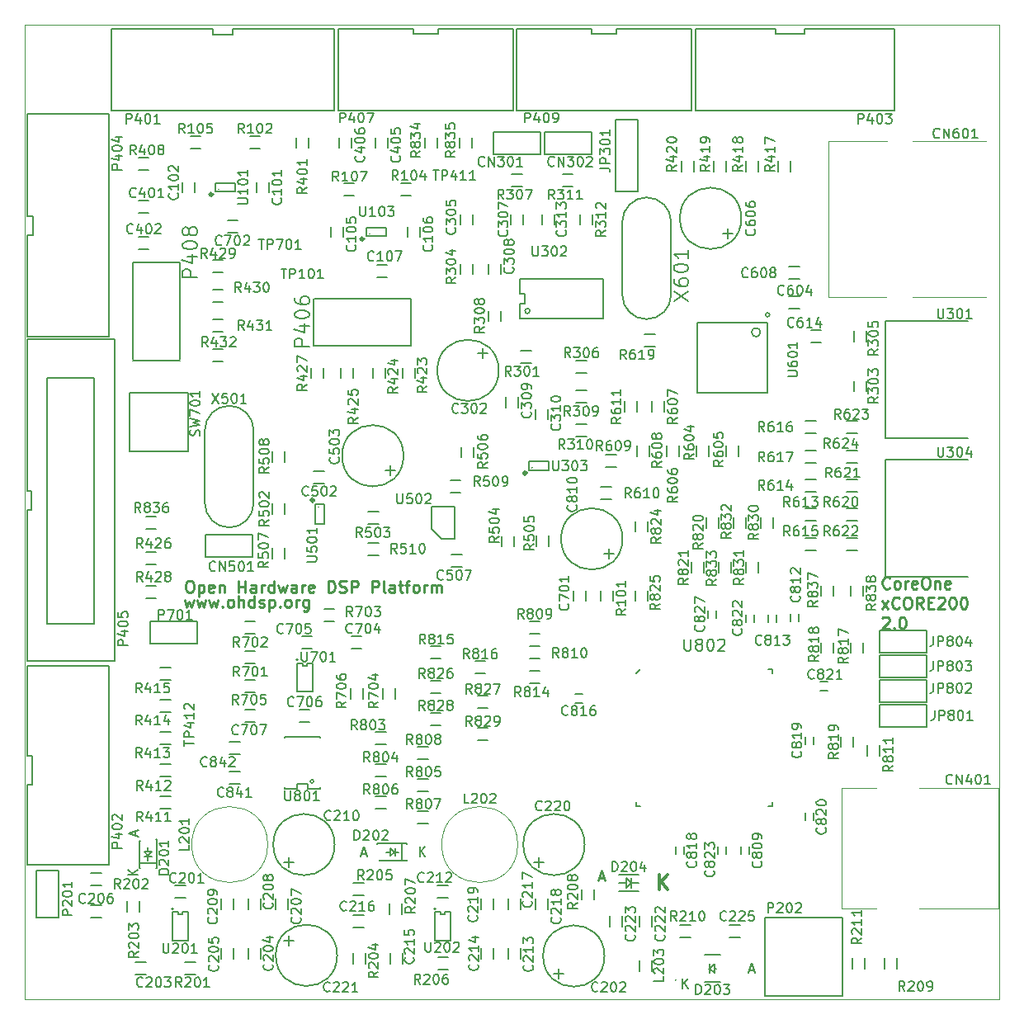
<source format=gto>
G04 #@! TF.GenerationSoftware,KiCad,Pcbnew,(5.1.0)-1*
G04 #@! TF.CreationDate,2019-04-02T23:05:32+01:00*
G04 #@! TF.ProjectId,CoreOne-xCORE200-2.0,436f7265-4f6e-4652-9d78-434f52453230,2.0*
G04 #@! TF.SameCoordinates,PX660b0c0PY81b3200*
G04 #@! TF.FileFunction,Legend,Top*
G04 #@! TF.FilePolarity,Positive*
%FSLAX46Y46*%
G04 Gerber Fmt 4.6, Leading zero omitted, Abs format (unit mm)*
G04 Created by KiCad (PCBNEW (5.1.0)-1) date 2019-04-02 23:05:32*
%MOMM*%
%LPD*%
G04 APERTURE LIST*
%ADD10C,0.250000*%
%ADD11C,0.200000*%
%ADD12C,0.300000*%
%ADD13C,0.100000*%
%ADD14C,0.150000*%
G04 APERTURE END LIST*
D10*
X16394000Y41007143D02*
X16622571Y40207143D01*
X16851142Y40778572D01*
X17079714Y40207143D01*
X17308285Y41007143D01*
X17651142Y41007143D02*
X17879714Y40207143D01*
X18108285Y40778572D01*
X18336857Y40207143D01*
X18565428Y41007143D01*
X18908285Y41007143D02*
X19136857Y40207143D01*
X19365428Y40778572D01*
X19594000Y40207143D01*
X19822571Y41007143D01*
X20279714Y40321429D02*
X20336857Y40264286D01*
X20279714Y40207143D01*
X20222571Y40264286D01*
X20279714Y40321429D01*
X20279714Y40207143D01*
X21022571Y40207143D02*
X20908285Y40264286D01*
X20851142Y40321429D01*
X20794000Y40435715D01*
X20794000Y40778572D01*
X20851142Y40892858D01*
X20908285Y40950000D01*
X21022571Y41007143D01*
X21194000Y41007143D01*
X21308285Y40950000D01*
X21365428Y40892858D01*
X21422571Y40778572D01*
X21422571Y40435715D01*
X21365428Y40321429D01*
X21308285Y40264286D01*
X21194000Y40207143D01*
X21022571Y40207143D01*
X21936857Y40207143D02*
X21936857Y41407143D01*
X22451142Y40207143D02*
X22451142Y40835715D01*
X22394000Y40950000D01*
X22279714Y41007143D01*
X22108285Y41007143D01*
X21994000Y40950000D01*
X21936857Y40892858D01*
X23536857Y40207143D02*
X23536857Y41407143D01*
X23536857Y40264286D02*
X23422571Y40207143D01*
X23194000Y40207143D01*
X23079714Y40264286D01*
X23022571Y40321429D01*
X22965428Y40435715D01*
X22965428Y40778572D01*
X23022571Y40892858D01*
X23079714Y40950000D01*
X23194000Y41007143D01*
X23422571Y41007143D01*
X23536857Y40950000D01*
X24051142Y40264286D02*
X24165428Y40207143D01*
X24394000Y40207143D01*
X24508285Y40264286D01*
X24565428Y40378572D01*
X24565428Y40435715D01*
X24508285Y40550000D01*
X24394000Y40607143D01*
X24222571Y40607143D01*
X24108285Y40664286D01*
X24051142Y40778572D01*
X24051142Y40835715D01*
X24108285Y40950000D01*
X24222571Y41007143D01*
X24394000Y41007143D01*
X24508285Y40950000D01*
X25079714Y41007143D02*
X25079714Y39807143D01*
X25079714Y40950000D02*
X25194000Y41007143D01*
X25422571Y41007143D01*
X25536857Y40950000D01*
X25594000Y40892858D01*
X25651142Y40778572D01*
X25651142Y40435715D01*
X25594000Y40321429D01*
X25536857Y40264286D01*
X25422571Y40207143D01*
X25194000Y40207143D01*
X25079714Y40264286D01*
X26165428Y40321429D02*
X26222571Y40264286D01*
X26165428Y40207143D01*
X26108285Y40264286D01*
X26165428Y40321429D01*
X26165428Y40207143D01*
X26908285Y40207143D02*
X26794000Y40264286D01*
X26736857Y40321429D01*
X26679714Y40435715D01*
X26679714Y40778572D01*
X26736857Y40892858D01*
X26794000Y40950000D01*
X26908285Y41007143D01*
X27079714Y41007143D01*
X27194000Y40950000D01*
X27251142Y40892858D01*
X27308285Y40778572D01*
X27308285Y40435715D01*
X27251142Y40321429D01*
X27194000Y40264286D01*
X27079714Y40207143D01*
X26908285Y40207143D01*
X27822571Y40207143D02*
X27822571Y41007143D01*
X27822571Y40778572D02*
X27879714Y40892858D01*
X27936857Y40950000D01*
X28051142Y41007143D01*
X28165428Y41007143D01*
X29079714Y41007143D02*
X29079714Y40035715D01*
X29022571Y39921429D01*
X28965428Y39864286D01*
X28851142Y39807143D01*
X28679714Y39807143D01*
X28565428Y39864286D01*
X29079714Y40264286D02*
X28965428Y40207143D01*
X28736857Y40207143D01*
X28622571Y40264286D01*
X28565428Y40321429D01*
X28508285Y40435715D01*
X28508285Y40778572D01*
X28565428Y40892858D01*
X28622571Y40950000D01*
X28736857Y41007143D01*
X28965428Y41007143D01*
X29079714Y40950000D01*
D11*
X62196500Y11915000D02*
X62946500Y11915000D01*
X62196500Y12415000D02*
X62196500Y11415000D01*
X62196500Y11915000D02*
X61696500Y11415000D01*
X61696500Y12415000D02*
X62196500Y11915000D01*
X61696500Y12415000D02*
X61696500Y11415000D01*
X61696500Y11915000D02*
X61696500Y12415000D01*
X60946500Y11915000D02*
X61696500Y11915000D01*
D12*
X65053642Y11236429D02*
X65053642Y12736429D01*
X65910785Y11236429D02*
X65267928Y12093572D01*
X65910785Y12736429D02*
X65053642Y11879286D01*
D10*
X58912404Y12450334D02*
X59388595Y12450334D01*
X58817166Y12164620D02*
X59150500Y13164620D01*
X59483833Y12164620D01*
D13*
X0Y100000000D02*
X100000000Y100000000D01*
X15000000Y0D02*
X0Y0D01*
X100000000Y0D02*
X15000000Y0D01*
D10*
X16794857Y42931143D02*
X17023428Y42931143D01*
X17137714Y42874000D01*
X17252000Y42759715D01*
X17309142Y42531143D01*
X17309142Y42131143D01*
X17252000Y41902572D01*
X17137714Y41788286D01*
X17023428Y41731143D01*
X16794857Y41731143D01*
X16680571Y41788286D01*
X16566285Y41902572D01*
X16509142Y42131143D01*
X16509142Y42531143D01*
X16566285Y42759715D01*
X16680571Y42874000D01*
X16794857Y42931143D01*
X17823428Y42531143D02*
X17823428Y41331143D01*
X17823428Y42474000D02*
X17937714Y42531143D01*
X18166285Y42531143D01*
X18280571Y42474000D01*
X18337714Y42416858D01*
X18394857Y42302572D01*
X18394857Y41959715D01*
X18337714Y41845429D01*
X18280571Y41788286D01*
X18166285Y41731143D01*
X17937714Y41731143D01*
X17823428Y41788286D01*
X19366285Y41788286D02*
X19252000Y41731143D01*
X19023428Y41731143D01*
X18909142Y41788286D01*
X18852000Y41902572D01*
X18852000Y42359715D01*
X18909142Y42474000D01*
X19023428Y42531143D01*
X19252000Y42531143D01*
X19366285Y42474000D01*
X19423428Y42359715D01*
X19423428Y42245429D01*
X18852000Y42131143D01*
X19937714Y42531143D02*
X19937714Y41731143D01*
X19937714Y42416858D02*
X19994857Y42474000D01*
X20109142Y42531143D01*
X20280571Y42531143D01*
X20394857Y42474000D01*
X20452000Y42359715D01*
X20452000Y41731143D01*
X21937714Y41731143D02*
X21937714Y42931143D01*
X21937714Y42359715D02*
X22623428Y42359715D01*
X22623428Y41731143D02*
X22623428Y42931143D01*
X23709142Y41731143D02*
X23709142Y42359715D01*
X23652000Y42474000D01*
X23537714Y42531143D01*
X23309142Y42531143D01*
X23194857Y42474000D01*
X23709142Y41788286D02*
X23594857Y41731143D01*
X23309142Y41731143D01*
X23194857Y41788286D01*
X23137714Y41902572D01*
X23137714Y42016858D01*
X23194857Y42131143D01*
X23309142Y42188286D01*
X23594857Y42188286D01*
X23709142Y42245429D01*
X24280571Y41731143D02*
X24280571Y42531143D01*
X24280571Y42302572D02*
X24337714Y42416858D01*
X24394857Y42474000D01*
X24509142Y42531143D01*
X24623428Y42531143D01*
X25537714Y41731143D02*
X25537714Y42931143D01*
X25537714Y41788286D02*
X25423428Y41731143D01*
X25194857Y41731143D01*
X25080571Y41788286D01*
X25023428Y41845429D01*
X24966285Y41959715D01*
X24966285Y42302572D01*
X25023428Y42416858D01*
X25080571Y42474000D01*
X25194857Y42531143D01*
X25423428Y42531143D01*
X25537714Y42474000D01*
X25994857Y42531143D02*
X26223428Y41731143D01*
X26452000Y42302572D01*
X26680571Y41731143D01*
X26909142Y42531143D01*
X27880571Y41731143D02*
X27880571Y42359715D01*
X27823428Y42474000D01*
X27709142Y42531143D01*
X27480571Y42531143D01*
X27366285Y42474000D01*
X27880571Y41788286D02*
X27766285Y41731143D01*
X27480571Y41731143D01*
X27366285Y41788286D01*
X27309142Y41902572D01*
X27309142Y42016858D01*
X27366285Y42131143D01*
X27480571Y42188286D01*
X27766285Y42188286D01*
X27880571Y42245429D01*
X28452000Y41731143D02*
X28452000Y42531143D01*
X28452000Y42302572D02*
X28509142Y42416858D01*
X28566285Y42474000D01*
X28680571Y42531143D01*
X28794857Y42531143D01*
X29652000Y41788286D02*
X29537714Y41731143D01*
X29309142Y41731143D01*
X29194857Y41788286D01*
X29137714Y41902572D01*
X29137714Y42359715D01*
X29194857Y42474000D01*
X29309142Y42531143D01*
X29537714Y42531143D01*
X29652000Y42474000D01*
X29709142Y42359715D01*
X29709142Y42245429D01*
X29137714Y42131143D01*
X31137714Y41731143D02*
X31137714Y42931143D01*
X31423428Y42931143D01*
X31594857Y42874000D01*
X31709142Y42759715D01*
X31766285Y42645429D01*
X31823428Y42416858D01*
X31823428Y42245429D01*
X31766285Y42016858D01*
X31709142Y41902572D01*
X31594857Y41788286D01*
X31423428Y41731143D01*
X31137714Y41731143D01*
X32280571Y41788286D02*
X32452000Y41731143D01*
X32737714Y41731143D01*
X32852000Y41788286D01*
X32909142Y41845429D01*
X32966285Y41959715D01*
X32966285Y42074000D01*
X32909142Y42188286D01*
X32852000Y42245429D01*
X32737714Y42302572D01*
X32509142Y42359715D01*
X32394857Y42416858D01*
X32337714Y42474000D01*
X32280571Y42588286D01*
X32280571Y42702572D01*
X32337714Y42816858D01*
X32394857Y42874000D01*
X32509142Y42931143D01*
X32794857Y42931143D01*
X32966285Y42874000D01*
X33480571Y41731143D02*
X33480571Y42931143D01*
X33937714Y42931143D01*
X34052000Y42874000D01*
X34109142Y42816858D01*
X34166285Y42702572D01*
X34166285Y42531143D01*
X34109142Y42416858D01*
X34052000Y42359715D01*
X33937714Y42302572D01*
X33480571Y42302572D01*
X35594857Y41731143D02*
X35594857Y42931143D01*
X36052000Y42931143D01*
X36166285Y42874000D01*
X36223428Y42816858D01*
X36280571Y42702572D01*
X36280571Y42531143D01*
X36223428Y42416858D01*
X36166285Y42359715D01*
X36052000Y42302572D01*
X35594857Y42302572D01*
X36966285Y41731143D02*
X36852000Y41788286D01*
X36794857Y41902572D01*
X36794857Y42931143D01*
X37937714Y41731143D02*
X37937714Y42359715D01*
X37880571Y42474000D01*
X37766285Y42531143D01*
X37537714Y42531143D01*
X37423428Y42474000D01*
X37937714Y41788286D02*
X37823428Y41731143D01*
X37537714Y41731143D01*
X37423428Y41788286D01*
X37366285Y41902572D01*
X37366285Y42016858D01*
X37423428Y42131143D01*
X37537714Y42188286D01*
X37823428Y42188286D01*
X37937714Y42245429D01*
X38337714Y42531143D02*
X38794857Y42531143D01*
X38509142Y42931143D02*
X38509142Y41902572D01*
X38566285Y41788286D01*
X38680571Y41731143D01*
X38794857Y41731143D01*
X39023428Y42531143D02*
X39480571Y42531143D01*
X39194857Y41731143D02*
X39194857Y42759715D01*
X39252000Y42874000D01*
X39366285Y42931143D01*
X39480571Y42931143D01*
X40052000Y41731143D02*
X39937714Y41788286D01*
X39880571Y41845429D01*
X39823428Y41959715D01*
X39823428Y42302572D01*
X39880571Y42416858D01*
X39937714Y42474000D01*
X40052000Y42531143D01*
X40223428Y42531143D01*
X40337714Y42474000D01*
X40394857Y42416858D01*
X40452000Y42302572D01*
X40452000Y41959715D01*
X40394857Y41845429D01*
X40337714Y41788286D01*
X40223428Y41731143D01*
X40052000Y41731143D01*
X40966285Y41731143D02*
X40966285Y42531143D01*
X40966285Y42302572D02*
X41023428Y42416858D01*
X41080571Y42474000D01*
X41194857Y42531143D01*
X41309142Y42531143D01*
X41709142Y41731143D02*
X41709142Y42531143D01*
X41709142Y42416858D02*
X41766285Y42474000D01*
X41880571Y42531143D01*
X42052000Y42531143D01*
X42166285Y42474000D01*
X42223428Y42359715D01*
X42223428Y41731143D01*
X42223428Y42359715D02*
X42280571Y42474000D01*
X42394857Y42531143D01*
X42566285Y42531143D01*
X42680571Y42474000D01*
X42737714Y42359715D01*
X42737714Y41731143D01*
X88733928Y42221429D02*
X88676785Y42164286D01*
X88505357Y42107143D01*
X88391071Y42107143D01*
X88219642Y42164286D01*
X88105357Y42278572D01*
X88048214Y42392858D01*
X87991071Y42621429D01*
X87991071Y42792858D01*
X88048214Y43021429D01*
X88105357Y43135715D01*
X88219642Y43250000D01*
X88391071Y43307143D01*
X88505357Y43307143D01*
X88676785Y43250000D01*
X88733928Y43192858D01*
X89419642Y42107143D02*
X89305357Y42164286D01*
X89248214Y42221429D01*
X89191071Y42335715D01*
X89191071Y42678572D01*
X89248214Y42792858D01*
X89305357Y42850000D01*
X89419642Y42907143D01*
X89591071Y42907143D01*
X89705357Y42850000D01*
X89762500Y42792858D01*
X89819642Y42678572D01*
X89819642Y42335715D01*
X89762500Y42221429D01*
X89705357Y42164286D01*
X89591071Y42107143D01*
X89419642Y42107143D01*
X90333928Y42107143D02*
X90333928Y42907143D01*
X90333928Y42678572D02*
X90391071Y42792858D01*
X90448214Y42850000D01*
X90562500Y42907143D01*
X90676785Y42907143D01*
X91533928Y42164286D02*
X91419642Y42107143D01*
X91191071Y42107143D01*
X91076785Y42164286D01*
X91019642Y42278572D01*
X91019642Y42735715D01*
X91076785Y42850000D01*
X91191071Y42907143D01*
X91419642Y42907143D01*
X91533928Y42850000D01*
X91591071Y42735715D01*
X91591071Y42621429D01*
X91019642Y42507143D01*
X92333928Y43307143D02*
X92562500Y43307143D01*
X92676785Y43250000D01*
X92791071Y43135715D01*
X92848214Y42907143D01*
X92848214Y42507143D01*
X92791071Y42278572D01*
X92676785Y42164286D01*
X92562500Y42107143D01*
X92333928Y42107143D01*
X92219642Y42164286D01*
X92105357Y42278572D01*
X92048214Y42507143D01*
X92048214Y42907143D01*
X92105357Y43135715D01*
X92219642Y43250000D01*
X92333928Y43307143D01*
X93362500Y42907143D02*
X93362500Y42107143D01*
X93362500Y42792858D02*
X93419642Y42850000D01*
X93533928Y42907143D01*
X93705357Y42907143D01*
X93819642Y42850000D01*
X93876785Y42735715D01*
X93876785Y42107143D01*
X94905357Y42164286D02*
X94791071Y42107143D01*
X94562500Y42107143D01*
X94448214Y42164286D01*
X94391071Y42278572D01*
X94391071Y42735715D01*
X94448214Y42850000D01*
X94562500Y42907143D01*
X94791071Y42907143D01*
X94905357Y42850000D01*
X94962500Y42735715D01*
X94962500Y42621429D01*
X94391071Y42507143D01*
X87933928Y40057143D02*
X88562500Y40857143D01*
X87933928Y40857143D02*
X88562500Y40057143D01*
X89705357Y40171429D02*
X89648214Y40114286D01*
X89476785Y40057143D01*
X89362500Y40057143D01*
X89191071Y40114286D01*
X89076785Y40228572D01*
X89019642Y40342858D01*
X88962500Y40571429D01*
X88962500Y40742858D01*
X89019642Y40971429D01*
X89076785Y41085715D01*
X89191071Y41200000D01*
X89362500Y41257143D01*
X89476785Y41257143D01*
X89648214Y41200000D01*
X89705357Y41142858D01*
X90448214Y41257143D02*
X90676785Y41257143D01*
X90791071Y41200000D01*
X90905357Y41085715D01*
X90962500Y40857143D01*
X90962500Y40457143D01*
X90905357Y40228572D01*
X90791071Y40114286D01*
X90676785Y40057143D01*
X90448214Y40057143D01*
X90333928Y40114286D01*
X90219642Y40228572D01*
X90162500Y40457143D01*
X90162500Y40857143D01*
X90219642Y41085715D01*
X90333928Y41200000D01*
X90448214Y41257143D01*
X92162500Y40057143D02*
X91762500Y40628572D01*
X91476785Y40057143D02*
X91476785Y41257143D01*
X91933928Y41257143D01*
X92048214Y41200000D01*
X92105357Y41142858D01*
X92162500Y41028572D01*
X92162500Y40857143D01*
X92105357Y40742858D01*
X92048214Y40685715D01*
X91933928Y40628572D01*
X91476785Y40628572D01*
X92676785Y40685715D02*
X93076785Y40685715D01*
X93248214Y40057143D02*
X92676785Y40057143D01*
X92676785Y41257143D01*
X93248214Y41257143D01*
X93705357Y41142858D02*
X93762500Y41200000D01*
X93876785Y41257143D01*
X94162500Y41257143D01*
X94276785Y41200000D01*
X94333928Y41142858D01*
X94391071Y41028572D01*
X94391071Y40914286D01*
X94333928Y40742858D01*
X93648214Y40057143D01*
X94391071Y40057143D01*
X95133928Y41257143D02*
X95248214Y41257143D01*
X95362500Y41200000D01*
X95419642Y41142858D01*
X95476785Y41028572D01*
X95533928Y40800000D01*
X95533928Y40514286D01*
X95476785Y40285715D01*
X95419642Y40171429D01*
X95362500Y40114286D01*
X95248214Y40057143D01*
X95133928Y40057143D01*
X95019642Y40114286D01*
X94962500Y40171429D01*
X94905357Y40285715D01*
X94848214Y40514286D01*
X94848214Y40800000D01*
X94905357Y41028572D01*
X94962500Y41142858D01*
X95019642Y41200000D01*
X95133928Y41257143D01*
X96276785Y41257143D02*
X96391071Y41257143D01*
X96505357Y41200000D01*
X96562500Y41142858D01*
X96619642Y41028572D01*
X96676785Y40800000D01*
X96676785Y40514286D01*
X96619642Y40285715D01*
X96562500Y40171429D01*
X96505357Y40114286D01*
X96391071Y40057143D01*
X96276785Y40057143D01*
X96162500Y40114286D01*
X96105357Y40171429D01*
X96048214Y40285715D01*
X95991071Y40514286D01*
X95991071Y40800000D01*
X96048214Y41028572D01*
X96105357Y41142858D01*
X96162500Y41200000D01*
X96276785Y41257143D01*
X87991071Y39092858D02*
X88048214Y39150000D01*
X88162500Y39207143D01*
X88448214Y39207143D01*
X88562500Y39150000D01*
X88619642Y39092858D01*
X88676785Y38978572D01*
X88676785Y38864286D01*
X88619642Y38692858D01*
X87933928Y38007143D01*
X88676785Y38007143D01*
X89191071Y38121429D02*
X89248214Y38064286D01*
X89191071Y38007143D01*
X89133928Y38064286D01*
X89191071Y38121429D01*
X89191071Y38007143D01*
X89991071Y39207143D02*
X90105357Y39207143D01*
X90219642Y39150000D01*
X90276785Y39092858D01*
X90333928Y38978572D01*
X90391071Y38750000D01*
X90391071Y38464286D01*
X90333928Y38235715D01*
X90276785Y38121429D01*
X90219642Y38064286D01*
X90105357Y38007143D01*
X89991071Y38007143D01*
X89876785Y38064286D01*
X89819642Y38121429D01*
X89762500Y38235715D01*
X89705357Y38464286D01*
X89705357Y38750000D01*
X89762500Y38978572D01*
X89819642Y39092858D01*
X89876785Y39150000D01*
X89991071Y39207143D01*
D13*
X100000000Y100000000D02*
X100000000Y0D01*
X0Y0D02*
X0Y100000000D01*
X88450000Y88000000D02*
X82450000Y88000000D01*
X98600000Y88000000D02*
X91050000Y88000000D01*
X91050000Y72000000D02*
X98600000Y72000000D01*
X82450000Y72000000D02*
X88400000Y72000000D01*
X82450000Y80000000D02*
X82450000Y88000000D01*
X82450000Y80000000D02*
X82450000Y72000000D01*
D14*
X15875000Y65532000D02*
X11049000Y65532000D01*
X11049000Y75565000D02*
X15875000Y75565000D01*
X15875000Y65659000D02*
X15875000Y75565000D01*
X11049000Y75565000D02*
X11049000Y65659000D01*
X29591000Y67056000D02*
X29591000Y71882000D01*
X39624000Y71882000D02*
X39624000Y67056000D01*
X29718000Y67056000D02*
X39624000Y67056000D01*
X39624000Y71882000D02*
X29718000Y71882000D01*
X89194000Y95377000D02*
X89194000Y99577000D01*
X89194000Y91177000D02*
X89194000Y95377000D01*
X68794000Y91177000D02*
X89194000Y91177000D01*
X68794000Y99577000D02*
X68794000Y91177000D01*
X89194000Y99577000D02*
X79994000Y99577000D01*
X79994000Y99577000D02*
X79994000Y99077000D01*
X79994000Y99077000D02*
X76994000Y99077000D01*
X76994000Y99077000D02*
X76994000Y99577000D01*
X76994000Y99577000D02*
X68794000Y99577000D01*
X4445000Y34203000D02*
X245000Y34203000D01*
X8645000Y34203000D02*
X4445000Y34203000D01*
X8645000Y13803000D02*
X8645000Y34203000D01*
X245000Y13803000D02*
X8645000Y13803000D01*
X245000Y34203000D02*
X245000Y25003000D01*
X245000Y25003000D02*
X745000Y25003000D01*
X745000Y25003000D02*
X745000Y22003000D01*
X745000Y22003000D02*
X245000Y22003000D01*
X245000Y22003000D02*
X245000Y13803000D01*
X50148000Y95377000D02*
X50148000Y99577000D01*
X50148000Y91177000D02*
X50148000Y95377000D01*
X50148000Y91177000D02*
X32148000Y91177000D01*
X32148000Y99577000D02*
X32148000Y91177000D01*
X50148000Y99577000D02*
X42418000Y99577000D01*
X42418000Y99577000D02*
X42418000Y99077000D01*
X42418000Y99077000D02*
X39878000Y99077000D01*
X39878000Y99077000D02*
X39878000Y99577000D01*
X39878000Y99577000D02*
X32148000Y99577000D01*
X68436000Y95377000D02*
X68436000Y99577000D01*
X68436000Y91177000D02*
X68436000Y95377000D01*
X68436000Y91177000D02*
X50436000Y91177000D01*
X50436000Y99577000D02*
X50436000Y91177000D01*
X68436000Y99577000D02*
X60706000Y99577000D01*
X60706000Y99577000D02*
X60706000Y99077000D01*
X60706000Y99077000D02*
X58166000Y99077000D01*
X58166000Y99077000D02*
X58166000Y99577000D01*
X58166000Y99577000D02*
X50436000Y99577000D01*
X31750000Y95377000D02*
X31750000Y99577000D01*
X31750000Y91177000D02*
X31750000Y95377000D01*
X8890000Y99577000D02*
X8890000Y91177000D01*
X8890000Y91177000D02*
X31750000Y91177000D01*
X8890000Y99577000D02*
X19304000Y99577000D01*
X19304000Y99577000D02*
X19304000Y98977000D01*
X19304000Y98977000D02*
X21304000Y98977000D01*
X21304000Y98977000D02*
X21304000Y99577000D01*
X21336000Y99577000D02*
X31750000Y99577000D01*
X4445000Y90805000D02*
X245000Y90805000D01*
X8645000Y90805000D02*
X4445000Y90805000D01*
X245000Y67945000D02*
X8645000Y67945000D01*
X8645000Y67945000D02*
X8645000Y90805000D01*
X245000Y67945000D02*
X245000Y78359000D01*
X245000Y78359000D02*
X845000Y78359000D01*
X845000Y78359000D02*
X845000Y80359000D01*
X845000Y80359000D02*
X245000Y80359000D01*
X245000Y80391000D02*
X245000Y90805000D01*
X10475000Y9508000D02*
X10475000Y10041400D01*
X10475000Y9508000D02*
X10475000Y8974600D01*
X11745000Y9508000D02*
X11745000Y10041400D01*
X11745000Y9508000D02*
X11745000Y8974600D01*
X21336000Y78613000D02*
X20802600Y78613000D01*
X21336000Y78613000D02*
X21869400Y78613000D01*
X21336000Y79883000D02*
X20802600Y79883000D01*
X21336000Y79883000D02*
X21869400Y79883000D01*
X71069200Y15240000D02*
X71069200Y14859000D01*
X71069200Y15240000D02*
X71069200Y15621000D01*
X71932800Y15240000D02*
X71932800Y14859000D01*
X71932800Y15240000D02*
X71932800Y15621000D01*
X42142111Y9276000D02*
G75*
G03X42142111Y9276000I-72111J0D01*
G01*
X43660000Y8926000D02*
X43060000Y8926000D01*
X42660000Y8676000D02*
X42660000Y8926000D01*
X42860000Y8676000D02*
X42660000Y8676000D01*
X43060000Y8676000D02*
X42860000Y8676000D01*
X43060000Y8926000D02*
X43060000Y8676000D01*
X43660000Y7476000D02*
X43660000Y8926000D01*
X42060000Y8926000D02*
X42060000Y6026000D01*
X42060000Y6026000D02*
X43660000Y6026000D01*
X43660000Y6026000D02*
X43660000Y7476000D01*
X42660000Y8926000D02*
X42060000Y8926000D01*
X15218111Y9276000D02*
G75*
G03X15218111Y9276000I-72111J0D01*
G01*
X16736000Y8926000D02*
X16136000Y8926000D01*
X15736000Y8676000D02*
X15736000Y8926000D01*
X15936000Y8676000D02*
X15736000Y8676000D01*
X16136000Y8676000D02*
X15936000Y8676000D01*
X16136000Y8926000D02*
X16136000Y8676000D01*
X16736000Y7476000D02*
X16736000Y8926000D01*
X15136000Y8926000D02*
X15136000Y6026000D01*
X15136000Y6026000D02*
X16736000Y6026000D01*
X16736000Y6026000D02*
X16736000Y7476000D01*
X15736000Y8926000D02*
X15136000Y8926000D01*
X37973000Y31369000D02*
X37973000Y30835600D01*
X37973000Y31369000D02*
X37973000Y31902400D01*
X36703000Y31369000D02*
X36703000Y30835600D01*
X36703000Y31369000D02*
X36703000Y31902400D01*
X38680000Y14196000D02*
X38680000Y15996000D01*
X37980000Y15096000D02*
X38380000Y15096000D01*
X37480000Y15096000D02*
X37080000Y15096000D01*
X37980000Y14696000D02*
X37980000Y15496000D01*
X37480000Y15496000D02*
X37880000Y15096000D01*
X37480000Y14696000D02*
X37480000Y15496000D01*
X37880000Y15096000D02*
X37480000Y14696000D01*
X36180000Y15996000D02*
X36180000Y15896000D01*
X39180000Y15996000D02*
X36180000Y15996000D01*
X39180000Y15896000D02*
X39180000Y15996000D01*
X36380000Y14196000D02*
X36380000Y14296000D01*
X37780000Y14196000D02*
X36380000Y14196000D01*
X39180000Y14196000D02*
X39180000Y14296000D01*
X37780000Y14196000D02*
X39180000Y14196000D01*
X11734000Y13942000D02*
X13534000Y13942000D01*
X12634000Y14642000D02*
X12634000Y14242000D01*
X12634000Y15142000D02*
X12634000Y15542000D01*
X12234000Y14642000D02*
X13034000Y14642000D01*
X13034000Y15142000D02*
X12634000Y14742000D01*
X12234000Y15142000D02*
X13034000Y15142000D01*
X12634000Y14742000D02*
X12234000Y15142000D01*
X13534000Y16442000D02*
X13434000Y16442000D01*
X13534000Y13442000D02*
X13534000Y16442000D01*
X13434000Y13442000D02*
X13534000Y13442000D01*
X11734000Y16242000D02*
X11834000Y16242000D01*
X11734000Y14842000D02*
X11734000Y16242000D01*
X11734000Y13442000D02*
X11834000Y13442000D01*
X11734000Y14842000D02*
X11734000Y13442000D01*
X46797000Y9762000D02*
X46797000Y10295400D01*
X46797000Y9762000D02*
X46797000Y9228600D01*
X48067000Y9762000D02*
X48067000Y10295400D01*
X48067000Y9762000D02*
X48067000Y9228600D01*
X49591000Y9762000D02*
X49591000Y10295400D01*
X49591000Y9762000D02*
X49591000Y9228600D01*
X50861000Y9762000D02*
X50861000Y10295400D01*
X50861000Y9762000D02*
X50861000Y9228600D01*
X34224000Y7349000D02*
X33690600Y7349000D01*
X34224000Y7349000D02*
X34757400Y7349000D01*
X34224000Y8619000D02*
X33690600Y8619000D01*
X34224000Y8619000D02*
X34757400Y8619000D01*
X15936000Y10397000D02*
X15402600Y10397000D01*
X15936000Y10397000D02*
X16469400Y10397000D01*
X15936000Y11667000D02*
X15402600Y11667000D01*
X15936000Y11667000D02*
X16469400Y11667000D01*
X19812000Y65405000D02*
X19278600Y65405000D01*
X19812000Y65405000D02*
X20345400Y65405000D01*
X19812000Y66675000D02*
X19278600Y66675000D01*
X19812000Y66675000D02*
X20345400Y66675000D01*
X19812000Y68453000D02*
X19278600Y68453000D01*
X19812000Y68453000D02*
X20345400Y68453000D01*
X19812000Y69723000D02*
X19278600Y69723000D01*
X19812000Y69723000D02*
X20345400Y69723000D01*
X87691000Y37829000D02*
X87691000Y35543000D01*
X92517000Y37829000D02*
X92517000Y35543000D01*
X87691000Y37829000D02*
X92517000Y37829000D01*
X92517000Y35543000D02*
X87691000Y35543000D01*
X87691000Y35289000D02*
X87691000Y33003000D01*
X92517000Y35289000D02*
X92517000Y33003000D01*
X87691000Y35289000D02*
X92517000Y35289000D01*
X92517000Y33003000D02*
X87691000Y33003000D01*
X78928000Y73897000D02*
X78394600Y73897000D01*
X78928000Y73897000D02*
X79461400Y73897000D01*
X78928000Y75167000D02*
X78394600Y75167000D01*
X78928000Y75167000D02*
X79461400Y75167000D01*
X78950000Y70815000D02*
X78416600Y70815000D01*
X78950000Y70815000D02*
X79483400Y70815000D01*
X78950000Y72085000D02*
X78416600Y72085000D01*
X78950000Y72085000D02*
X79483400Y72085000D01*
X79425800Y39116000D02*
X79425800Y39497000D01*
X79425800Y39116000D02*
X79425800Y38735000D01*
X78562200Y39116000D02*
X78562200Y39497000D01*
X78562200Y39116000D02*
X78562200Y38735000D01*
D13*
X24916000Y15858000D02*
G75*
G03X24916000Y15858000I-3900000J0D01*
G01*
X50570000Y15858000D02*
G75*
G03X50570000Y15858000I-3900000J0D01*
G01*
D14*
X38735000Y4191000D02*
X38735000Y3657600D01*
X38735000Y4191000D02*
X38735000Y4724400D01*
X37465000Y4191000D02*
X37465000Y3657600D01*
X37465000Y4191000D02*
X37465000Y4724400D01*
X76421000Y70219000D02*
G75*
G03X76421000Y70219000I-200000J0D01*
G01*
X75468214Y68419000D02*
G75*
G03X75468214Y68419000I-447214J0D01*
G01*
X76221000Y69419000D02*
X76221000Y62219000D01*
X76221000Y62219000D02*
X69021000Y62219000D01*
X69021000Y62219000D02*
X69021000Y69419000D01*
X69021000Y69419000D02*
X76221000Y69419000D01*
X17526000Y87249000D02*
X16992600Y87249000D01*
X17526000Y87249000D02*
X18059400Y87249000D01*
X17526000Y88519000D02*
X16992600Y88519000D01*
X17526000Y88519000D02*
X18059400Y88519000D01*
X23622000Y88519000D02*
X24155400Y88519000D01*
X23622000Y88519000D02*
X23088600Y88519000D01*
X23622000Y87249000D02*
X24155400Y87249000D01*
X23622000Y87249000D02*
X23088600Y87249000D01*
X39116000Y83693000D02*
X39649400Y83693000D01*
X39116000Y83693000D02*
X38582600Y83693000D01*
X39116000Y82423000D02*
X39649400Y82423000D01*
X39116000Y82423000D02*
X38582600Y82423000D01*
X33274000Y82423000D02*
X32740600Y82423000D01*
X33274000Y82423000D02*
X33807400Y82423000D01*
X33274000Y83693000D02*
X32740600Y83693000D01*
X33274000Y83693000D02*
X33807400Y83693000D01*
X7300000Y8365000D02*
X6766600Y8365000D01*
X7300000Y8365000D02*
X7833400Y8365000D01*
X7300000Y9635000D02*
X6766600Y9635000D01*
X7300000Y9635000D02*
X7833400Y9635000D01*
X42860000Y10397000D02*
X42326600Y10397000D01*
X42860000Y10397000D02*
X43393400Y10397000D01*
X42860000Y11667000D02*
X42326600Y11667000D01*
X42860000Y11667000D02*
X43393400Y11667000D01*
X16952000Y2523000D02*
X16418600Y2523000D01*
X16952000Y2523000D02*
X17485400Y2523000D01*
X16952000Y3793000D02*
X16418600Y3793000D01*
X16952000Y3793000D02*
X17485400Y3793000D01*
X11872000Y2523000D02*
X11338600Y2523000D01*
X11872000Y2523000D02*
X12405400Y2523000D01*
X11872000Y3793000D02*
X11338600Y3793000D01*
X11872000Y3793000D02*
X12405400Y3793000D01*
X84877210Y46060890D02*
X84343810Y46060890D01*
X84877210Y46060890D02*
X85410610Y46060890D01*
X84877210Y47330890D02*
X84343810Y47330890D01*
X84877210Y47330890D02*
X85410610Y47330890D01*
X61529000Y60819000D02*
X61529000Y61352400D01*
X61529000Y60819000D02*
X61529000Y60285600D01*
X62799000Y60819000D02*
X62799000Y61352400D01*
X62799000Y60819000D02*
X62799000Y60285600D01*
X62799000Y56244000D02*
X62799000Y56777400D01*
X62799000Y56244000D02*
X62799000Y55710600D01*
X64069000Y56244000D02*
X64069000Y56777400D01*
X64069000Y56244000D02*
X64069000Y55710600D01*
X64323000Y60816000D02*
X64323000Y61349400D01*
X64323000Y60816000D02*
X64323000Y60282600D01*
X65593000Y60816000D02*
X65593000Y61349400D01*
X65593000Y60816000D02*
X65593000Y60282600D01*
X65847000Y56244000D02*
X65847000Y56777400D01*
X65847000Y56244000D02*
X65847000Y55710600D01*
X67117000Y56244000D02*
X67117000Y56777400D01*
X67117000Y56244000D02*
X67117000Y55710600D01*
X68895000Y56244000D02*
X68895000Y56777400D01*
X68895000Y56244000D02*
X68895000Y55710600D01*
X70165000Y56244000D02*
X70165000Y56777400D01*
X70165000Y56244000D02*
X70165000Y55710600D01*
X71943000Y56244000D02*
X71943000Y56777400D01*
X71943000Y56244000D02*
X71943000Y55710600D01*
X73213000Y56244000D02*
X73213000Y56777400D01*
X73213000Y56244000D02*
X73213000Y55710600D01*
X59055000Y41402000D02*
X59055000Y41935400D01*
X59055000Y41402000D02*
X59055000Y40868600D01*
X60325000Y41402000D02*
X60325000Y41935400D01*
X60325000Y41402000D02*
X60325000Y40868600D01*
X30100000Y50500000D02*
G75*
G03X30100000Y50500000I-50000J0D01*
G01*
D12*
X29650000Y51200000D02*
G75*
G03X29650000Y51200000I-150000J0D01*
G01*
D14*
X30700000Y48750000D02*
X30700000Y49750000D01*
X29800000Y48750000D02*
X30700000Y48750000D01*
X29800000Y50750000D02*
X29800000Y48750000D01*
X30700000Y50750000D02*
X29800000Y50750000D01*
X30700000Y49750000D02*
X30700000Y50750000D01*
X19874000Y83112000D02*
G75*
G03X19874000Y83112000I-50000J0D01*
G01*
D12*
X19274000Y82562000D02*
G75*
G03X19274000Y82562000I-150000J0D01*
G01*
D14*
X21574000Y83762000D02*
X20574000Y83762000D01*
X21574000Y82862000D02*
X21574000Y83762000D01*
X19574000Y82862000D02*
X21574000Y82862000D01*
X19574000Y83762000D02*
X19574000Y82862000D01*
X20574000Y83762000D02*
X19574000Y83762000D01*
X35748000Y50021000D02*
X36281400Y50021000D01*
X35748000Y50021000D02*
X35214600Y50021000D01*
X35748000Y48751000D02*
X36281400Y48751000D01*
X35748000Y48751000D02*
X35214600Y48751000D01*
X26680256Y55660824D02*
X26680256Y55127424D01*
X26680256Y55660824D02*
X26680256Y56194224D01*
X25410256Y55660824D02*
X25410256Y55127424D01*
X25410256Y55660824D02*
X25410256Y56194224D01*
X199000Y52181000D02*
X199000Y67681000D01*
X699000Y52181000D02*
X199000Y52181000D01*
X699000Y50181000D02*
X699000Y52181000D01*
X199000Y50181000D02*
X699000Y50181000D01*
X199000Y34681000D02*
X199000Y50181000D01*
X4699000Y67681000D02*
X199000Y67681000D01*
X199000Y34681000D02*
X9199000Y34681000D01*
X9199000Y34681000D02*
X9199000Y67681000D01*
X9199000Y67681000D02*
X4699000Y67681000D01*
X2286000Y63754000D02*
X2286000Y38481000D01*
X7112000Y38481000D02*
X7112000Y63754000D01*
X2286000Y63754000D02*
X7112000Y63754000D01*
X7112000Y38481000D02*
X2286000Y38481000D01*
X80627210Y46060890D02*
X80093810Y46060890D01*
X80627210Y46060890D02*
X81160610Y46060890D01*
X80627210Y47330890D02*
X80093810Y47330890D01*
X80627210Y47330890D02*
X81160610Y47330890D01*
X16129000Y83312000D02*
X16129000Y83845400D01*
X16129000Y83312000D02*
X16129000Y82778600D01*
X17399000Y83312000D02*
X17399000Y83845400D01*
X17399000Y83312000D02*
X17399000Y82778600D01*
X23749000Y83312000D02*
X23749000Y83845400D01*
X23749000Y83312000D02*
X23749000Y82778600D01*
X25019000Y83312000D02*
X25019000Y83845400D01*
X25019000Y83312000D02*
X25019000Y82778600D01*
X23465256Y58390824D02*
X23465256Y50890824D01*
X18465256Y50890824D02*
X18465256Y58390824D01*
X20965256Y60890824D02*
G75*
G03X18465256Y58390824I0J-2500000D01*
G01*
X23465256Y58390824D02*
G75*
G03X20965256Y60890824I-2500000J0D01*
G01*
X18465256Y50890824D02*
G75*
G03X20965256Y48390824I2500000J0D01*
G01*
X20965256Y48390824D02*
G75*
G03X23465256Y50890824I0J2500000D01*
G01*
X30314000Y26926000D02*
X30314000Y26799000D01*
X26631000Y26926000D02*
X26631000Y26799000D01*
X30314000Y21592000D02*
X30314000Y21719000D01*
X26631000Y21592000D02*
X26631000Y21719000D01*
X27901000Y21592000D02*
X26631000Y21592000D01*
X28028000Y22100000D02*
X27901000Y22100000D01*
X29044000Y21592000D02*
X30314000Y21592000D01*
X29604605Y22354000D02*
G75*
G03X29604605Y22354000I-179605J0D01*
G01*
X27901000Y22100000D02*
X27901000Y21592000D01*
X29044000Y22100000D02*
X28028000Y22100000D01*
X29044000Y21592000D02*
X29044000Y22100000D01*
X26758000Y26926000D02*
X26631000Y26926000D01*
X30314000Y26926000D02*
X26758000Y26926000D01*
X41726000Y48245000D02*
X42726000Y47245000D01*
X42726000Y47245000D02*
X44126000Y47245000D01*
X44126000Y47245000D02*
X44126000Y50545000D01*
X44126000Y50545000D02*
X41726000Y50545000D01*
X41726000Y50545000D02*
X41726000Y48245000D01*
X10716000Y62182000D02*
X16716000Y62182000D01*
X16716000Y62182000D02*
X16716000Y56182000D01*
X16716000Y56182000D02*
X10716000Y56182000D01*
X10716000Y56182000D02*
X10716000Y62182000D01*
X12954000Y49530000D02*
X13487400Y49530000D01*
X12954000Y49530000D02*
X12420600Y49530000D01*
X12954000Y48260000D02*
X13487400Y48260000D01*
X12954000Y48260000D02*
X12420600Y48260000D01*
X71181000Y44306000D02*
X71181000Y44839400D01*
X71181000Y44306000D02*
X71181000Y43772600D01*
X72451000Y44306000D02*
X72451000Y44839400D01*
X72451000Y44306000D02*
X72451000Y43772600D01*
X72705000Y48878000D02*
X72705000Y49411400D01*
X72705000Y48878000D02*
X72705000Y48344600D01*
X73975000Y48878000D02*
X73975000Y49411400D01*
X73975000Y48878000D02*
X73975000Y48344600D01*
X73975000Y44306000D02*
X73975000Y44839400D01*
X73975000Y44306000D02*
X73975000Y43772600D01*
X75245000Y44306000D02*
X75245000Y44839400D01*
X75245000Y44306000D02*
X75245000Y43772600D01*
X75499000Y48878000D02*
X75499000Y49411400D01*
X75499000Y48878000D02*
X75499000Y48344600D01*
X76769000Y48878000D02*
X76769000Y49411400D01*
X76769000Y48878000D02*
X76769000Y48344600D01*
X46990000Y29845000D02*
X46456600Y29845000D01*
X46990000Y29845000D02*
X47523400Y29845000D01*
X46990000Y31115000D02*
X46456600Y31115000D01*
X46990000Y31115000D02*
X47523400Y31115000D01*
X42164000Y28067000D02*
X41630600Y28067000D01*
X42164000Y28067000D02*
X42697400Y28067000D01*
X42164000Y29337000D02*
X41630600Y29337000D01*
X42164000Y29337000D02*
X42697400Y29337000D01*
X42164000Y31369000D02*
X41630600Y31369000D01*
X42164000Y31369000D02*
X42697400Y31369000D01*
X42164000Y32639000D02*
X41630600Y32639000D01*
X42164000Y32639000D02*
X42697400Y32639000D01*
X68387000Y44306000D02*
X68387000Y44839400D01*
X68387000Y44306000D02*
X68387000Y43772600D01*
X69657000Y44306000D02*
X69657000Y44839400D01*
X69657000Y44306000D02*
X69657000Y43772600D01*
X69911000Y48878000D02*
X69911000Y49411400D01*
X69911000Y48878000D02*
X69911000Y48344600D01*
X71181000Y48878000D02*
X71181000Y49411400D01*
X71181000Y48878000D02*
X71181000Y48344600D01*
X62611000Y41402000D02*
X62611000Y41935400D01*
X62611000Y41402000D02*
X62611000Y40868600D01*
X63881000Y41402000D02*
X63881000Y41935400D01*
X63881000Y41402000D02*
X63881000Y40868600D01*
X83754000Y26399000D02*
X83754000Y26932400D01*
X83754000Y26399000D02*
X83754000Y25865600D01*
X85024000Y26399000D02*
X85024000Y26932400D01*
X85024000Y26399000D02*
X85024000Y25865600D01*
X46736000Y33401000D02*
X46202600Y33401000D01*
X46736000Y33401000D02*
X47269400Y33401000D01*
X46736000Y34671000D02*
X46202600Y34671000D01*
X46736000Y34671000D02*
X47269400Y34671000D01*
X42164000Y34925000D02*
X41630600Y34925000D01*
X42164000Y34925000D02*
X42697400Y34925000D01*
X42164000Y36195000D02*
X41630600Y36195000D01*
X42164000Y36195000D02*
X42697400Y36195000D01*
X52324000Y32385000D02*
X51790600Y32385000D01*
X52324000Y32385000D02*
X52857400Y32385000D01*
X52324000Y33655000D02*
X51790600Y33655000D01*
X52324000Y33655000D02*
X52857400Y33655000D01*
X40828000Y24621000D02*
X40294600Y24621000D01*
X40828000Y24621000D02*
X41361400Y24621000D01*
X40828000Y25891000D02*
X40294600Y25891000D01*
X40828000Y25891000D02*
X41361400Y25891000D01*
X52324000Y34925000D02*
X51790600Y34925000D01*
X52324000Y34925000D02*
X52857400Y34925000D01*
X52324000Y36195000D02*
X51790600Y36195000D01*
X52324000Y36195000D02*
X52857400Y36195000D01*
X52324000Y37465000D02*
X51790600Y37465000D01*
X52324000Y37465000D02*
X52857400Y37465000D01*
X52324000Y38735000D02*
X51790600Y38735000D01*
X52324000Y38735000D02*
X52857400Y38735000D01*
X40828000Y18017000D02*
X40294600Y18017000D01*
X40828000Y18017000D02*
X41361400Y18017000D01*
X40828000Y19287000D02*
X40294600Y19287000D01*
X40828000Y19287000D02*
X41361400Y19287000D01*
X36510000Y19541000D02*
X35976600Y19541000D01*
X36510000Y19541000D02*
X37043400Y19541000D01*
X36510000Y20811000D02*
X35976600Y20811000D01*
X36510000Y20811000D02*
X37043400Y20811000D01*
X40828000Y21319000D02*
X40294600Y21319000D01*
X40828000Y21319000D02*
X41361400Y21319000D01*
X40828000Y22589000D02*
X40294600Y22589000D01*
X40828000Y22589000D02*
X41361400Y22589000D01*
X36510000Y22843000D02*
X35976600Y22843000D01*
X36510000Y22843000D02*
X37043400Y22843000D01*
X36510000Y24113000D02*
X35976600Y24113000D01*
X36510000Y24113000D02*
X37043400Y24113000D01*
X81661000Y36068000D02*
X81661000Y36601400D01*
X81661000Y36068000D02*
X81661000Y35534600D01*
X82931000Y36068000D02*
X82931000Y36601400D01*
X82931000Y36068000D02*
X82931000Y35534600D01*
X84709000Y36068000D02*
X84709000Y36601400D01*
X84709000Y36068000D02*
X84709000Y35534600D01*
X85979000Y36068000D02*
X85979000Y36601400D01*
X85979000Y36068000D02*
X85979000Y35534600D01*
X36510000Y26145000D02*
X35976600Y26145000D01*
X36510000Y26145000D02*
X37043400Y26145000D01*
X36510000Y27415000D02*
X35976600Y27415000D01*
X36510000Y27415000D02*
X37043400Y27415000D01*
X84709000Y41910000D02*
X84709000Y42443400D01*
X84709000Y41910000D02*
X84709000Y41376600D01*
X85979000Y41910000D02*
X85979000Y42443400D01*
X85979000Y41910000D02*
X85979000Y41376600D01*
X81661000Y41910000D02*
X81661000Y42443400D01*
X81661000Y41910000D02*
X81661000Y41376600D01*
X82931000Y41910000D02*
X82931000Y42443400D01*
X82931000Y41910000D02*
X82931000Y41376600D01*
X23114000Y35687000D02*
X23647400Y35687000D01*
X23114000Y35687000D02*
X22580600Y35687000D01*
X23114000Y34417000D02*
X23647400Y34417000D01*
X23114000Y34417000D02*
X22580600Y34417000D01*
X23114000Y37465000D02*
X22580600Y37465000D01*
X23114000Y37465000D02*
X23647400Y37465000D01*
X23114000Y38735000D02*
X22580600Y38735000D01*
X23114000Y38735000D02*
X23647400Y38735000D01*
X31242000Y40005000D02*
X31775400Y40005000D01*
X31242000Y40005000D02*
X30708600Y40005000D01*
X31242000Y38735000D02*
X31775400Y38735000D01*
X31242000Y38735000D02*
X30708600Y38735000D01*
X23114000Y32766000D02*
X23647400Y32766000D01*
X23114000Y32766000D02*
X22580600Y32766000D01*
X23114000Y31496000D02*
X23647400Y31496000D01*
X23114000Y31496000D02*
X22580600Y31496000D01*
X34671000Y31369000D02*
X34671000Y30835600D01*
X34671000Y31369000D02*
X34671000Y31902400D01*
X33401000Y31369000D02*
X33401000Y30835600D01*
X33401000Y31369000D02*
X33401000Y31902400D01*
X84877210Y55060890D02*
X84343810Y55060890D01*
X84877210Y55060890D02*
X85410610Y55060890D01*
X84877210Y56330890D02*
X84343810Y56330890D01*
X84877210Y56330890D02*
X85410610Y56330890D01*
X80627210Y55060890D02*
X80093810Y55060890D01*
X80627210Y55060890D02*
X81160610Y55060890D01*
X80627210Y56330890D02*
X80093810Y56330890D01*
X80627210Y56330890D02*
X81160610Y56330890D01*
X84877210Y58060890D02*
X84343810Y58060890D01*
X84877210Y58060890D02*
X85410610Y58060890D01*
X84877210Y59330890D02*
X84343810Y59330890D01*
X84877210Y59330890D02*
X85410610Y59330890D01*
X80627210Y58060890D02*
X80093810Y58060890D01*
X80627210Y58060890D02*
X81160610Y58060890D01*
X80627210Y59330890D02*
X80093810Y59330890D01*
X80627210Y59330890D02*
X81160610Y59330890D01*
X84877210Y52060890D02*
X84343810Y52060890D01*
X84877210Y52060890D02*
X85410610Y52060890D01*
X84877210Y53330890D02*
X84343810Y53330890D01*
X84877210Y53330890D02*
X85410610Y53330890D01*
X80627210Y52060890D02*
X80093810Y52060890D01*
X80627210Y52060890D02*
X81160610Y52060890D01*
X80627210Y53330890D02*
X80093810Y53330890D01*
X80627210Y53330890D02*
X81160610Y53330890D01*
X84877210Y49060890D02*
X84343810Y49060890D01*
X84877210Y49060890D02*
X85410610Y49060890D01*
X84877210Y50330890D02*
X84343810Y50330890D01*
X84877210Y50330890D02*
X85410610Y50330890D01*
X80627210Y49060890D02*
X80093810Y49060890D01*
X80627210Y49060890D02*
X81160610Y49060890D01*
X80627210Y50330890D02*
X80093810Y50330890D01*
X80627210Y50330890D02*
X81160610Y50330890D01*
X64121000Y68204000D02*
X64654400Y68204000D01*
X64121000Y68204000D02*
X63587600Y68204000D01*
X64121000Y66934000D02*
X64654400Y66934000D01*
X64121000Y66934000D02*
X63587600Y66934000D01*
X60121000Y54593000D02*
X59587600Y54593000D01*
X60121000Y54593000D02*
X60654400Y54593000D01*
X60121000Y55863000D02*
X59587600Y55863000D01*
X60121000Y55863000D02*
X60654400Y55863000D01*
X59621000Y51291000D02*
X59087600Y51291000D01*
X59621000Y51291000D02*
X60154400Y51291000D01*
X59621000Y52561000D02*
X59087600Y52561000D01*
X59621000Y52561000D02*
X60154400Y52561000D01*
X26680256Y45754824D02*
X26680256Y45221424D01*
X26680256Y45754824D02*
X26680256Y46288224D01*
X25410256Y45754824D02*
X25410256Y45221424D01*
X25410256Y45754824D02*
X25410256Y46288224D01*
X26680256Y50326824D02*
X26680256Y49793424D01*
X26680256Y50326824D02*
X26680256Y50860224D01*
X25410256Y50326824D02*
X25410256Y49793424D01*
X25410256Y50326824D02*
X25410256Y50860224D01*
X71943000Y85454000D02*
X71943000Y84920600D01*
X71943000Y85454000D02*
X71943000Y85987400D01*
X70673000Y85454000D02*
X70673000Y84920600D01*
X70673000Y85454000D02*
X70673000Y85987400D01*
X75245000Y85454000D02*
X75245000Y84920600D01*
X75245000Y85454000D02*
X75245000Y85987400D01*
X73975000Y85454000D02*
X73975000Y84920600D01*
X73975000Y85454000D02*
X73975000Y85987400D01*
X78547000Y85454000D02*
X78547000Y84920600D01*
X78547000Y85454000D02*
X78547000Y85987400D01*
X77277000Y85454000D02*
X77277000Y84920600D01*
X77277000Y85454000D02*
X77277000Y85987400D01*
X12954000Y41148000D02*
X12420600Y41148000D01*
X12954000Y41148000D02*
X13487400Y41148000D01*
X12954000Y42418000D02*
X12420600Y42418000D01*
X12954000Y42418000D02*
X13487400Y42418000D01*
X12954000Y44577000D02*
X12420600Y44577000D01*
X12954000Y44577000D02*
X13487400Y44577000D01*
X12954000Y45847000D02*
X12420600Y45847000D01*
X12954000Y45847000D02*
X13487400Y45847000D01*
X17653000Y36449000D02*
X17653000Y38735000D01*
X12827000Y36449000D02*
X12827000Y38735000D01*
X17653000Y36449000D02*
X12827000Y36449000D01*
X12827000Y38735000D02*
X17653000Y38735000D01*
X87691000Y32749000D02*
X87691000Y30463000D01*
X92517000Y32749000D02*
X92517000Y30463000D01*
X87691000Y32749000D02*
X92517000Y32749000D01*
X92517000Y30463000D02*
X87691000Y30463000D01*
X23336256Y45381824D02*
X23336256Y47667824D01*
X18510256Y45381824D02*
X18510256Y47667824D01*
X23336256Y45381824D02*
X18510256Y45381824D01*
X18510256Y47667824D02*
X23336256Y47667824D01*
D13*
X83800000Y9294000D02*
X87400000Y9294000D01*
X83800000Y21694000D02*
X83800000Y9294000D01*
X87400000Y21694000D02*
X83800000Y21694000D01*
X99900000Y21694000D02*
X91800000Y21694000D01*
X99900000Y9294000D02*
X99900000Y21694000D01*
X91800000Y9294000D02*
X99900000Y9294000D01*
D14*
X74853800Y39100613D02*
X74853800Y39481613D01*
X74853800Y39100613D02*
X74853800Y38719613D01*
X73990200Y39100613D02*
X73990200Y39481613D01*
X73990200Y39100613D02*
X73990200Y38719613D01*
X80949800Y26543000D02*
X80949800Y26924000D01*
X80949800Y26543000D02*
X80949800Y26162000D01*
X80086200Y26543000D02*
X80086200Y26924000D01*
X80086200Y26543000D02*
X80086200Y26162000D01*
X70977800Y39480000D02*
X70977800Y39861000D01*
X70977800Y39480000D02*
X70977800Y39099000D01*
X70114200Y39480000D02*
X70114200Y39861000D01*
X70114200Y39480000D02*
X70114200Y39099000D01*
X66758200Y15244000D02*
X66758200Y14863000D01*
X66758200Y15244000D02*
X66758200Y15625000D01*
X67621800Y15244000D02*
X67621800Y14863000D01*
X67621800Y15244000D02*
X67621800Y15625000D01*
X56830000Y31275800D02*
X56449000Y31275800D01*
X56830000Y31275800D02*
X57211000Y31275800D01*
X56830000Y30412200D02*
X56449000Y30412200D01*
X56830000Y30412200D02*
X57211000Y30412200D01*
X77139800Y39100613D02*
X77139800Y39481613D01*
X77139800Y39100613D02*
X77139800Y38719613D01*
X76276200Y39100613D02*
X76276200Y39481613D01*
X76276200Y39100613D02*
X76276200Y38719613D01*
X73482200Y15240000D02*
X73482200Y14859000D01*
X73482200Y15240000D02*
X73482200Y15621000D01*
X74345800Y15240000D02*
X74345800Y14859000D01*
X74345800Y15240000D02*
X74345800Y15621000D01*
X57531000Y41402000D02*
X57531000Y40868600D01*
X57531000Y41402000D02*
X57531000Y41935400D01*
X56261000Y41402000D02*
X56261000Y40868600D01*
X56261000Y41402000D02*
X56261000Y41935400D01*
X23114000Y29718000D02*
X23647400Y29718000D01*
X23114000Y29718000D02*
X22580600Y29718000D01*
X23114000Y28448000D02*
X23647400Y28448000D01*
X23114000Y28448000D02*
X22580600Y28448000D01*
X28956000Y37211000D02*
X29489400Y37211000D01*
X28956000Y37211000D02*
X28422600Y37211000D01*
X28956000Y35941000D02*
X29489400Y35941000D01*
X28956000Y35941000D02*
X28422600Y35941000D01*
X34036000Y35941000D02*
X33502600Y35941000D01*
X34036000Y35941000D02*
X34569400Y35941000D01*
X34036000Y37211000D02*
X33502600Y37211000D01*
X34036000Y37211000D02*
X34569400Y37211000D01*
X81197000Y67422500D02*
X80663600Y67422500D01*
X81197000Y67422500D02*
X81730400Y67422500D01*
X81197000Y68692500D02*
X80663600Y68692500D01*
X81197000Y68692500D02*
X81730400Y68692500D01*
X44300000Y45639500D02*
X44833400Y45639500D01*
X44300000Y45639500D02*
X43766600Y45639500D01*
X44300000Y44369500D02*
X44833400Y44369500D01*
X44300000Y44369500D02*
X43766600Y44369500D01*
X20127000Y9762000D02*
X20127000Y10295400D01*
X20127000Y9762000D02*
X20127000Y9228600D01*
X21397000Y9762000D02*
X21397000Y10295400D01*
X21397000Y9762000D02*
X21397000Y9228600D01*
X24191000Y4682000D02*
X24191000Y4148600D01*
X24191000Y4682000D02*
X24191000Y5215400D01*
X22921000Y4682000D02*
X22921000Y4148600D01*
X22921000Y4682000D02*
X22921000Y5215400D01*
X27813000Y87884000D02*
X27813000Y88417400D01*
X27813000Y87884000D02*
X27813000Y87350600D01*
X29083000Y87884000D02*
X29083000Y88417400D01*
X29083000Y87884000D02*
X29083000Y87350600D01*
X62876570Y87707484D02*
X62876570Y90247484D01*
X60590570Y87707484D02*
X60590570Y90247484D01*
X60590570Y82881484D02*
X62876570Y82881484D01*
X60590570Y90247484D02*
X62876570Y90247484D01*
X60590570Y82881484D02*
X60590570Y87707484D01*
X62876570Y87707484D02*
X62876570Y82881484D01*
X3493500Y13179000D02*
X1207500Y13179000D01*
X3493500Y8353000D02*
X1207500Y8353000D01*
X3493500Y13179000D02*
X3493500Y8353000D01*
X1207500Y8353000D02*
X1207500Y13179000D01*
X87691000Y30209000D02*
X87691000Y27923000D01*
X92517000Y30209000D02*
X92517000Y27923000D01*
X87691000Y30209000D02*
X92517000Y30209000D01*
X92517000Y27923000D02*
X87691000Y27923000D01*
X48084000Y89007500D02*
X48084000Y86721500D01*
X52910000Y89007500D02*
X52910000Y86721500D01*
X48084000Y89007500D02*
X52910000Y89007500D01*
X52910000Y86721500D02*
X48084000Y86721500D01*
X58117000Y86721500D02*
X58117000Y89007500D01*
X53291000Y86721500D02*
X53291000Y89007500D01*
X58117000Y86721500D02*
X53291000Y86721500D01*
X53291000Y89007500D02*
X58117000Y89007500D01*
X70846000Y3158000D02*
X70946000Y3158000D01*
X70246000Y3158000D02*
X70146000Y3158000D01*
X66801902Y1958000D02*
G75*
G03X66801902Y1958000I-55902J0D01*
G01*
X70296000Y2658000D02*
X70296000Y3658000D01*
X70796000Y2658000D02*
X70296000Y3158000D01*
X70796000Y2658000D02*
X70796000Y3658000D01*
X70796000Y3658000D02*
X70296000Y3158000D01*
X70546000Y4558000D02*
X71346000Y4558000D01*
X70546000Y4558000D02*
X69746000Y4558000D01*
X70546000Y1758000D02*
X69746000Y1758000D01*
X70546000Y1758000D02*
X71346000Y1758000D01*
X75931000Y6334000D02*
X75931000Y8334000D01*
X75931000Y334000D02*
X75931000Y2334000D01*
X83931000Y2334000D02*
X83931000Y334000D01*
X83931000Y8334000D02*
X83931000Y6334000D01*
X83931000Y4334000D02*
X83931000Y6334000D01*
X83931000Y8334000D02*
X75931000Y8334000D01*
X75931000Y6334000D02*
X75931000Y2334000D01*
X75931000Y334000D02*
X83931000Y334000D01*
X83931000Y2334000D02*
X83931000Y4334000D01*
X14412000Y34019000D02*
X14945400Y34019000D01*
X14412000Y34019000D02*
X13878600Y34019000D01*
X14412000Y32749000D02*
X14945400Y32749000D01*
X14412000Y32749000D02*
X13878600Y32749000D01*
X25715000Y9762000D02*
X25715000Y10295400D01*
X25715000Y9762000D02*
X25715000Y9228600D01*
X26985000Y9762000D02*
X26985000Y10295400D01*
X26985000Y9762000D02*
X26985000Y9228600D01*
X21397000Y4682000D02*
X21397000Y4148600D01*
X21397000Y4682000D02*
X21397000Y5215400D01*
X20127000Y4682000D02*
X20127000Y4148600D01*
X20127000Y4682000D02*
X20127000Y5215400D01*
X50635000Y61250000D02*
X50635000Y60716600D01*
X50635000Y61250000D02*
X50635000Y61783400D01*
X49365000Y61250000D02*
X49365000Y60716600D01*
X49365000Y61250000D02*
X49365000Y61783400D01*
X57084000Y57768000D02*
X56550600Y57768000D01*
X57084000Y57768000D02*
X57617400Y57768000D01*
X57084000Y59038000D02*
X56550600Y59038000D01*
X57084000Y59038000D02*
X57617400Y59038000D01*
X57084000Y62467000D02*
X57617400Y62467000D01*
X57084000Y62467000D02*
X56550600Y62467000D01*
X57084000Y61197000D02*
X57617400Y61197000D01*
X57084000Y61197000D02*
X56550600Y61197000D01*
X51319000Y72112500D02*
X51319000Y72362500D01*
X51319000Y72362500D02*
X50819000Y72362500D01*
X50819000Y72362500D02*
X50819000Y73862500D01*
X51319000Y71362500D02*
X51319000Y72112500D01*
X50819000Y69862500D02*
X50819000Y71112500D01*
X50819000Y71112500D02*
X50819000Y71362500D01*
X50819000Y71362500D02*
X51319000Y71362500D01*
X51819000Y70612500D02*
G75*
G03X51819000Y70612500I-250000J0D01*
G01*
X50819000Y73862500D02*
X59319000Y73862500D01*
X59319000Y73862500D02*
X59319000Y69862500D01*
X59319000Y69862500D02*
X50819000Y69862500D01*
X58244000Y79990500D02*
X58244000Y79457100D01*
X58244000Y79990500D02*
X58244000Y80523900D01*
X56974000Y79990500D02*
X56974000Y79457100D01*
X56974000Y79990500D02*
X56974000Y80523900D01*
X55704000Y84689500D02*
X56237400Y84689500D01*
X55704000Y84689500D02*
X55170600Y84689500D01*
X55704000Y83419500D02*
X56237400Y83419500D01*
X55704000Y83419500D02*
X55170600Y83419500D01*
X45925000Y79990500D02*
X45925000Y79457100D01*
X45925000Y79990500D02*
X45925000Y80523900D01*
X44655000Y79990500D02*
X44655000Y79457100D01*
X44655000Y79990500D02*
X44655000Y80523900D01*
X48067000Y4682000D02*
X48067000Y4148600D01*
X48067000Y4682000D02*
X48067000Y5215400D01*
X46797000Y4682000D02*
X46797000Y4148600D01*
X46797000Y4682000D02*
X46797000Y5215400D01*
X21524000Y23351000D02*
X22057400Y23351000D01*
X21524000Y23351000D02*
X20990600Y23351000D01*
X21524000Y22081000D02*
X22057400Y22081000D01*
X21524000Y22081000D02*
X20990600Y22081000D01*
X50861000Y4682000D02*
X50861000Y4148600D01*
X50861000Y4682000D02*
X50861000Y5215400D01*
X49591000Y4682000D02*
X49591000Y4148600D01*
X49591000Y4682000D02*
X49591000Y5215400D01*
X72832000Y6328298D02*
X72298600Y6328298D01*
X72832000Y6328298D02*
X73365400Y6328298D01*
X72832000Y7598298D02*
X72298600Y7598298D01*
X72832000Y7598298D02*
X73365400Y7598298D01*
X63053000Y7984000D02*
X63053000Y8517400D01*
X63053000Y7984000D02*
X63053000Y7450600D01*
X64323000Y7984000D02*
X64323000Y8517400D01*
X64323000Y7984000D02*
X64323000Y7450600D01*
X60005000Y7984000D02*
X60005000Y8517400D01*
X60005000Y7984000D02*
X60005000Y7450600D01*
X61275000Y7984000D02*
X61275000Y8517400D01*
X61275000Y7984000D02*
X61275000Y7450600D01*
X64323000Y3412000D02*
X64323000Y2878600D01*
X64323000Y3412000D02*
X64323000Y3945400D01*
X63053000Y3412000D02*
X63053000Y2878600D01*
X63053000Y3412000D02*
X63053000Y3945400D01*
X42291000Y87884000D02*
X42291000Y87350600D01*
X42291000Y87884000D02*
X42291000Y88417400D01*
X41021000Y87884000D02*
X41021000Y87350600D01*
X41021000Y87884000D02*
X41021000Y88417400D01*
X45847000Y87884000D02*
X45847000Y87350600D01*
X45847000Y87884000D02*
X45847000Y88417400D01*
X44577000Y87884000D02*
X44577000Y87350600D01*
X44577000Y87884000D02*
X44577000Y88417400D01*
X88199000Y3666000D02*
X88199000Y4199400D01*
X88199000Y3666000D02*
X88199000Y3132600D01*
X89469000Y3666000D02*
X89469000Y4199400D01*
X89469000Y3666000D02*
X89469000Y3132600D01*
X42926000Y4318000D02*
X43459400Y4318000D01*
X42926000Y4318000D02*
X42392600Y4318000D01*
X42926000Y3048000D02*
X43459400Y3048000D01*
X42926000Y3048000D02*
X42392600Y3048000D01*
X84897000Y3666000D02*
X84897000Y4199400D01*
X84897000Y3666000D02*
X84897000Y3132600D01*
X86167000Y3666000D02*
X86167000Y4199400D01*
X86167000Y3666000D02*
X86167000Y3132600D01*
X7300000Y12937000D02*
X7833400Y12937000D01*
X7300000Y12937000D02*
X6766600Y12937000D01*
X7300000Y11667000D02*
X7833400Y11667000D01*
X7300000Y11667000D02*
X6766600Y11667000D01*
X33655000Y4191000D02*
X33655000Y4724400D01*
X33655000Y4191000D02*
X33655000Y3657600D01*
X34925000Y4191000D02*
X34925000Y4724400D01*
X34925000Y4191000D02*
X34925000Y3657600D01*
X67752000Y6328298D02*
X67218600Y6328298D01*
X67752000Y6328298D02*
X68285400Y6328298D01*
X67752000Y7598298D02*
X67218600Y7598298D01*
X67752000Y7598298D02*
X68285400Y7598298D01*
X34224000Y11921000D02*
X34757400Y11921000D01*
X34224000Y11921000D02*
X33690600Y11921000D01*
X34224000Y10651000D02*
X34757400Y10651000D01*
X34224000Y10651000D02*
X33690600Y10651000D01*
X37399000Y9254000D02*
X37399000Y9787400D01*
X37399000Y9254000D02*
X37399000Y8720600D01*
X38669000Y9254000D02*
X38669000Y9787400D01*
X38669000Y9254000D02*
X38669000Y8720600D01*
X58385000Y10750000D02*
X58385000Y10216600D01*
X58385000Y10750000D02*
X58385000Y11283400D01*
X57115000Y10750000D02*
X57115000Y10216600D01*
X57115000Y10750000D02*
X57115000Y11283400D01*
X86335000Y62900000D02*
X86335000Y62366600D01*
X86335000Y62900000D02*
X86335000Y63433400D01*
X85065000Y62900000D02*
X85065000Y62366600D01*
X85065000Y62900000D02*
X85065000Y63433400D01*
X38735000Y64262000D02*
X38735000Y64795400D01*
X38735000Y64262000D02*
X38735000Y63728600D01*
X40005000Y64262000D02*
X40005000Y64795400D01*
X40005000Y64262000D02*
X40005000Y63728600D01*
X35687000Y64262000D02*
X35687000Y64795400D01*
X35687000Y64262000D02*
X35687000Y63728600D01*
X36957000Y64262000D02*
X36957000Y64795400D01*
X36957000Y64262000D02*
X36957000Y63728600D01*
X32385000Y64262000D02*
X32385000Y64795400D01*
X32385000Y64262000D02*
X32385000Y63728600D01*
X33655000Y64262000D02*
X33655000Y64795400D01*
X33655000Y64262000D02*
X33655000Y63728600D01*
X29337000Y64262000D02*
X29337000Y64795400D01*
X29337000Y64262000D02*
X29337000Y63728600D01*
X30607000Y64262000D02*
X30607000Y64795400D01*
X30607000Y64262000D02*
X30607000Y63728600D01*
X19812000Y75819000D02*
X20345400Y75819000D01*
X19812000Y75819000D02*
X19278600Y75819000D01*
X19812000Y74549000D02*
X20345400Y74549000D01*
X19812000Y74549000D02*
X19278600Y74549000D01*
X19812000Y71501000D02*
X19278600Y71501000D01*
X19812000Y71501000D02*
X20345400Y71501000D01*
X19812000Y72771000D02*
X19278600Y72771000D01*
X19812000Y72771000D02*
X20345400Y72771000D01*
X85065000Y68000000D02*
X85065000Y68533400D01*
X85065000Y68000000D02*
X85065000Y67466600D01*
X86335000Y68000000D02*
X86335000Y68533400D01*
X86335000Y68000000D02*
X86335000Y67466600D01*
X30160000Y54212000D02*
X30693400Y54212000D01*
X30160000Y54212000D02*
X29626600Y54212000D01*
X30160000Y52942000D02*
X30693400Y52942000D01*
X30160000Y52942000D02*
X29626600Y52942000D01*
X22921000Y9762000D02*
X22921000Y10295400D01*
X22921000Y9762000D02*
X22921000Y9228600D01*
X24191000Y9762000D02*
X24191000Y10295400D01*
X24191000Y9762000D02*
X24191000Y9228600D01*
X21524000Y26399000D02*
X22057400Y26399000D01*
X21524000Y26399000D02*
X20990600Y26399000D01*
X21524000Y25129000D02*
X22057400Y25129000D01*
X21524000Y25129000D02*
X20990600Y25129000D01*
X52385000Y9762000D02*
X52385000Y10295400D01*
X52385000Y9762000D02*
X52385000Y9228600D01*
X53655000Y9762000D02*
X53655000Y10295400D01*
X53655000Y9762000D02*
X53655000Y9228600D01*
X14412000Y24113000D02*
X14945400Y24113000D01*
X14412000Y24113000D02*
X13878600Y24113000D01*
X14412000Y22843000D02*
X14945400Y22843000D01*
X14412000Y22843000D02*
X13878600Y22843000D01*
X14412000Y27415000D02*
X14945400Y27415000D01*
X14412000Y27415000D02*
X13878600Y27415000D01*
X14412000Y26145000D02*
X14945400Y26145000D01*
X14412000Y26145000D02*
X13878600Y26145000D01*
X44196000Y53213000D02*
X44729400Y53213000D01*
X44196000Y53213000D02*
X43662600Y53213000D01*
X44196000Y51943000D02*
X44729400Y51943000D01*
X44196000Y51943000D02*
X43662600Y51943000D01*
X35748000Y46846000D02*
X36281400Y46846000D01*
X35748000Y46846000D02*
X35214600Y46846000D01*
X35748000Y45576000D02*
X36281400Y45576000D01*
X35748000Y45576000D02*
X35214600Y45576000D01*
X14412000Y30717000D02*
X14945400Y30717000D01*
X14412000Y30717000D02*
X13878600Y30717000D01*
X14412000Y29447000D02*
X14945400Y29447000D01*
X14412000Y29447000D02*
X13878600Y29447000D01*
X44765000Y56134000D02*
X44765000Y56667400D01*
X44765000Y56134000D02*
X44765000Y55600600D01*
X46035000Y56134000D02*
X46035000Y56667400D01*
X46035000Y56134000D02*
X46035000Y55600600D01*
X53782000Y47036500D02*
X53782000Y46503100D01*
X53782000Y47036500D02*
X53782000Y47569900D01*
X52512000Y47036500D02*
X52512000Y46503100D01*
X52512000Y47036500D02*
X52512000Y47569900D01*
X50165000Y46990000D02*
X50165000Y46456600D01*
X50165000Y46990000D02*
X50165000Y47523400D01*
X48895000Y46990000D02*
X48895000Y46456600D01*
X48895000Y46990000D02*
X48895000Y47523400D01*
X51132000Y79990500D02*
X51132000Y79457100D01*
X51132000Y79990500D02*
X51132000Y80523900D01*
X49862000Y79990500D02*
X49862000Y79457100D01*
X49862000Y79990500D02*
X49862000Y80523900D01*
X47576000Y74910500D02*
X47576000Y75443900D01*
X47576000Y74910500D02*
X47576000Y74377100D01*
X48846000Y74910500D02*
X48846000Y75443900D01*
X48846000Y74910500D02*
X48846000Y74377100D01*
X53037000Y79990500D02*
X53037000Y80523900D01*
X53037000Y79990500D02*
X53037000Y79457100D01*
X54307000Y79990500D02*
X54307000Y80523900D01*
X54307000Y79990500D02*
X54307000Y79457100D01*
X50497000Y84689500D02*
X51030400Y84689500D01*
X50497000Y84689500D02*
X49963600Y84689500D01*
X50497000Y83419500D02*
X51030400Y83419500D01*
X50497000Y83419500D02*
X49963600Y83419500D01*
X45925000Y74910500D02*
X45925000Y74377100D01*
X45925000Y74910500D02*
X45925000Y75443900D01*
X44655000Y74910500D02*
X44655000Y74377100D01*
X44655000Y74910500D02*
X44655000Y75443900D01*
X51429000Y66528500D02*
X51962400Y66528500D01*
X51429000Y66528500D02*
X50895600Y66528500D01*
X51429000Y65258500D02*
X51962400Y65258500D01*
X51429000Y65258500D02*
X50895600Y65258500D01*
X47576000Y70084500D02*
X47576000Y70617900D01*
X47576000Y70084500D02*
X47576000Y69551100D01*
X48846000Y70084500D02*
X48846000Y70617900D01*
X48846000Y70084500D02*
X48846000Y69551100D01*
X57084000Y64245000D02*
X56550600Y64245000D01*
X57084000Y64245000D02*
X57617400Y64245000D01*
X57084000Y65515000D02*
X56550600Y65515000D01*
X57084000Y65515000D02*
X57617400Y65515000D01*
X61950500Y11104200D02*
X60934500Y11104200D01*
X61950500Y11104200D02*
X62966500Y11104200D01*
X61950500Y12729800D02*
X62966500Y12729800D01*
X61950500Y12729800D02*
X60934500Y12729800D01*
X80068200Y18700000D02*
X80068200Y18319000D01*
X80068200Y18700000D02*
X80068200Y19081000D01*
X80931800Y18700000D02*
X80931800Y18319000D01*
X80931800Y18700000D02*
X80931800Y19081000D01*
X81976000Y31682200D02*
X82357000Y31682200D01*
X81976000Y31682200D02*
X81595000Y31682200D01*
X81976000Y32545800D02*
X82357000Y32545800D01*
X81976000Y32545800D02*
X81595000Y32545800D01*
X53635000Y60000000D02*
X53635000Y59466600D01*
X53635000Y60000000D02*
X53635000Y60533400D01*
X52365000Y60000000D02*
X52365000Y59466600D01*
X52365000Y60000000D02*
X52365000Y60533400D01*
X66300880Y79765204D02*
X66300880Y72265204D01*
X61300880Y72265204D02*
X61300880Y79765204D01*
X63800880Y82265204D02*
G75*
G03X61300880Y79765204I0J-2500000D01*
G01*
X66300880Y79765204D02*
G75*
G03X63800880Y82265204I-2500000J0D01*
G01*
X61300880Y72265204D02*
G75*
G03X63800880Y69765204I2500000J0D01*
G01*
X63800880Y69765204D02*
G75*
G03X66300880Y72265204I0J2500000D01*
G01*
X52050000Y54550000D02*
G75*
G03X52050000Y54550000I-50000J0D01*
G01*
D12*
X51450000Y54000000D02*
G75*
G03X51450000Y54000000I-150000J0D01*
G01*
D14*
X53750000Y55200000D02*
X52750000Y55200000D01*
X53750000Y54300000D02*
X53750000Y55200000D01*
X51750000Y54300000D02*
X53750000Y54300000D01*
X51750000Y55200000D02*
X51750000Y54300000D01*
X52750000Y55200000D02*
X51750000Y55200000D01*
X62611000Y48514000D02*
X62611000Y49047400D01*
X62611000Y48514000D02*
X62611000Y47980600D01*
X63881000Y48514000D02*
X63881000Y49047400D01*
X63881000Y48514000D02*
X63881000Y47980600D01*
X28702000Y29718000D02*
X29235400Y29718000D01*
X28702000Y29718000D02*
X28168600Y29718000D01*
X28702000Y28448000D02*
X29235400Y28448000D01*
X28702000Y28448000D02*
X28168600Y28448000D01*
X27984111Y34820000D02*
G75*
G03X27984111Y34820000I-72111J0D01*
G01*
X29502000Y34470000D02*
X28902000Y34470000D01*
X28502000Y34220000D02*
X28502000Y34470000D01*
X28702000Y34220000D02*
X28502000Y34220000D01*
X28902000Y34220000D02*
X28702000Y34220000D01*
X28902000Y34470000D02*
X28902000Y34220000D01*
X29502000Y33020000D02*
X29502000Y34470000D01*
X27902000Y34470000D02*
X27902000Y31570000D01*
X27902000Y31570000D02*
X29502000Y31570000D01*
X29502000Y31570000D02*
X29502000Y33020000D01*
X28502000Y34470000D02*
X27902000Y34470000D01*
X62707012Y33432218D02*
X63107012Y33832218D01*
X76307012Y33832218D02*
X76707012Y33832218D01*
X76707012Y33832218D02*
X76707012Y33432218D01*
X63107012Y19832218D02*
X62707012Y19832218D01*
X62707012Y19832218D02*
X62707012Y20232218D01*
X76307012Y19832218D02*
X76707012Y19832218D01*
X76707012Y19832218D02*
X76707012Y20232218D01*
X14412000Y20811000D02*
X14945400Y20811000D01*
X14412000Y20811000D02*
X13878600Y20811000D01*
X14412000Y19541000D02*
X14945400Y19541000D01*
X14412000Y19541000D02*
X13878600Y19541000D01*
X68641000Y85454000D02*
X68641000Y84920600D01*
X68641000Y85454000D02*
X68641000Y85987400D01*
X67371000Y85454000D02*
X67371000Y84920600D01*
X67371000Y85454000D02*
X67371000Y85987400D01*
X12192000Y85090000D02*
X11658600Y85090000D01*
X12192000Y85090000D02*
X12725400Y85090000D01*
X12192000Y86360000D02*
X11658600Y86360000D01*
X12192000Y86360000D02*
X12725400Y86360000D01*
X46990000Y26543000D02*
X46456600Y26543000D01*
X46990000Y26543000D02*
X47523400Y26543000D01*
X46990000Y27813000D02*
X46456600Y27813000D01*
X46990000Y27813000D02*
X47523400Y27813000D01*
X31369000Y78740000D02*
X31369000Y79273400D01*
X31369000Y78740000D02*
X31369000Y78206600D01*
X32639000Y78740000D02*
X32639000Y79273400D01*
X32639000Y78740000D02*
X32639000Y78206600D01*
X39243000Y78740000D02*
X39243000Y79273400D01*
X39243000Y78740000D02*
X39243000Y78206600D01*
X40513000Y78740000D02*
X40513000Y79273400D01*
X40513000Y78740000D02*
X40513000Y78206600D01*
X36660000Y74041000D02*
X36126600Y74041000D01*
X36660000Y74041000D02*
X37193400Y74041000D01*
X36660000Y75311000D02*
X36126600Y75311000D01*
X36660000Y75311000D02*
X37193400Y75311000D01*
X12192000Y80645000D02*
X11658600Y80645000D01*
X12192000Y80645000D02*
X12725400Y80645000D01*
X12192000Y81915000D02*
X11658600Y81915000D01*
X12192000Y81915000D02*
X12725400Y81915000D01*
X12192000Y76962000D02*
X11658600Y76962000D01*
X12192000Y76962000D02*
X12725400Y76962000D01*
X12192000Y78232000D02*
X11658600Y78232000D01*
X12192000Y78232000D02*
X12725400Y78232000D01*
X35941000Y87884000D02*
X35941000Y88417400D01*
X35941000Y87884000D02*
X35941000Y87350600D01*
X37211000Y87884000D02*
X37211000Y88417400D01*
X37211000Y87884000D02*
X37211000Y87350600D01*
X32258000Y87884000D02*
X32258000Y88417400D01*
X32258000Y87884000D02*
X32258000Y87350600D01*
X33528000Y87884000D02*
X33528000Y88417400D01*
X33528000Y87884000D02*
X33528000Y87350600D01*
X86465000Y25500000D02*
X86465000Y26033400D01*
X86465000Y25500000D02*
X86465000Y24966600D01*
X87735000Y25500000D02*
X87735000Y26033400D01*
X87735000Y25500000D02*
X87735000Y24966600D01*
X35368000Y78540000D02*
G75*
G03X35368000Y78540000I-50000J0D01*
G01*
D12*
X34768000Y77990000D02*
G75*
G03X34768000Y77990000I-150000J0D01*
G01*
D14*
X37068000Y79190000D02*
X36068000Y79190000D01*
X37068000Y78290000D02*
X37068000Y79190000D01*
X35068000Y78290000D02*
X37068000Y78290000D01*
X35068000Y79190000D02*
X35068000Y78290000D01*
X36068000Y79190000D02*
X35068000Y79190000D01*
X46990000Y65786000D02*
X46990000Y66802000D01*
X47498000Y66294000D02*
X46482000Y66294000D01*
X48616397Y64516000D02*
G75*
G03X48616397Y64516000I-3150397J0D01*
G01*
X54798000Y3158000D02*
X54798000Y2142000D01*
X54290000Y2650000D02*
X55306000Y2650000D01*
X59472397Y4428000D02*
G75*
G03X59472397Y4428000I-3150397J0D01*
G01*
X27620000Y6016000D02*
X26604000Y6016000D01*
X27112000Y6524000D02*
X27112000Y5508000D01*
X32040397Y4492000D02*
G75*
G03X32040397Y4492000I-3150397J0D01*
G01*
X31786397Y15858000D02*
G75*
G03X31786397Y15858000I-3150397J0D01*
G01*
X26604000Y14080000D02*
X27620000Y14080000D01*
X27112000Y14588000D02*
X27112000Y13572000D01*
X36970000Y54226000D02*
X37986000Y54226000D01*
X37478000Y53718000D02*
X37478000Y54734000D01*
X38850397Y55750000D02*
G75*
G03X38850397Y55750000I-3150397J0D01*
G01*
X59436000Y45700000D02*
X60452000Y45700000D01*
X59944000Y45192000D02*
X59944000Y46208000D01*
X61316397Y47224000D02*
G75*
G03X61316397Y47224000I-3150397J0D01*
G01*
X71628000Y78593000D02*
X72644000Y78593000D01*
X72136000Y78085000D02*
X72136000Y79101000D01*
X73508397Y80117000D02*
G75*
G03X73508397Y80117000I-3150397J0D01*
G01*
X52766000Y14588000D02*
X52766000Y13572000D01*
X52258000Y14080000D02*
X53274000Y14080000D01*
X57440397Y15858000D02*
G75*
G03X57440397Y15858000I-3150397J0D01*
G01*
X88290000Y57597000D02*
X96790000Y57597000D01*
X88290000Y69597000D02*
X96790000Y69597000D01*
X88290000Y69597000D02*
X88290000Y57597000D01*
X88290000Y43373000D02*
X96790000Y43373000D01*
X88290000Y55373000D02*
X96790000Y55373000D01*
X88290000Y55373000D02*
X88290000Y43373000D01*
X93840142Y88432858D02*
X93792523Y88385239D01*
X93649666Y88337620D01*
X93554428Y88337620D01*
X93411571Y88385239D01*
X93316333Y88480477D01*
X93268714Y88575715D01*
X93221095Y88766191D01*
X93221095Y88909048D01*
X93268714Y89099524D01*
X93316333Y89194762D01*
X93411571Y89290000D01*
X93554428Y89337620D01*
X93649666Y89337620D01*
X93792523Y89290000D01*
X93840142Y89242381D01*
X94268714Y88337620D02*
X94268714Y89337620D01*
X94840142Y88337620D01*
X94840142Y89337620D01*
X95744904Y89337620D02*
X95554428Y89337620D01*
X95459190Y89290000D01*
X95411571Y89242381D01*
X95316333Y89099524D01*
X95268714Y88909048D01*
X95268714Y88528096D01*
X95316333Y88432858D01*
X95363952Y88385239D01*
X95459190Y88337620D01*
X95649666Y88337620D01*
X95744904Y88385239D01*
X95792523Y88432858D01*
X95840142Y88528096D01*
X95840142Y88766191D01*
X95792523Y88861429D01*
X95744904Y88909048D01*
X95649666Y88956667D01*
X95459190Y88956667D01*
X95363952Y88909048D01*
X95316333Y88861429D01*
X95268714Y88766191D01*
X96459190Y89337620D02*
X96554428Y89337620D01*
X96649666Y89290000D01*
X96697285Y89242381D01*
X96744904Y89147143D01*
X96792523Y88956667D01*
X96792523Y88718572D01*
X96744904Y88528096D01*
X96697285Y88432858D01*
X96649666Y88385239D01*
X96554428Y88337620D01*
X96459190Y88337620D01*
X96363952Y88385239D01*
X96316333Y88432858D01*
X96268714Y88528096D01*
X96221095Y88718572D01*
X96221095Y88956667D01*
X96268714Y89147143D01*
X96316333Y89242381D01*
X96363952Y89290000D01*
X96459190Y89337620D01*
X97744904Y88337620D02*
X97173476Y88337620D01*
X97459190Y88337620D02*
X97459190Y89337620D01*
X97363952Y89194762D01*
X97268714Y89099524D01*
X97173476Y89051905D01*
X17678571Y74064286D02*
X16178571Y74064286D01*
X16178571Y74635715D01*
X16250000Y74778572D01*
X16321428Y74850000D01*
X16464285Y74921429D01*
X16678571Y74921429D01*
X16821428Y74850000D01*
X16892857Y74778572D01*
X16964285Y74635715D01*
X16964285Y74064286D01*
X16678571Y76207143D02*
X17678571Y76207143D01*
X16107142Y75850000D02*
X17178571Y75492858D01*
X17178571Y76421429D01*
X16178571Y77278572D02*
X16178571Y77421429D01*
X16250000Y77564286D01*
X16321428Y77635715D01*
X16464285Y77707143D01*
X16750000Y77778572D01*
X17107142Y77778572D01*
X17392857Y77707143D01*
X17535714Y77635715D01*
X17607142Y77564286D01*
X17678571Y77421429D01*
X17678571Y77278572D01*
X17607142Y77135715D01*
X17535714Y77064286D01*
X17392857Y76992858D01*
X17107142Y76921429D01*
X16750000Y76921429D01*
X16464285Y76992858D01*
X16321428Y77064286D01*
X16250000Y77135715D01*
X16178571Y77278572D01*
X16821428Y78635715D02*
X16750000Y78492858D01*
X16678571Y78421429D01*
X16535714Y78350000D01*
X16464285Y78350000D01*
X16321428Y78421429D01*
X16250000Y78492858D01*
X16178571Y78635715D01*
X16178571Y78921429D01*
X16250000Y79064286D01*
X16321428Y79135715D01*
X16464285Y79207143D01*
X16535714Y79207143D01*
X16678571Y79135715D01*
X16750000Y79064286D01*
X16821428Y78921429D01*
X16821428Y78635715D01*
X16892857Y78492858D01*
X16964285Y78421429D01*
X17107142Y78350000D01*
X17392857Y78350000D01*
X17535714Y78421429D01*
X17607142Y78492858D01*
X17678571Y78635715D01*
X17678571Y78921429D01*
X17607142Y79064286D01*
X17535714Y79135715D01*
X17392857Y79207143D01*
X17107142Y79207143D01*
X16964285Y79135715D01*
X16892857Y79064286D01*
X16821428Y78921429D01*
X29178571Y66964286D02*
X27678571Y66964286D01*
X27678571Y67535715D01*
X27750000Y67678572D01*
X27821428Y67750000D01*
X27964285Y67821429D01*
X28178571Y67821429D01*
X28321428Y67750000D01*
X28392857Y67678572D01*
X28464285Y67535715D01*
X28464285Y66964286D01*
X28178571Y69107143D02*
X29178571Y69107143D01*
X27607142Y68750000D02*
X28678571Y68392858D01*
X28678571Y69321429D01*
X27678571Y70178572D02*
X27678571Y70321429D01*
X27750000Y70464286D01*
X27821428Y70535715D01*
X27964285Y70607143D01*
X28250000Y70678572D01*
X28607142Y70678572D01*
X28892857Y70607143D01*
X29035714Y70535715D01*
X29107142Y70464286D01*
X29178571Y70321429D01*
X29178571Y70178572D01*
X29107142Y70035715D01*
X29035714Y69964286D01*
X28892857Y69892858D01*
X28607142Y69821429D01*
X28250000Y69821429D01*
X27964285Y69892858D01*
X27821428Y69964286D01*
X27750000Y70035715D01*
X27678571Y70178572D01*
X27678571Y71964286D02*
X27678571Y71678572D01*
X27750000Y71535715D01*
X27821428Y71464286D01*
X28035714Y71321429D01*
X28321428Y71250000D01*
X28892857Y71250000D01*
X29035714Y71321429D01*
X29107142Y71392858D01*
X29178571Y71535715D01*
X29178571Y71821429D01*
X29107142Y71964286D01*
X29035714Y72035715D01*
X28892857Y72107143D01*
X28535714Y72107143D01*
X28392857Y72035715D01*
X28321428Y71964286D01*
X28250000Y71821429D01*
X28250000Y71535715D01*
X28321428Y71392858D01*
X28392857Y71321429D01*
X28535714Y71250000D01*
X85509523Y89847620D02*
X85509523Y90847620D01*
X85890476Y90847620D01*
X85985714Y90800000D01*
X86033333Y90752381D01*
X86080952Y90657143D01*
X86080952Y90514286D01*
X86033333Y90419048D01*
X85985714Y90371429D01*
X85890476Y90323810D01*
X85509523Y90323810D01*
X86938095Y90514286D02*
X86938095Y89847620D01*
X86700000Y90895239D02*
X86461904Y90180953D01*
X87080952Y90180953D01*
X87652380Y90847620D02*
X87747619Y90847620D01*
X87842857Y90800000D01*
X87890476Y90752381D01*
X87938095Y90657143D01*
X87985714Y90466667D01*
X87985714Y90228572D01*
X87938095Y90038096D01*
X87890476Y89942858D01*
X87842857Y89895239D01*
X87747619Y89847620D01*
X87652380Y89847620D01*
X87557142Y89895239D01*
X87509523Y89942858D01*
X87461904Y90038096D01*
X87414285Y90228572D01*
X87414285Y90466667D01*
X87461904Y90657143D01*
X87509523Y90752381D01*
X87557142Y90800000D01*
X87652380Y90847620D01*
X88319047Y90847620D02*
X88938095Y90847620D01*
X88604761Y90466667D01*
X88747619Y90466667D01*
X88842857Y90419048D01*
X88890476Y90371429D01*
X88938095Y90276191D01*
X88938095Y90038096D01*
X88890476Y89942858D01*
X88842857Y89895239D01*
X88747619Y89847620D01*
X88461904Y89847620D01*
X88366666Y89895239D01*
X88319047Y89942858D01*
X9952380Y15509524D02*
X8952380Y15509524D01*
X8952380Y15890477D01*
X9000000Y15985715D01*
X9047619Y16033334D01*
X9142857Y16080953D01*
X9285714Y16080953D01*
X9380952Y16033334D01*
X9428571Y15985715D01*
X9476190Y15890477D01*
X9476190Y15509524D01*
X9285714Y16938096D02*
X9952380Y16938096D01*
X8904761Y16700000D02*
X9619047Y16461905D01*
X9619047Y17080953D01*
X8952380Y17652381D02*
X8952380Y17747620D01*
X9000000Y17842858D01*
X9047619Y17890477D01*
X9142857Y17938096D01*
X9333333Y17985715D01*
X9571428Y17985715D01*
X9761904Y17938096D01*
X9857142Y17890477D01*
X9904761Y17842858D01*
X9952380Y17747620D01*
X9952380Y17652381D01*
X9904761Y17557143D01*
X9857142Y17509524D01*
X9761904Y17461905D01*
X9571428Y17414286D01*
X9333333Y17414286D01*
X9142857Y17461905D01*
X9047619Y17509524D01*
X9000000Y17557143D01*
X8952380Y17652381D01*
X9047619Y18366667D02*
X9000000Y18414286D01*
X8952380Y18509524D01*
X8952380Y18747620D01*
X9000000Y18842858D01*
X9047619Y18890477D01*
X9142857Y18938096D01*
X9238095Y18938096D01*
X9380952Y18890477D01*
X9952380Y18319048D01*
X9952380Y18938096D01*
X32309523Y89947620D02*
X32309523Y90947620D01*
X32690476Y90947620D01*
X32785714Y90900000D01*
X32833333Y90852381D01*
X32880952Y90757143D01*
X32880952Y90614286D01*
X32833333Y90519048D01*
X32785714Y90471429D01*
X32690476Y90423810D01*
X32309523Y90423810D01*
X33738095Y90614286D02*
X33738095Y89947620D01*
X33500000Y90995239D02*
X33261904Y90280953D01*
X33880952Y90280953D01*
X34452380Y90947620D02*
X34547619Y90947620D01*
X34642857Y90900000D01*
X34690476Y90852381D01*
X34738095Y90757143D01*
X34785714Y90566667D01*
X34785714Y90328572D01*
X34738095Y90138096D01*
X34690476Y90042858D01*
X34642857Y89995239D01*
X34547619Y89947620D01*
X34452380Y89947620D01*
X34357142Y89995239D01*
X34309523Y90042858D01*
X34261904Y90138096D01*
X34214285Y90328572D01*
X34214285Y90566667D01*
X34261904Y90757143D01*
X34309523Y90852381D01*
X34357142Y90900000D01*
X34452380Y90947620D01*
X35119047Y90947620D02*
X35785714Y90947620D01*
X35357142Y89947620D01*
X51309523Y89947620D02*
X51309523Y90947620D01*
X51690476Y90947620D01*
X51785714Y90900000D01*
X51833333Y90852381D01*
X51880952Y90757143D01*
X51880952Y90614286D01*
X51833333Y90519048D01*
X51785714Y90471429D01*
X51690476Y90423810D01*
X51309523Y90423810D01*
X52738095Y90614286D02*
X52738095Y89947620D01*
X52500000Y90995239D02*
X52261904Y90280953D01*
X52880952Y90280953D01*
X53452380Y90947620D02*
X53547619Y90947620D01*
X53642857Y90900000D01*
X53690476Y90852381D01*
X53738095Y90757143D01*
X53785714Y90566667D01*
X53785714Y90328572D01*
X53738095Y90138096D01*
X53690476Y90042858D01*
X53642857Y89995239D01*
X53547619Y89947620D01*
X53452380Y89947620D01*
X53357142Y89995239D01*
X53309523Y90042858D01*
X53261904Y90138096D01*
X53214285Y90328572D01*
X53214285Y90566667D01*
X53261904Y90757143D01*
X53309523Y90852381D01*
X53357142Y90900000D01*
X53452380Y90947620D01*
X54261904Y89947620D02*
X54452380Y89947620D01*
X54547619Y89995239D01*
X54595238Y90042858D01*
X54690476Y90185715D01*
X54738095Y90376191D01*
X54738095Y90757143D01*
X54690476Y90852381D01*
X54642857Y90900000D01*
X54547619Y90947620D01*
X54357142Y90947620D01*
X54261904Y90900000D01*
X54214285Y90852381D01*
X54166666Y90757143D01*
X54166666Y90519048D01*
X54214285Y90423810D01*
X54261904Y90376191D01*
X54357142Y90328572D01*
X54547619Y90328572D01*
X54642857Y90376191D01*
X54690476Y90423810D01*
X54738095Y90519048D01*
X10409523Y89847620D02*
X10409523Y90847620D01*
X10790476Y90847620D01*
X10885714Y90800000D01*
X10933333Y90752381D01*
X10980952Y90657143D01*
X10980952Y90514286D01*
X10933333Y90419048D01*
X10885714Y90371429D01*
X10790476Y90323810D01*
X10409523Y90323810D01*
X11838095Y90514286D02*
X11838095Y89847620D01*
X11600000Y90895239D02*
X11361904Y90180953D01*
X11980952Y90180953D01*
X12552380Y90847620D02*
X12647619Y90847620D01*
X12742857Y90800000D01*
X12790476Y90752381D01*
X12838095Y90657143D01*
X12885714Y90466667D01*
X12885714Y90228572D01*
X12838095Y90038096D01*
X12790476Y89942858D01*
X12742857Y89895239D01*
X12647619Y89847620D01*
X12552380Y89847620D01*
X12457142Y89895239D01*
X12409523Y89942858D01*
X12361904Y90038096D01*
X12314285Y90228572D01*
X12314285Y90466667D01*
X12361904Y90657143D01*
X12409523Y90752381D01*
X12457142Y90800000D01*
X12552380Y90847620D01*
X13838095Y89847620D02*
X13266666Y89847620D01*
X13552380Y89847620D02*
X13552380Y90847620D01*
X13457142Y90704762D01*
X13361904Y90609524D01*
X13266666Y90561905D01*
X9952380Y85109524D02*
X8952380Y85109524D01*
X8952380Y85490477D01*
X9000000Y85585715D01*
X9047619Y85633334D01*
X9142857Y85680953D01*
X9285714Y85680953D01*
X9380952Y85633334D01*
X9428571Y85585715D01*
X9476190Y85490477D01*
X9476190Y85109524D01*
X9285714Y86538096D02*
X9952380Y86538096D01*
X8904761Y86300000D02*
X9619047Y86061905D01*
X9619047Y86680953D01*
X8952380Y87252381D02*
X8952380Y87347620D01*
X9000000Y87442858D01*
X9047619Y87490477D01*
X9142857Y87538096D01*
X9333333Y87585715D01*
X9571428Y87585715D01*
X9761904Y87538096D01*
X9857142Y87490477D01*
X9904761Y87442858D01*
X9952380Y87347620D01*
X9952380Y87252381D01*
X9904761Y87157143D01*
X9857142Y87109524D01*
X9761904Y87061905D01*
X9571428Y87014286D01*
X9333333Y87014286D01*
X9142857Y87061905D01*
X9047619Y87109524D01*
X9000000Y87157143D01*
X8952380Y87252381D01*
X9285714Y88442858D02*
X9952380Y88442858D01*
X8904761Y88204762D02*
X9619047Y87966667D01*
X9619047Y88585715D01*
X11652380Y4880953D02*
X11176190Y4547620D01*
X11652380Y4309524D02*
X10652380Y4309524D01*
X10652380Y4690477D01*
X10700000Y4785715D01*
X10747619Y4833334D01*
X10842857Y4880953D01*
X10985714Y4880953D01*
X11080952Y4833334D01*
X11128571Y4785715D01*
X11176190Y4690477D01*
X11176190Y4309524D01*
X10747619Y5261905D02*
X10700000Y5309524D01*
X10652380Y5404762D01*
X10652380Y5642858D01*
X10700000Y5738096D01*
X10747619Y5785715D01*
X10842857Y5833334D01*
X10938095Y5833334D01*
X11080952Y5785715D01*
X11652380Y5214286D01*
X11652380Y5833334D01*
X10652380Y6452381D02*
X10652380Y6547620D01*
X10700000Y6642858D01*
X10747619Y6690477D01*
X10842857Y6738096D01*
X11033333Y6785715D01*
X11271428Y6785715D01*
X11461904Y6738096D01*
X11557142Y6690477D01*
X11604761Y6642858D01*
X11652380Y6547620D01*
X11652380Y6452381D01*
X11604761Y6357143D01*
X11557142Y6309524D01*
X11461904Y6261905D01*
X11271428Y6214286D01*
X11033333Y6214286D01*
X10842857Y6261905D01*
X10747619Y6309524D01*
X10700000Y6357143D01*
X10652380Y6452381D01*
X10652380Y7119048D02*
X10652380Y7738096D01*
X11033333Y7404762D01*
X11033333Y7547620D01*
X11080952Y7642858D01*
X11128571Y7690477D01*
X11223809Y7738096D01*
X11461904Y7738096D01*
X11557142Y7690477D01*
X11604761Y7642858D01*
X11652380Y7547620D01*
X11652380Y7261905D01*
X11604761Y7166667D01*
X11557142Y7119048D01*
X20180952Y77442858D02*
X20133333Y77395239D01*
X19990476Y77347620D01*
X19895238Y77347620D01*
X19752380Y77395239D01*
X19657142Y77490477D01*
X19609523Y77585715D01*
X19561904Y77776191D01*
X19561904Y77919048D01*
X19609523Y78109524D01*
X19657142Y78204762D01*
X19752380Y78300000D01*
X19895238Y78347620D01*
X19990476Y78347620D01*
X20133333Y78300000D01*
X20180952Y78252381D01*
X20514285Y78347620D02*
X21180952Y78347620D01*
X20752380Y77347620D01*
X21752380Y78347620D02*
X21847619Y78347620D01*
X21942857Y78300000D01*
X21990476Y78252381D01*
X22038095Y78157143D01*
X22085714Y77966667D01*
X22085714Y77728572D01*
X22038095Y77538096D01*
X21990476Y77442858D01*
X21942857Y77395239D01*
X21847619Y77347620D01*
X21752380Y77347620D01*
X21657142Y77395239D01*
X21609523Y77442858D01*
X21561904Y77538096D01*
X21514285Y77728572D01*
X21514285Y77966667D01*
X21561904Y78157143D01*
X21609523Y78252381D01*
X21657142Y78300000D01*
X21752380Y78347620D01*
X22466666Y78252381D02*
X22514285Y78300000D01*
X22609523Y78347620D01*
X22847619Y78347620D01*
X22942857Y78300000D01*
X22990476Y78252381D01*
X23038095Y78157143D01*
X23038095Y78061905D01*
X22990476Y77919048D01*
X22419047Y77347620D01*
X23038095Y77347620D01*
X70657142Y13180953D02*
X70704761Y13133334D01*
X70752380Y12990477D01*
X70752380Y12895239D01*
X70704761Y12752381D01*
X70609523Y12657143D01*
X70514285Y12609524D01*
X70323809Y12561905D01*
X70180952Y12561905D01*
X69990476Y12609524D01*
X69895238Y12657143D01*
X69800000Y12752381D01*
X69752380Y12895239D01*
X69752380Y12990477D01*
X69800000Y13133334D01*
X69847619Y13180953D01*
X70180952Y13752381D02*
X70133333Y13657143D01*
X70085714Y13609524D01*
X69990476Y13561905D01*
X69942857Y13561905D01*
X69847619Y13609524D01*
X69800000Y13657143D01*
X69752380Y13752381D01*
X69752380Y13942858D01*
X69800000Y14038096D01*
X69847619Y14085715D01*
X69942857Y14133334D01*
X69990476Y14133334D01*
X70085714Y14085715D01*
X70133333Y14038096D01*
X70180952Y13942858D01*
X70180952Y13752381D01*
X70228571Y13657143D01*
X70276190Y13609524D01*
X70371428Y13561905D01*
X70561904Y13561905D01*
X70657142Y13609524D01*
X70704761Y13657143D01*
X70752380Y13752381D01*
X70752380Y13942858D01*
X70704761Y14038096D01*
X70657142Y14085715D01*
X70561904Y14133334D01*
X70371428Y14133334D01*
X70276190Y14085715D01*
X70228571Y14038096D01*
X70180952Y13942858D01*
X69847619Y14514286D02*
X69800000Y14561905D01*
X69752380Y14657143D01*
X69752380Y14895239D01*
X69800000Y14990477D01*
X69847619Y15038096D01*
X69942857Y15085715D01*
X70038095Y15085715D01*
X70180952Y15038096D01*
X70752380Y14466667D01*
X70752380Y15085715D01*
X69752380Y15419048D02*
X69752380Y16038096D01*
X70133333Y15704762D01*
X70133333Y15847620D01*
X70180952Y15942858D01*
X70228571Y15990477D01*
X70323809Y16038096D01*
X70561904Y16038096D01*
X70657142Y15990477D01*
X70704761Y15942858D01*
X70752380Y15847620D01*
X70752380Y15561905D01*
X70704761Y15466667D01*
X70657142Y15419048D01*
X41085714Y5847620D02*
X41085714Y5038096D01*
X41133333Y4942858D01*
X41180952Y4895239D01*
X41276190Y4847620D01*
X41466666Y4847620D01*
X41561904Y4895239D01*
X41609523Y4942858D01*
X41657142Y5038096D01*
X41657142Y5847620D01*
X42085714Y5752381D02*
X42133333Y5800000D01*
X42228571Y5847620D01*
X42466666Y5847620D01*
X42561904Y5800000D01*
X42609523Y5752381D01*
X42657142Y5657143D01*
X42657142Y5561905D01*
X42609523Y5419048D01*
X42038095Y4847620D01*
X42657142Y4847620D01*
X43276190Y5847620D02*
X43371428Y5847620D01*
X43466666Y5800000D01*
X43514285Y5752381D01*
X43561904Y5657143D01*
X43609523Y5466667D01*
X43609523Y5228572D01*
X43561904Y5038096D01*
X43514285Y4942858D01*
X43466666Y4895239D01*
X43371428Y4847620D01*
X43276190Y4847620D01*
X43180952Y4895239D01*
X43133333Y4942858D01*
X43085714Y5038096D01*
X43038095Y5228572D01*
X43038095Y5466667D01*
X43085714Y5657143D01*
X43133333Y5752381D01*
X43180952Y5800000D01*
X43276190Y5847620D01*
X43990476Y5752381D02*
X44038095Y5800000D01*
X44133333Y5847620D01*
X44371428Y5847620D01*
X44466666Y5800000D01*
X44514285Y5752381D01*
X44561904Y5657143D01*
X44561904Y5561905D01*
X44514285Y5419048D01*
X43942857Y4847620D01*
X44561904Y4847620D01*
X14185714Y5747620D02*
X14185714Y4938096D01*
X14233333Y4842858D01*
X14280952Y4795239D01*
X14376190Y4747620D01*
X14566666Y4747620D01*
X14661904Y4795239D01*
X14709523Y4842858D01*
X14757142Y4938096D01*
X14757142Y5747620D01*
X15185714Y5652381D02*
X15233333Y5700000D01*
X15328571Y5747620D01*
X15566666Y5747620D01*
X15661904Y5700000D01*
X15709523Y5652381D01*
X15757142Y5557143D01*
X15757142Y5461905D01*
X15709523Y5319048D01*
X15138095Y4747620D01*
X15757142Y4747620D01*
X16376190Y5747620D02*
X16471428Y5747620D01*
X16566666Y5700000D01*
X16614285Y5652381D01*
X16661904Y5557143D01*
X16709523Y5366667D01*
X16709523Y5128572D01*
X16661904Y4938096D01*
X16614285Y4842858D01*
X16566666Y4795239D01*
X16471428Y4747620D01*
X16376190Y4747620D01*
X16280952Y4795239D01*
X16233333Y4842858D01*
X16185714Y4938096D01*
X16138095Y5128572D01*
X16138095Y5366667D01*
X16185714Y5557143D01*
X16233333Y5652381D01*
X16280952Y5700000D01*
X16376190Y5747620D01*
X17661904Y4747620D02*
X17090476Y4747620D01*
X17376190Y4747620D02*
X17376190Y5747620D01*
X17280952Y5604762D01*
X17185714Y5509524D01*
X17090476Y5461905D01*
X23985714Y77947620D02*
X24557142Y77947620D01*
X24271428Y76947620D02*
X24271428Y77947620D01*
X24890476Y76947620D02*
X24890476Y77947620D01*
X25271428Y77947620D01*
X25366666Y77900000D01*
X25414285Y77852381D01*
X25461904Y77757143D01*
X25461904Y77614286D01*
X25414285Y77519048D01*
X25366666Y77471429D01*
X25271428Y77423810D01*
X24890476Y77423810D01*
X25795238Y77947620D02*
X26461904Y77947620D01*
X26033333Y76947620D01*
X27033333Y77947620D02*
X27128571Y77947620D01*
X27223809Y77900000D01*
X27271428Y77852381D01*
X27319047Y77757143D01*
X27366666Y77566667D01*
X27366666Y77328572D01*
X27319047Y77138096D01*
X27271428Y77042858D01*
X27223809Y76995239D01*
X27128571Y76947620D01*
X27033333Y76947620D01*
X26938095Y76995239D01*
X26890476Y77042858D01*
X26842857Y77138096D01*
X26795238Y77328572D01*
X26795238Y77566667D01*
X26842857Y77757143D01*
X26890476Y77852381D01*
X26938095Y77900000D01*
X27033333Y77947620D01*
X28319047Y76947620D02*
X27747619Y76947620D01*
X28033333Y76947620D02*
X28033333Y77947620D01*
X27938095Y77804762D01*
X27842857Y77709524D01*
X27747619Y77661905D01*
X36266380Y30503953D02*
X35790190Y30170620D01*
X36266380Y29932524D02*
X35266380Y29932524D01*
X35266380Y30313477D01*
X35314000Y30408715D01*
X35361619Y30456334D01*
X35456857Y30503953D01*
X35599714Y30503953D01*
X35694952Y30456334D01*
X35742571Y30408715D01*
X35790190Y30313477D01*
X35790190Y29932524D01*
X35266380Y30837286D02*
X35266380Y31503953D01*
X36266380Y31075381D01*
X35266380Y32075381D02*
X35266380Y32170620D01*
X35314000Y32265858D01*
X35361619Y32313477D01*
X35456857Y32361096D01*
X35647333Y32408715D01*
X35885428Y32408715D01*
X36075904Y32361096D01*
X36171142Y32313477D01*
X36218761Y32265858D01*
X36266380Y32170620D01*
X36266380Y32075381D01*
X36218761Y31980143D01*
X36171142Y31932524D01*
X36075904Y31884905D01*
X35885428Y31837286D01*
X35647333Y31837286D01*
X35456857Y31884905D01*
X35361619Y31932524D01*
X35314000Y31980143D01*
X35266380Y32075381D01*
X35599714Y33265858D02*
X36266380Y33265858D01*
X35218761Y33027762D02*
X35933047Y32789667D01*
X35933047Y33408715D01*
X33809523Y16347620D02*
X33809523Y17347620D01*
X34047619Y17347620D01*
X34190476Y17300000D01*
X34285714Y17204762D01*
X34333333Y17109524D01*
X34380952Y16919048D01*
X34380952Y16776191D01*
X34333333Y16585715D01*
X34285714Y16490477D01*
X34190476Y16395239D01*
X34047619Y16347620D01*
X33809523Y16347620D01*
X34761904Y17252381D02*
X34809523Y17300000D01*
X34904761Y17347620D01*
X35142857Y17347620D01*
X35238095Y17300000D01*
X35285714Y17252381D01*
X35333333Y17157143D01*
X35333333Y17061905D01*
X35285714Y16919048D01*
X34714285Y16347620D01*
X35333333Y16347620D01*
X35952380Y17347620D02*
X36047619Y17347620D01*
X36142857Y17300000D01*
X36190476Y17252381D01*
X36238095Y17157143D01*
X36285714Y16966667D01*
X36285714Y16728572D01*
X36238095Y16538096D01*
X36190476Y16442858D01*
X36142857Y16395239D01*
X36047619Y16347620D01*
X35952380Y16347620D01*
X35857142Y16395239D01*
X35809523Y16442858D01*
X35761904Y16538096D01*
X35714285Y16728572D01*
X35714285Y16966667D01*
X35761904Y17157143D01*
X35809523Y17252381D01*
X35857142Y17300000D01*
X35952380Y17347620D01*
X36666666Y17252381D02*
X36714285Y17300000D01*
X36809523Y17347620D01*
X37047619Y17347620D01*
X37142857Y17300000D01*
X37190476Y17252381D01*
X37238095Y17157143D01*
X37238095Y17061905D01*
X37190476Y16919048D01*
X36619047Y16347620D01*
X37238095Y16347620D01*
X40518095Y14643620D02*
X40518095Y15643620D01*
X41089523Y14643620D02*
X40660952Y15215048D01*
X41089523Y15643620D02*
X40518095Y15072191D01*
X34541904Y14929334D02*
X35018095Y14929334D01*
X34446666Y14643620D02*
X34780000Y15643620D01*
X35113333Y14643620D01*
X14752380Y12809524D02*
X13752380Y12809524D01*
X13752380Y13047620D01*
X13800000Y13190477D01*
X13895238Y13285715D01*
X13990476Y13333334D01*
X14180952Y13380953D01*
X14323809Y13380953D01*
X14514285Y13333334D01*
X14609523Y13285715D01*
X14704761Y13190477D01*
X14752380Y13047620D01*
X14752380Y12809524D01*
X13847619Y13761905D02*
X13800000Y13809524D01*
X13752380Y13904762D01*
X13752380Y14142858D01*
X13800000Y14238096D01*
X13847619Y14285715D01*
X13942857Y14333334D01*
X14038095Y14333334D01*
X14180952Y14285715D01*
X14752380Y13714286D01*
X14752380Y14333334D01*
X13752380Y14952381D02*
X13752380Y15047620D01*
X13800000Y15142858D01*
X13847619Y15190477D01*
X13942857Y15238096D01*
X14133333Y15285715D01*
X14371428Y15285715D01*
X14561904Y15238096D01*
X14657142Y15190477D01*
X14704761Y15142858D01*
X14752380Y15047620D01*
X14752380Y14952381D01*
X14704761Y14857143D01*
X14657142Y14809524D01*
X14561904Y14761905D01*
X14371428Y14714286D01*
X14133333Y14714286D01*
X13942857Y14761905D01*
X13847619Y14809524D01*
X13800000Y14857143D01*
X13752380Y14952381D01*
X14752380Y16238096D02*
X14752380Y15666667D01*
X14752380Y15952381D02*
X13752380Y15952381D01*
X13895238Y15857143D01*
X13990476Y15761905D01*
X14038095Y15666667D01*
X11552380Y12738096D02*
X10552380Y12738096D01*
X11552380Y13309524D02*
X10980952Y12880953D01*
X10552380Y13309524D02*
X11123809Y12738096D01*
X11366666Y16761905D02*
X11366666Y17238096D01*
X11652380Y16666667D02*
X10652380Y17000000D01*
X11652380Y17333334D01*
X46357142Y8580953D02*
X46404761Y8533334D01*
X46452380Y8390477D01*
X46452380Y8295239D01*
X46404761Y8152381D01*
X46309523Y8057143D01*
X46214285Y8009524D01*
X46023809Y7961905D01*
X45880952Y7961905D01*
X45690476Y8009524D01*
X45595238Y8057143D01*
X45500000Y8152381D01*
X45452380Y8295239D01*
X45452380Y8390477D01*
X45500000Y8533334D01*
X45547619Y8580953D01*
X45547619Y8961905D02*
X45500000Y9009524D01*
X45452380Y9104762D01*
X45452380Y9342858D01*
X45500000Y9438096D01*
X45547619Y9485715D01*
X45642857Y9533334D01*
X45738095Y9533334D01*
X45880952Y9485715D01*
X46452380Y8914286D01*
X46452380Y9533334D01*
X46452380Y10485715D02*
X46452380Y9914286D01*
X46452380Y10200000D02*
X45452380Y10200000D01*
X45595238Y10104762D01*
X45690476Y10009524D01*
X45738095Y9914286D01*
X46452380Y10961905D02*
X46452380Y11152381D01*
X46404761Y11247620D01*
X46357142Y11295239D01*
X46214285Y11390477D01*
X46023809Y11438096D01*
X45642857Y11438096D01*
X45547619Y11390477D01*
X45500000Y11342858D01*
X45452380Y11247620D01*
X45452380Y11057143D01*
X45500000Y10961905D01*
X45547619Y10914286D01*
X45642857Y10866667D01*
X45880952Y10866667D01*
X45976190Y10914286D01*
X46023809Y10961905D01*
X46071428Y11057143D01*
X46071428Y11247620D01*
X46023809Y11342858D01*
X45976190Y11390477D01*
X45880952Y11438096D01*
X51957142Y10080953D02*
X52004761Y10033334D01*
X52052380Y9890477D01*
X52052380Y9795239D01*
X52004761Y9652381D01*
X51909523Y9557143D01*
X51814285Y9509524D01*
X51623809Y9461905D01*
X51480952Y9461905D01*
X51290476Y9509524D01*
X51195238Y9557143D01*
X51100000Y9652381D01*
X51052380Y9795239D01*
X51052380Y9890477D01*
X51100000Y10033334D01*
X51147619Y10080953D01*
X51147619Y10461905D02*
X51100000Y10509524D01*
X51052380Y10604762D01*
X51052380Y10842858D01*
X51100000Y10938096D01*
X51147619Y10985715D01*
X51242857Y11033334D01*
X51338095Y11033334D01*
X51480952Y10985715D01*
X52052380Y10414286D01*
X52052380Y11033334D01*
X52052380Y11985715D02*
X52052380Y11414286D01*
X52052380Y11700000D02*
X51052380Y11700000D01*
X51195238Y11604762D01*
X51290476Y11509524D01*
X51338095Y11414286D01*
X51052380Y12319048D02*
X51052380Y12985715D01*
X52052380Y12557143D01*
X32980952Y9150858D02*
X32933333Y9103239D01*
X32790476Y9055620D01*
X32695238Y9055620D01*
X32552380Y9103239D01*
X32457142Y9198477D01*
X32409523Y9293715D01*
X32361904Y9484191D01*
X32361904Y9627048D01*
X32409523Y9817524D01*
X32457142Y9912762D01*
X32552380Y10008000D01*
X32695238Y10055620D01*
X32790476Y10055620D01*
X32933333Y10008000D01*
X32980952Y9960381D01*
X33361904Y9960381D02*
X33409523Y10008000D01*
X33504761Y10055620D01*
X33742857Y10055620D01*
X33838095Y10008000D01*
X33885714Y9960381D01*
X33933333Y9865143D01*
X33933333Y9769905D01*
X33885714Y9627048D01*
X33314285Y9055620D01*
X33933333Y9055620D01*
X34885714Y9055620D02*
X34314285Y9055620D01*
X34600000Y9055620D02*
X34600000Y10055620D01*
X34504761Y9912762D01*
X34409523Y9817524D01*
X34314285Y9769905D01*
X35742857Y10055620D02*
X35552380Y10055620D01*
X35457142Y10008000D01*
X35409523Y9960381D01*
X35314285Y9817524D01*
X35266666Y9627048D01*
X35266666Y9246096D01*
X35314285Y9150858D01*
X35361904Y9103239D01*
X35457142Y9055620D01*
X35647619Y9055620D01*
X35742857Y9103239D01*
X35790476Y9150858D01*
X35838095Y9246096D01*
X35838095Y9484191D01*
X35790476Y9579429D01*
X35742857Y9627048D01*
X35647619Y9674667D01*
X35457142Y9674667D01*
X35361904Y9627048D01*
X35314285Y9579429D01*
X35266666Y9484191D01*
X15480952Y12042858D02*
X15433333Y11995239D01*
X15290476Y11947620D01*
X15195238Y11947620D01*
X15052380Y11995239D01*
X14957142Y12090477D01*
X14909523Y12185715D01*
X14861904Y12376191D01*
X14861904Y12519048D01*
X14909523Y12709524D01*
X14957142Y12804762D01*
X15052380Y12900000D01*
X15195238Y12947620D01*
X15290476Y12947620D01*
X15433333Y12900000D01*
X15480952Y12852381D01*
X15861904Y12852381D02*
X15909523Y12900000D01*
X16004761Y12947620D01*
X16242857Y12947620D01*
X16338095Y12900000D01*
X16385714Y12852381D01*
X16433333Y12757143D01*
X16433333Y12661905D01*
X16385714Y12519048D01*
X15814285Y11947620D01*
X16433333Y11947620D01*
X17052380Y12947620D02*
X17147619Y12947620D01*
X17242857Y12900000D01*
X17290476Y12852381D01*
X17338095Y12757143D01*
X17385714Y12566667D01*
X17385714Y12328572D01*
X17338095Y12138096D01*
X17290476Y12042858D01*
X17242857Y11995239D01*
X17147619Y11947620D01*
X17052380Y11947620D01*
X16957142Y11995239D01*
X16909523Y12042858D01*
X16861904Y12138096D01*
X16814285Y12328572D01*
X16814285Y12566667D01*
X16861904Y12757143D01*
X16909523Y12852381D01*
X16957142Y12900000D01*
X17052380Y12947620D01*
X18338095Y11947620D02*
X17766666Y11947620D01*
X18052380Y11947620D02*
X18052380Y12947620D01*
X17957142Y12804762D01*
X17861904Y12709524D01*
X17766666Y12661905D01*
X18780952Y66947620D02*
X18447619Y67423810D01*
X18209523Y66947620D02*
X18209523Y67947620D01*
X18590476Y67947620D01*
X18685714Y67900000D01*
X18733333Y67852381D01*
X18780952Y67757143D01*
X18780952Y67614286D01*
X18733333Y67519048D01*
X18685714Y67471429D01*
X18590476Y67423810D01*
X18209523Y67423810D01*
X19638095Y67614286D02*
X19638095Y66947620D01*
X19400000Y67995239D02*
X19161904Y67280953D01*
X19780952Y67280953D01*
X20066666Y67947620D02*
X20685714Y67947620D01*
X20352380Y67566667D01*
X20495238Y67566667D01*
X20590476Y67519048D01*
X20638095Y67471429D01*
X20685714Y67376191D01*
X20685714Y67138096D01*
X20638095Y67042858D01*
X20590476Y66995239D01*
X20495238Y66947620D01*
X20209523Y66947620D01*
X20114285Y66995239D01*
X20066666Y67042858D01*
X21066666Y67852381D02*
X21114285Y67900000D01*
X21209523Y67947620D01*
X21447619Y67947620D01*
X21542857Y67900000D01*
X21590476Y67852381D01*
X21638095Y67757143D01*
X21638095Y67661905D01*
X21590476Y67519048D01*
X21019047Y66947620D01*
X21638095Y66947620D01*
X22480952Y68647620D02*
X22147619Y69123810D01*
X21909523Y68647620D02*
X21909523Y69647620D01*
X22290476Y69647620D01*
X22385714Y69600000D01*
X22433333Y69552381D01*
X22480952Y69457143D01*
X22480952Y69314286D01*
X22433333Y69219048D01*
X22385714Y69171429D01*
X22290476Y69123810D01*
X21909523Y69123810D01*
X23338095Y69314286D02*
X23338095Y68647620D01*
X23100000Y69695239D02*
X22861904Y68980953D01*
X23480952Y68980953D01*
X23766666Y69647620D02*
X24385714Y69647620D01*
X24052380Y69266667D01*
X24195238Y69266667D01*
X24290476Y69219048D01*
X24338095Y69171429D01*
X24385714Y69076191D01*
X24385714Y68838096D01*
X24338095Y68742858D01*
X24290476Y68695239D01*
X24195238Y68647620D01*
X23909523Y68647620D01*
X23814285Y68695239D01*
X23766666Y68742858D01*
X25338095Y68647620D02*
X24766666Y68647620D01*
X25052380Y68647620D02*
X25052380Y69647620D01*
X24957142Y69504762D01*
X24861904Y69409524D01*
X24766666Y69361905D01*
X93210285Y37233620D02*
X93210285Y36519334D01*
X93162666Y36376477D01*
X93067428Y36281239D01*
X92924571Y36233620D01*
X92829333Y36233620D01*
X93686476Y36233620D02*
X93686476Y37233620D01*
X94067428Y37233620D01*
X94162666Y37186000D01*
X94210285Y37138381D01*
X94257904Y37043143D01*
X94257904Y36900286D01*
X94210285Y36805048D01*
X94162666Y36757429D01*
X94067428Y36709810D01*
X93686476Y36709810D01*
X94829333Y36805048D02*
X94734095Y36852667D01*
X94686476Y36900286D01*
X94638857Y36995524D01*
X94638857Y37043143D01*
X94686476Y37138381D01*
X94734095Y37186000D01*
X94829333Y37233620D01*
X95019809Y37233620D01*
X95115047Y37186000D01*
X95162666Y37138381D01*
X95210285Y37043143D01*
X95210285Y36995524D01*
X95162666Y36900286D01*
X95115047Y36852667D01*
X95019809Y36805048D01*
X94829333Y36805048D01*
X94734095Y36757429D01*
X94686476Y36709810D01*
X94638857Y36614572D01*
X94638857Y36424096D01*
X94686476Y36328858D01*
X94734095Y36281239D01*
X94829333Y36233620D01*
X95019809Y36233620D01*
X95115047Y36281239D01*
X95162666Y36328858D01*
X95210285Y36424096D01*
X95210285Y36614572D01*
X95162666Y36709810D01*
X95115047Y36757429D01*
X95019809Y36805048D01*
X95829333Y37233620D02*
X95924571Y37233620D01*
X96019809Y37186000D01*
X96067428Y37138381D01*
X96115047Y37043143D01*
X96162666Y36852667D01*
X96162666Y36614572D01*
X96115047Y36424096D01*
X96067428Y36328858D01*
X96019809Y36281239D01*
X95924571Y36233620D01*
X95829333Y36233620D01*
X95734095Y36281239D01*
X95686476Y36328858D01*
X95638857Y36424096D01*
X95591238Y36614572D01*
X95591238Y36852667D01*
X95638857Y37043143D01*
X95686476Y37138381D01*
X95734095Y37186000D01*
X95829333Y37233620D01*
X97019809Y36900286D02*
X97019809Y36233620D01*
X96781714Y37281239D02*
X96543619Y36566953D01*
X97162666Y36566953D01*
X93210285Y34693620D02*
X93210285Y33979334D01*
X93162666Y33836477D01*
X93067428Y33741239D01*
X92924571Y33693620D01*
X92829333Y33693620D01*
X93686476Y33693620D02*
X93686476Y34693620D01*
X94067428Y34693620D01*
X94162666Y34646000D01*
X94210285Y34598381D01*
X94257904Y34503143D01*
X94257904Y34360286D01*
X94210285Y34265048D01*
X94162666Y34217429D01*
X94067428Y34169810D01*
X93686476Y34169810D01*
X94829333Y34265048D02*
X94734095Y34312667D01*
X94686476Y34360286D01*
X94638857Y34455524D01*
X94638857Y34503143D01*
X94686476Y34598381D01*
X94734095Y34646000D01*
X94829333Y34693620D01*
X95019809Y34693620D01*
X95115047Y34646000D01*
X95162666Y34598381D01*
X95210285Y34503143D01*
X95210285Y34455524D01*
X95162666Y34360286D01*
X95115047Y34312667D01*
X95019809Y34265048D01*
X94829333Y34265048D01*
X94734095Y34217429D01*
X94686476Y34169810D01*
X94638857Y34074572D01*
X94638857Y33884096D01*
X94686476Y33788858D01*
X94734095Y33741239D01*
X94829333Y33693620D01*
X95019809Y33693620D01*
X95115047Y33741239D01*
X95162666Y33788858D01*
X95210285Y33884096D01*
X95210285Y34074572D01*
X95162666Y34169810D01*
X95115047Y34217429D01*
X95019809Y34265048D01*
X95829333Y34693620D02*
X95924571Y34693620D01*
X96019809Y34646000D01*
X96067428Y34598381D01*
X96115047Y34503143D01*
X96162666Y34312667D01*
X96162666Y34074572D01*
X96115047Y33884096D01*
X96067428Y33788858D01*
X96019809Y33741239D01*
X95924571Y33693620D01*
X95829333Y33693620D01*
X95734095Y33741239D01*
X95686476Y33788858D01*
X95638857Y33884096D01*
X95591238Y34074572D01*
X95591238Y34312667D01*
X95638857Y34503143D01*
X95686476Y34598381D01*
X95734095Y34646000D01*
X95829333Y34693620D01*
X96496000Y34693620D02*
X97115047Y34693620D01*
X96781714Y34312667D01*
X96924571Y34312667D01*
X97019809Y34265048D01*
X97067428Y34217429D01*
X97115047Y34122191D01*
X97115047Y33884096D01*
X97067428Y33788858D01*
X97019809Y33741239D01*
X96924571Y33693620D01*
X96638857Y33693620D01*
X96543619Y33741239D01*
X96496000Y33788858D01*
X74180952Y74142858D02*
X74133333Y74095239D01*
X73990476Y74047620D01*
X73895238Y74047620D01*
X73752380Y74095239D01*
X73657142Y74190477D01*
X73609523Y74285715D01*
X73561904Y74476191D01*
X73561904Y74619048D01*
X73609523Y74809524D01*
X73657142Y74904762D01*
X73752380Y75000000D01*
X73895238Y75047620D01*
X73990476Y75047620D01*
X74133333Y75000000D01*
X74180952Y74952381D01*
X75038095Y75047620D02*
X74847619Y75047620D01*
X74752380Y75000000D01*
X74704761Y74952381D01*
X74609523Y74809524D01*
X74561904Y74619048D01*
X74561904Y74238096D01*
X74609523Y74142858D01*
X74657142Y74095239D01*
X74752380Y74047620D01*
X74942857Y74047620D01*
X75038095Y74095239D01*
X75085714Y74142858D01*
X75133333Y74238096D01*
X75133333Y74476191D01*
X75085714Y74571429D01*
X75038095Y74619048D01*
X74942857Y74666667D01*
X74752380Y74666667D01*
X74657142Y74619048D01*
X74609523Y74571429D01*
X74561904Y74476191D01*
X75752380Y75047620D02*
X75847619Y75047620D01*
X75942857Y75000000D01*
X75990476Y74952381D01*
X76038095Y74857143D01*
X76085714Y74666667D01*
X76085714Y74428572D01*
X76038095Y74238096D01*
X75990476Y74142858D01*
X75942857Y74095239D01*
X75847619Y74047620D01*
X75752380Y74047620D01*
X75657142Y74095239D01*
X75609523Y74142858D01*
X75561904Y74238096D01*
X75514285Y74428572D01*
X75514285Y74666667D01*
X75561904Y74857143D01*
X75609523Y74952381D01*
X75657142Y75000000D01*
X75752380Y75047620D01*
X76657142Y74619048D02*
X76561904Y74666667D01*
X76514285Y74714286D01*
X76466666Y74809524D01*
X76466666Y74857143D01*
X76514285Y74952381D01*
X76561904Y75000000D01*
X76657142Y75047620D01*
X76847619Y75047620D01*
X76942857Y75000000D01*
X76990476Y74952381D01*
X77038095Y74857143D01*
X77038095Y74809524D01*
X76990476Y74714286D01*
X76942857Y74666667D01*
X76847619Y74619048D01*
X76657142Y74619048D01*
X76561904Y74571429D01*
X76514285Y74523810D01*
X76466666Y74428572D01*
X76466666Y74238096D01*
X76514285Y74142858D01*
X76561904Y74095239D01*
X76657142Y74047620D01*
X76847619Y74047620D01*
X76942857Y74095239D01*
X76990476Y74142858D01*
X77038095Y74238096D01*
X77038095Y74428572D01*
X76990476Y74523810D01*
X76942857Y74571429D01*
X76847619Y74619048D01*
X77880952Y72342858D02*
X77833333Y72295239D01*
X77690476Y72247620D01*
X77595238Y72247620D01*
X77452380Y72295239D01*
X77357142Y72390477D01*
X77309523Y72485715D01*
X77261904Y72676191D01*
X77261904Y72819048D01*
X77309523Y73009524D01*
X77357142Y73104762D01*
X77452380Y73200000D01*
X77595238Y73247620D01*
X77690476Y73247620D01*
X77833333Y73200000D01*
X77880952Y73152381D01*
X78738095Y73247620D02*
X78547619Y73247620D01*
X78452380Y73200000D01*
X78404761Y73152381D01*
X78309523Y73009524D01*
X78261904Y72819048D01*
X78261904Y72438096D01*
X78309523Y72342858D01*
X78357142Y72295239D01*
X78452380Y72247620D01*
X78642857Y72247620D01*
X78738095Y72295239D01*
X78785714Y72342858D01*
X78833333Y72438096D01*
X78833333Y72676191D01*
X78785714Y72771429D01*
X78738095Y72819048D01*
X78642857Y72866667D01*
X78452380Y72866667D01*
X78357142Y72819048D01*
X78309523Y72771429D01*
X78261904Y72676191D01*
X79452380Y73247620D02*
X79547619Y73247620D01*
X79642857Y73200000D01*
X79690476Y73152381D01*
X79738095Y73057143D01*
X79785714Y72866667D01*
X79785714Y72628572D01*
X79738095Y72438096D01*
X79690476Y72342858D01*
X79642857Y72295239D01*
X79547619Y72247620D01*
X79452380Y72247620D01*
X79357142Y72295239D01*
X79309523Y72342858D01*
X79261904Y72438096D01*
X79214285Y72628572D01*
X79214285Y72866667D01*
X79261904Y73057143D01*
X79309523Y73152381D01*
X79357142Y73200000D01*
X79452380Y73247620D01*
X80642857Y72914286D02*
X80642857Y72247620D01*
X80404761Y73295239D02*
X80166666Y72580953D01*
X80785714Y72580953D01*
X79457142Y41380953D02*
X79504761Y41333334D01*
X79552380Y41190477D01*
X79552380Y41095239D01*
X79504761Y40952381D01*
X79409523Y40857143D01*
X79314285Y40809524D01*
X79123809Y40761905D01*
X78980952Y40761905D01*
X78790476Y40809524D01*
X78695238Y40857143D01*
X78600000Y40952381D01*
X78552380Y41095239D01*
X78552380Y41190477D01*
X78600000Y41333334D01*
X78647619Y41380953D01*
X78980952Y41952381D02*
X78933333Y41857143D01*
X78885714Y41809524D01*
X78790476Y41761905D01*
X78742857Y41761905D01*
X78647619Y41809524D01*
X78600000Y41857143D01*
X78552380Y41952381D01*
X78552380Y42142858D01*
X78600000Y42238096D01*
X78647619Y42285715D01*
X78742857Y42333334D01*
X78790476Y42333334D01*
X78885714Y42285715D01*
X78933333Y42238096D01*
X78980952Y42142858D01*
X78980952Y41952381D01*
X79028571Y41857143D01*
X79076190Y41809524D01*
X79171428Y41761905D01*
X79361904Y41761905D01*
X79457142Y41809524D01*
X79504761Y41857143D01*
X79552380Y41952381D01*
X79552380Y42142858D01*
X79504761Y42238096D01*
X79457142Y42285715D01*
X79361904Y42333334D01*
X79171428Y42333334D01*
X79076190Y42285715D01*
X79028571Y42238096D01*
X78980952Y42142858D01*
X79552380Y43285715D02*
X79552380Y42714286D01*
X79552380Y43000000D02*
X78552380Y43000000D01*
X78695238Y42904762D01*
X78790476Y42809524D01*
X78838095Y42714286D01*
X78647619Y43666667D02*
X78600000Y43714286D01*
X78552380Y43809524D01*
X78552380Y44047620D01*
X78600000Y44142858D01*
X78647619Y44190477D01*
X78742857Y44238096D01*
X78838095Y44238096D01*
X78980952Y44190477D01*
X79552380Y43619048D01*
X79552380Y44238096D01*
X16852380Y15780953D02*
X16852380Y15304762D01*
X15852380Y15304762D01*
X15947619Y16066667D02*
X15900000Y16114286D01*
X15852380Y16209524D01*
X15852380Y16447620D01*
X15900000Y16542858D01*
X15947619Y16590477D01*
X16042857Y16638096D01*
X16138095Y16638096D01*
X16280952Y16590477D01*
X16852380Y16019048D01*
X16852380Y16638096D01*
X15852380Y17257143D02*
X15852380Y17352381D01*
X15900000Y17447620D01*
X15947619Y17495239D01*
X16042857Y17542858D01*
X16233333Y17590477D01*
X16471428Y17590477D01*
X16661904Y17542858D01*
X16757142Y17495239D01*
X16804761Y17447620D01*
X16852380Y17352381D01*
X16852380Y17257143D01*
X16804761Y17161905D01*
X16757142Y17114286D01*
X16661904Y17066667D01*
X16471428Y17019048D01*
X16233333Y17019048D01*
X16042857Y17066667D01*
X15947619Y17114286D01*
X15900000Y17161905D01*
X15852380Y17257143D01*
X16852380Y18542858D02*
X16852380Y17971429D01*
X16852380Y18257143D02*
X15852380Y18257143D01*
X15995238Y18161905D01*
X16090476Y18066667D01*
X16138095Y17971429D01*
X45550952Y20105620D02*
X45074761Y20105620D01*
X45074761Y21105620D01*
X45836666Y21010381D02*
X45884285Y21058000D01*
X45979523Y21105620D01*
X46217619Y21105620D01*
X46312857Y21058000D01*
X46360476Y21010381D01*
X46408095Y20915143D01*
X46408095Y20819905D01*
X46360476Y20677048D01*
X45789047Y20105620D01*
X46408095Y20105620D01*
X47027142Y21105620D02*
X47122380Y21105620D01*
X47217619Y21058000D01*
X47265238Y21010381D01*
X47312857Y20915143D01*
X47360476Y20724667D01*
X47360476Y20486572D01*
X47312857Y20296096D01*
X47265238Y20200858D01*
X47217619Y20153239D01*
X47122380Y20105620D01*
X47027142Y20105620D01*
X46931904Y20153239D01*
X46884285Y20200858D01*
X46836666Y20296096D01*
X46789047Y20486572D01*
X46789047Y20724667D01*
X46836666Y20915143D01*
X46884285Y21010381D01*
X46931904Y21058000D01*
X47027142Y21105620D01*
X47741428Y21010381D02*
X47789047Y21058000D01*
X47884285Y21105620D01*
X48122380Y21105620D01*
X48217619Y21058000D01*
X48265238Y21010381D01*
X48312857Y20915143D01*
X48312857Y20819905D01*
X48265238Y20677048D01*
X47693809Y20105620D01*
X48312857Y20105620D01*
X39857142Y4280953D02*
X39904761Y4233334D01*
X39952380Y4090477D01*
X39952380Y3995239D01*
X39904761Y3852381D01*
X39809523Y3757143D01*
X39714285Y3709524D01*
X39523809Y3661905D01*
X39380952Y3661905D01*
X39190476Y3709524D01*
X39095238Y3757143D01*
X39000000Y3852381D01*
X38952380Y3995239D01*
X38952380Y4090477D01*
X39000000Y4233334D01*
X39047619Y4280953D01*
X39047619Y4661905D02*
X39000000Y4709524D01*
X38952380Y4804762D01*
X38952380Y5042858D01*
X39000000Y5138096D01*
X39047619Y5185715D01*
X39142857Y5233334D01*
X39238095Y5233334D01*
X39380952Y5185715D01*
X39952380Y4614286D01*
X39952380Y5233334D01*
X39952380Y6185715D02*
X39952380Y5614286D01*
X39952380Y5900000D02*
X38952380Y5900000D01*
X39095238Y5804762D01*
X39190476Y5709524D01*
X39238095Y5614286D01*
X38952380Y7090477D02*
X38952380Y6614286D01*
X39428571Y6566667D01*
X39380952Y6614286D01*
X39333333Y6709524D01*
X39333333Y6947620D01*
X39380952Y7042858D01*
X39428571Y7090477D01*
X39523809Y7138096D01*
X39761904Y7138096D01*
X39857142Y7090477D01*
X39904761Y7042858D01*
X39952380Y6947620D01*
X39952380Y6709524D01*
X39904761Y6614286D01*
X39857142Y6566667D01*
X78273380Y63904715D02*
X79082904Y63904715D01*
X79178142Y63952334D01*
X79225761Y63999953D01*
X79273380Y64095191D01*
X79273380Y64285667D01*
X79225761Y64380905D01*
X79178142Y64428524D01*
X79082904Y64476143D01*
X78273380Y64476143D01*
X78273380Y65380905D02*
X78273380Y65190429D01*
X78321000Y65095191D01*
X78368619Y65047572D01*
X78511476Y64952334D01*
X78701952Y64904715D01*
X79082904Y64904715D01*
X79178142Y64952334D01*
X79225761Y64999953D01*
X79273380Y65095191D01*
X79273380Y65285667D01*
X79225761Y65380905D01*
X79178142Y65428524D01*
X79082904Y65476143D01*
X78844809Y65476143D01*
X78749571Y65428524D01*
X78701952Y65380905D01*
X78654333Y65285667D01*
X78654333Y65095191D01*
X78701952Y64999953D01*
X78749571Y64952334D01*
X78844809Y64904715D01*
X78273380Y66095191D02*
X78273380Y66190429D01*
X78321000Y66285667D01*
X78368619Y66333286D01*
X78463857Y66380905D01*
X78654333Y66428524D01*
X78892428Y66428524D01*
X79082904Y66380905D01*
X79178142Y66333286D01*
X79225761Y66285667D01*
X79273380Y66190429D01*
X79273380Y66095191D01*
X79225761Y65999953D01*
X79178142Y65952334D01*
X79082904Y65904715D01*
X78892428Y65857096D01*
X78654333Y65857096D01*
X78463857Y65904715D01*
X78368619Y65952334D01*
X78321000Y65999953D01*
X78273380Y66095191D01*
X79273380Y67380905D02*
X79273380Y66809477D01*
X79273380Y67095191D02*
X78273380Y67095191D01*
X78416238Y66999953D01*
X78511476Y66904715D01*
X78559095Y66809477D01*
X16380952Y88847620D02*
X16047619Y89323810D01*
X15809523Y88847620D02*
X15809523Y89847620D01*
X16190476Y89847620D01*
X16285714Y89800000D01*
X16333333Y89752381D01*
X16380952Y89657143D01*
X16380952Y89514286D01*
X16333333Y89419048D01*
X16285714Y89371429D01*
X16190476Y89323810D01*
X15809523Y89323810D01*
X17333333Y88847620D02*
X16761904Y88847620D01*
X17047619Y88847620D02*
X17047619Y89847620D01*
X16952380Y89704762D01*
X16857142Y89609524D01*
X16761904Y89561905D01*
X17952380Y89847620D02*
X18047619Y89847620D01*
X18142857Y89800000D01*
X18190476Y89752381D01*
X18238095Y89657143D01*
X18285714Y89466667D01*
X18285714Y89228572D01*
X18238095Y89038096D01*
X18190476Y88942858D01*
X18142857Y88895239D01*
X18047619Y88847620D01*
X17952380Y88847620D01*
X17857142Y88895239D01*
X17809523Y88942858D01*
X17761904Y89038096D01*
X17714285Y89228572D01*
X17714285Y89466667D01*
X17761904Y89657143D01*
X17809523Y89752381D01*
X17857142Y89800000D01*
X17952380Y89847620D01*
X19190476Y89847620D02*
X18714285Y89847620D01*
X18666666Y89371429D01*
X18714285Y89419048D01*
X18809523Y89466667D01*
X19047619Y89466667D01*
X19142857Y89419048D01*
X19190476Y89371429D01*
X19238095Y89276191D01*
X19238095Y89038096D01*
X19190476Y88942858D01*
X19142857Y88895239D01*
X19047619Y88847620D01*
X18809523Y88847620D01*
X18714285Y88895239D01*
X18666666Y88942858D01*
X22480952Y88847620D02*
X22147619Y89323810D01*
X21909523Y88847620D02*
X21909523Y89847620D01*
X22290476Y89847620D01*
X22385714Y89800000D01*
X22433333Y89752381D01*
X22480952Y89657143D01*
X22480952Y89514286D01*
X22433333Y89419048D01*
X22385714Y89371429D01*
X22290476Y89323810D01*
X21909523Y89323810D01*
X23433333Y88847620D02*
X22861904Y88847620D01*
X23147619Y88847620D02*
X23147619Y89847620D01*
X23052380Y89704762D01*
X22957142Y89609524D01*
X22861904Y89561905D01*
X24052380Y89847620D02*
X24147619Y89847620D01*
X24242857Y89800000D01*
X24290476Y89752381D01*
X24338095Y89657143D01*
X24385714Y89466667D01*
X24385714Y89228572D01*
X24338095Y89038096D01*
X24290476Y88942858D01*
X24242857Y88895239D01*
X24147619Y88847620D01*
X24052380Y88847620D01*
X23957142Y88895239D01*
X23909523Y88942858D01*
X23861904Y89038096D01*
X23814285Y89228572D01*
X23814285Y89466667D01*
X23861904Y89657143D01*
X23909523Y89752381D01*
X23957142Y89800000D01*
X24052380Y89847620D01*
X24766666Y89752381D02*
X24814285Y89800000D01*
X24909523Y89847620D01*
X25147619Y89847620D01*
X25242857Y89800000D01*
X25290476Y89752381D01*
X25338095Y89657143D01*
X25338095Y89561905D01*
X25290476Y89419048D01*
X24719047Y88847620D01*
X25338095Y88847620D01*
X38280952Y84047620D02*
X37947619Y84523810D01*
X37709523Y84047620D02*
X37709523Y85047620D01*
X38090476Y85047620D01*
X38185714Y85000000D01*
X38233333Y84952381D01*
X38280952Y84857143D01*
X38280952Y84714286D01*
X38233333Y84619048D01*
X38185714Y84571429D01*
X38090476Y84523810D01*
X37709523Y84523810D01*
X39233333Y84047620D02*
X38661904Y84047620D01*
X38947619Y84047620D02*
X38947619Y85047620D01*
X38852380Y84904762D01*
X38757142Y84809524D01*
X38661904Y84761905D01*
X39852380Y85047620D02*
X39947619Y85047620D01*
X40042857Y85000000D01*
X40090476Y84952381D01*
X40138095Y84857143D01*
X40185714Y84666667D01*
X40185714Y84428572D01*
X40138095Y84238096D01*
X40090476Y84142858D01*
X40042857Y84095239D01*
X39947619Y84047620D01*
X39852380Y84047620D01*
X39757142Y84095239D01*
X39709523Y84142858D01*
X39661904Y84238096D01*
X39614285Y84428572D01*
X39614285Y84666667D01*
X39661904Y84857143D01*
X39709523Y84952381D01*
X39757142Y85000000D01*
X39852380Y85047620D01*
X41042857Y84714286D02*
X41042857Y84047620D01*
X40804761Y85095239D02*
X40566666Y84380953D01*
X41185714Y84380953D01*
X32180952Y83947620D02*
X31847619Y84423810D01*
X31609523Y83947620D02*
X31609523Y84947620D01*
X31990476Y84947620D01*
X32085714Y84900000D01*
X32133333Y84852381D01*
X32180952Y84757143D01*
X32180952Y84614286D01*
X32133333Y84519048D01*
X32085714Y84471429D01*
X31990476Y84423810D01*
X31609523Y84423810D01*
X33133333Y83947620D02*
X32561904Y83947620D01*
X32847619Y83947620D02*
X32847619Y84947620D01*
X32752380Y84804762D01*
X32657142Y84709524D01*
X32561904Y84661905D01*
X33752380Y84947620D02*
X33847619Y84947620D01*
X33942857Y84900000D01*
X33990476Y84852381D01*
X34038095Y84757143D01*
X34085714Y84566667D01*
X34085714Y84328572D01*
X34038095Y84138096D01*
X33990476Y84042858D01*
X33942857Y83995239D01*
X33847619Y83947620D01*
X33752380Y83947620D01*
X33657142Y83995239D01*
X33609523Y84042858D01*
X33561904Y84138096D01*
X33514285Y84328572D01*
X33514285Y84566667D01*
X33561904Y84757143D01*
X33609523Y84852381D01*
X33657142Y84900000D01*
X33752380Y84947620D01*
X34419047Y84947620D02*
X35085714Y84947620D01*
X34657142Y83947620D01*
X6180952Y9942858D02*
X6133333Y9895239D01*
X5990476Y9847620D01*
X5895238Y9847620D01*
X5752380Y9895239D01*
X5657142Y9990477D01*
X5609523Y10085715D01*
X5561904Y10276191D01*
X5561904Y10419048D01*
X5609523Y10609524D01*
X5657142Y10704762D01*
X5752380Y10800000D01*
X5895238Y10847620D01*
X5990476Y10847620D01*
X6133333Y10800000D01*
X6180952Y10752381D01*
X6561904Y10752381D02*
X6609523Y10800000D01*
X6704761Y10847620D01*
X6942857Y10847620D01*
X7038095Y10800000D01*
X7085714Y10752381D01*
X7133333Y10657143D01*
X7133333Y10561905D01*
X7085714Y10419048D01*
X6514285Y9847620D01*
X7133333Y9847620D01*
X7752380Y10847620D02*
X7847619Y10847620D01*
X7942857Y10800000D01*
X7990476Y10752381D01*
X8038095Y10657143D01*
X8085714Y10466667D01*
X8085714Y10228572D01*
X8038095Y10038096D01*
X7990476Y9942858D01*
X7942857Y9895239D01*
X7847619Y9847620D01*
X7752380Y9847620D01*
X7657142Y9895239D01*
X7609523Y9942858D01*
X7561904Y10038096D01*
X7514285Y10228572D01*
X7514285Y10466667D01*
X7561904Y10657143D01*
X7609523Y10752381D01*
X7657142Y10800000D01*
X7752380Y10847620D01*
X8942857Y10847620D02*
X8752380Y10847620D01*
X8657142Y10800000D01*
X8609523Y10752381D01*
X8514285Y10609524D01*
X8466666Y10419048D01*
X8466666Y10038096D01*
X8514285Y9942858D01*
X8561904Y9895239D01*
X8657142Y9847620D01*
X8847619Y9847620D01*
X8942857Y9895239D01*
X8990476Y9942858D01*
X9038095Y10038096D01*
X9038095Y10276191D01*
X8990476Y10371429D01*
X8942857Y10419048D01*
X8847619Y10466667D01*
X8657142Y10466667D01*
X8561904Y10419048D01*
X8514285Y10371429D01*
X8466666Y10276191D01*
X40930952Y12092858D02*
X40883333Y12045239D01*
X40740476Y11997620D01*
X40645238Y11997620D01*
X40502380Y12045239D01*
X40407142Y12140477D01*
X40359523Y12235715D01*
X40311904Y12426191D01*
X40311904Y12569048D01*
X40359523Y12759524D01*
X40407142Y12854762D01*
X40502380Y12950000D01*
X40645238Y12997620D01*
X40740476Y12997620D01*
X40883333Y12950000D01*
X40930952Y12902381D01*
X41311904Y12902381D02*
X41359523Y12950000D01*
X41454761Y12997620D01*
X41692857Y12997620D01*
X41788095Y12950000D01*
X41835714Y12902381D01*
X41883333Y12807143D01*
X41883333Y12711905D01*
X41835714Y12569048D01*
X41264285Y11997620D01*
X41883333Y11997620D01*
X42835714Y11997620D02*
X42264285Y11997620D01*
X42550000Y11997620D02*
X42550000Y12997620D01*
X42454761Y12854762D01*
X42359523Y12759524D01*
X42264285Y12711905D01*
X43216666Y12902381D02*
X43264285Y12950000D01*
X43359523Y12997620D01*
X43597619Y12997620D01*
X43692857Y12950000D01*
X43740476Y12902381D01*
X43788095Y12807143D01*
X43788095Y12711905D01*
X43740476Y12569048D01*
X43169047Y11997620D01*
X43788095Y11997620D01*
X16080952Y1247620D02*
X15747619Y1723810D01*
X15509523Y1247620D02*
X15509523Y2247620D01*
X15890476Y2247620D01*
X15985714Y2200000D01*
X16033333Y2152381D01*
X16080952Y2057143D01*
X16080952Y1914286D01*
X16033333Y1819048D01*
X15985714Y1771429D01*
X15890476Y1723810D01*
X15509523Y1723810D01*
X16461904Y2152381D02*
X16509523Y2200000D01*
X16604761Y2247620D01*
X16842857Y2247620D01*
X16938095Y2200000D01*
X16985714Y2152381D01*
X17033333Y2057143D01*
X17033333Y1961905D01*
X16985714Y1819048D01*
X16414285Y1247620D01*
X17033333Y1247620D01*
X17652380Y2247620D02*
X17747619Y2247620D01*
X17842857Y2200000D01*
X17890476Y2152381D01*
X17938095Y2057143D01*
X17985714Y1866667D01*
X17985714Y1628572D01*
X17938095Y1438096D01*
X17890476Y1342858D01*
X17842857Y1295239D01*
X17747619Y1247620D01*
X17652380Y1247620D01*
X17557142Y1295239D01*
X17509523Y1342858D01*
X17461904Y1438096D01*
X17414285Y1628572D01*
X17414285Y1866667D01*
X17461904Y2057143D01*
X17509523Y2152381D01*
X17557142Y2200000D01*
X17652380Y2247620D01*
X18938095Y1247620D02*
X18366666Y1247620D01*
X18652380Y1247620D02*
X18652380Y2247620D01*
X18557142Y2104762D01*
X18461904Y2009524D01*
X18366666Y1961905D01*
X12080952Y1342858D02*
X12033333Y1295239D01*
X11890476Y1247620D01*
X11795238Y1247620D01*
X11652380Y1295239D01*
X11557142Y1390477D01*
X11509523Y1485715D01*
X11461904Y1676191D01*
X11461904Y1819048D01*
X11509523Y2009524D01*
X11557142Y2104762D01*
X11652380Y2200000D01*
X11795238Y2247620D01*
X11890476Y2247620D01*
X12033333Y2200000D01*
X12080952Y2152381D01*
X12461904Y2152381D02*
X12509523Y2200000D01*
X12604761Y2247620D01*
X12842857Y2247620D01*
X12938095Y2200000D01*
X12985714Y2152381D01*
X13033333Y2057143D01*
X13033333Y1961905D01*
X12985714Y1819048D01*
X12414285Y1247620D01*
X13033333Y1247620D01*
X13652380Y2247620D02*
X13747619Y2247620D01*
X13842857Y2200000D01*
X13890476Y2152381D01*
X13938095Y2057143D01*
X13985714Y1866667D01*
X13985714Y1628572D01*
X13938095Y1438096D01*
X13890476Y1342858D01*
X13842857Y1295239D01*
X13747619Y1247620D01*
X13652380Y1247620D01*
X13557142Y1295239D01*
X13509523Y1342858D01*
X13461904Y1438096D01*
X13414285Y1628572D01*
X13414285Y1866667D01*
X13461904Y2057143D01*
X13509523Y2152381D01*
X13557142Y2200000D01*
X13652380Y2247620D01*
X14319047Y2247620D02*
X14938095Y2247620D01*
X14604761Y1866667D01*
X14747619Y1866667D01*
X14842857Y1819048D01*
X14890476Y1771429D01*
X14938095Y1676191D01*
X14938095Y1438096D01*
X14890476Y1342858D01*
X14842857Y1295239D01*
X14747619Y1247620D01*
X14461904Y1247620D01*
X14366666Y1295239D01*
X14319047Y1342858D01*
X82580952Y47547620D02*
X82247619Y48023810D01*
X82009523Y47547620D02*
X82009523Y48547620D01*
X82390476Y48547620D01*
X82485714Y48500000D01*
X82533333Y48452381D01*
X82580952Y48357143D01*
X82580952Y48214286D01*
X82533333Y48119048D01*
X82485714Y48071429D01*
X82390476Y48023810D01*
X82009523Y48023810D01*
X83438095Y48547620D02*
X83247619Y48547620D01*
X83152380Y48500000D01*
X83104761Y48452381D01*
X83009523Y48309524D01*
X82961904Y48119048D01*
X82961904Y47738096D01*
X83009523Y47642858D01*
X83057142Y47595239D01*
X83152380Y47547620D01*
X83342857Y47547620D01*
X83438095Y47595239D01*
X83485714Y47642858D01*
X83533333Y47738096D01*
X83533333Y47976191D01*
X83485714Y48071429D01*
X83438095Y48119048D01*
X83342857Y48166667D01*
X83152380Y48166667D01*
X83057142Y48119048D01*
X83009523Y48071429D01*
X82961904Y47976191D01*
X83914285Y48452381D02*
X83961904Y48500000D01*
X84057142Y48547620D01*
X84295238Y48547620D01*
X84390476Y48500000D01*
X84438095Y48452381D01*
X84485714Y48357143D01*
X84485714Y48261905D01*
X84438095Y48119048D01*
X83866666Y47547620D01*
X84485714Y47547620D01*
X84866666Y48452381D02*
X84914285Y48500000D01*
X85009523Y48547620D01*
X85247619Y48547620D01*
X85342857Y48500000D01*
X85390476Y48452381D01*
X85438095Y48357143D01*
X85438095Y48261905D01*
X85390476Y48119048D01*
X84819047Y47547620D01*
X85438095Y47547620D01*
X61152380Y59680953D02*
X60676190Y59347620D01*
X61152380Y59109524D02*
X60152380Y59109524D01*
X60152380Y59490477D01*
X60200000Y59585715D01*
X60247619Y59633334D01*
X60342857Y59680953D01*
X60485714Y59680953D01*
X60580952Y59633334D01*
X60628571Y59585715D01*
X60676190Y59490477D01*
X60676190Y59109524D01*
X60152380Y60538096D02*
X60152380Y60347620D01*
X60200000Y60252381D01*
X60247619Y60204762D01*
X60390476Y60109524D01*
X60580952Y60061905D01*
X60961904Y60061905D01*
X61057142Y60109524D01*
X61104761Y60157143D01*
X61152380Y60252381D01*
X61152380Y60442858D01*
X61104761Y60538096D01*
X61057142Y60585715D01*
X60961904Y60633334D01*
X60723809Y60633334D01*
X60628571Y60585715D01*
X60580952Y60538096D01*
X60533333Y60442858D01*
X60533333Y60252381D01*
X60580952Y60157143D01*
X60628571Y60109524D01*
X60723809Y60061905D01*
X61152380Y61585715D02*
X61152380Y61014286D01*
X61152380Y61300000D02*
X60152380Y61300000D01*
X60295238Y61204762D01*
X60390476Y61109524D01*
X60438095Y61014286D01*
X61152380Y62538096D02*
X61152380Y61966667D01*
X61152380Y62252381D02*
X60152380Y62252381D01*
X60295238Y62157143D01*
X60390476Y62061905D01*
X60438095Y61966667D01*
X65352380Y55180953D02*
X64876190Y54847620D01*
X65352380Y54609524D02*
X64352380Y54609524D01*
X64352380Y54990477D01*
X64400000Y55085715D01*
X64447619Y55133334D01*
X64542857Y55180953D01*
X64685714Y55180953D01*
X64780952Y55133334D01*
X64828571Y55085715D01*
X64876190Y54990477D01*
X64876190Y54609524D01*
X64352380Y56038096D02*
X64352380Y55847620D01*
X64400000Y55752381D01*
X64447619Y55704762D01*
X64590476Y55609524D01*
X64780952Y55561905D01*
X65161904Y55561905D01*
X65257142Y55609524D01*
X65304761Y55657143D01*
X65352380Y55752381D01*
X65352380Y55942858D01*
X65304761Y56038096D01*
X65257142Y56085715D01*
X65161904Y56133334D01*
X64923809Y56133334D01*
X64828571Y56085715D01*
X64780952Y56038096D01*
X64733333Y55942858D01*
X64733333Y55752381D01*
X64780952Y55657143D01*
X64828571Y55609524D01*
X64923809Y55561905D01*
X64352380Y56752381D02*
X64352380Y56847620D01*
X64400000Y56942858D01*
X64447619Y56990477D01*
X64542857Y57038096D01*
X64733333Y57085715D01*
X64971428Y57085715D01*
X65161904Y57038096D01*
X65257142Y56990477D01*
X65304761Y56942858D01*
X65352380Y56847620D01*
X65352380Y56752381D01*
X65304761Y56657143D01*
X65257142Y56609524D01*
X65161904Y56561905D01*
X64971428Y56514286D01*
X64733333Y56514286D01*
X64542857Y56561905D01*
X64447619Y56609524D01*
X64400000Y56657143D01*
X64352380Y56752381D01*
X64780952Y57657143D02*
X64733333Y57561905D01*
X64685714Y57514286D01*
X64590476Y57466667D01*
X64542857Y57466667D01*
X64447619Y57514286D01*
X64400000Y57561905D01*
X64352380Y57657143D01*
X64352380Y57847620D01*
X64400000Y57942858D01*
X64447619Y57990477D01*
X64542857Y58038096D01*
X64590476Y58038096D01*
X64685714Y57990477D01*
X64733333Y57942858D01*
X64780952Y57847620D01*
X64780952Y57657143D01*
X64828571Y57561905D01*
X64876190Y57514286D01*
X64971428Y57466667D01*
X65161904Y57466667D01*
X65257142Y57514286D01*
X65304761Y57561905D01*
X65352380Y57657143D01*
X65352380Y57847620D01*
X65304761Y57942858D01*
X65257142Y57990477D01*
X65161904Y58038096D01*
X64971428Y58038096D01*
X64876190Y57990477D01*
X64828571Y57942858D01*
X64780952Y57847620D01*
X66952380Y59680953D02*
X66476190Y59347620D01*
X66952380Y59109524D02*
X65952380Y59109524D01*
X65952380Y59490477D01*
X66000000Y59585715D01*
X66047619Y59633334D01*
X66142857Y59680953D01*
X66285714Y59680953D01*
X66380952Y59633334D01*
X66428571Y59585715D01*
X66476190Y59490477D01*
X66476190Y59109524D01*
X65952380Y60538096D02*
X65952380Y60347620D01*
X66000000Y60252381D01*
X66047619Y60204762D01*
X66190476Y60109524D01*
X66380952Y60061905D01*
X66761904Y60061905D01*
X66857142Y60109524D01*
X66904761Y60157143D01*
X66952380Y60252381D01*
X66952380Y60442858D01*
X66904761Y60538096D01*
X66857142Y60585715D01*
X66761904Y60633334D01*
X66523809Y60633334D01*
X66428571Y60585715D01*
X66380952Y60538096D01*
X66333333Y60442858D01*
X66333333Y60252381D01*
X66380952Y60157143D01*
X66428571Y60109524D01*
X66523809Y60061905D01*
X65952380Y61252381D02*
X65952380Y61347620D01*
X66000000Y61442858D01*
X66047619Y61490477D01*
X66142857Y61538096D01*
X66333333Y61585715D01*
X66571428Y61585715D01*
X66761904Y61538096D01*
X66857142Y61490477D01*
X66904761Y61442858D01*
X66952380Y61347620D01*
X66952380Y61252381D01*
X66904761Y61157143D01*
X66857142Y61109524D01*
X66761904Y61061905D01*
X66571428Y61014286D01*
X66333333Y61014286D01*
X66142857Y61061905D01*
X66047619Y61109524D01*
X66000000Y61157143D01*
X65952380Y61252381D01*
X65952380Y61919048D02*
X65952380Y62585715D01*
X66952380Y62157143D01*
X66952380Y51580953D02*
X66476190Y51247620D01*
X66952380Y51009524D02*
X65952380Y51009524D01*
X65952380Y51390477D01*
X66000000Y51485715D01*
X66047619Y51533334D01*
X66142857Y51580953D01*
X66285714Y51580953D01*
X66380952Y51533334D01*
X66428571Y51485715D01*
X66476190Y51390477D01*
X66476190Y51009524D01*
X65952380Y52438096D02*
X65952380Y52247620D01*
X66000000Y52152381D01*
X66047619Y52104762D01*
X66190476Y52009524D01*
X66380952Y51961905D01*
X66761904Y51961905D01*
X66857142Y52009524D01*
X66904761Y52057143D01*
X66952380Y52152381D01*
X66952380Y52342858D01*
X66904761Y52438096D01*
X66857142Y52485715D01*
X66761904Y52533334D01*
X66523809Y52533334D01*
X66428571Y52485715D01*
X66380952Y52438096D01*
X66333333Y52342858D01*
X66333333Y52152381D01*
X66380952Y52057143D01*
X66428571Y52009524D01*
X66523809Y51961905D01*
X65952380Y53152381D02*
X65952380Y53247620D01*
X66000000Y53342858D01*
X66047619Y53390477D01*
X66142857Y53438096D01*
X66333333Y53485715D01*
X66571428Y53485715D01*
X66761904Y53438096D01*
X66857142Y53390477D01*
X66904761Y53342858D01*
X66952380Y53247620D01*
X66952380Y53152381D01*
X66904761Y53057143D01*
X66857142Y53009524D01*
X66761904Y52961905D01*
X66571428Y52914286D01*
X66333333Y52914286D01*
X66142857Y52961905D01*
X66047619Y53009524D01*
X66000000Y53057143D01*
X65952380Y53152381D01*
X65952380Y54342858D02*
X65952380Y54152381D01*
X66000000Y54057143D01*
X66047619Y54009524D01*
X66190476Y53914286D01*
X66380952Y53866667D01*
X66761904Y53866667D01*
X66857142Y53914286D01*
X66904761Y53961905D01*
X66952380Y54057143D01*
X66952380Y54247620D01*
X66904761Y54342858D01*
X66857142Y54390477D01*
X66761904Y54438096D01*
X66523809Y54438096D01*
X66428571Y54390477D01*
X66380952Y54342858D01*
X66333333Y54247620D01*
X66333333Y54057143D01*
X66380952Y53961905D01*
X66428571Y53914286D01*
X66523809Y53866667D01*
X68652380Y55980953D02*
X68176190Y55647620D01*
X68652380Y55409524D02*
X67652380Y55409524D01*
X67652380Y55790477D01*
X67700000Y55885715D01*
X67747619Y55933334D01*
X67842857Y55980953D01*
X67985714Y55980953D01*
X68080952Y55933334D01*
X68128571Y55885715D01*
X68176190Y55790477D01*
X68176190Y55409524D01*
X67652380Y56838096D02*
X67652380Y56647620D01*
X67700000Y56552381D01*
X67747619Y56504762D01*
X67890476Y56409524D01*
X68080952Y56361905D01*
X68461904Y56361905D01*
X68557142Y56409524D01*
X68604761Y56457143D01*
X68652380Y56552381D01*
X68652380Y56742858D01*
X68604761Y56838096D01*
X68557142Y56885715D01*
X68461904Y56933334D01*
X68223809Y56933334D01*
X68128571Y56885715D01*
X68080952Y56838096D01*
X68033333Y56742858D01*
X68033333Y56552381D01*
X68080952Y56457143D01*
X68128571Y56409524D01*
X68223809Y56361905D01*
X67652380Y57552381D02*
X67652380Y57647620D01*
X67700000Y57742858D01*
X67747619Y57790477D01*
X67842857Y57838096D01*
X68033333Y57885715D01*
X68271428Y57885715D01*
X68461904Y57838096D01*
X68557142Y57790477D01*
X68604761Y57742858D01*
X68652380Y57647620D01*
X68652380Y57552381D01*
X68604761Y57457143D01*
X68557142Y57409524D01*
X68461904Y57361905D01*
X68271428Y57314286D01*
X68033333Y57314286D01*
X67842857Y57361905D01*
X67747619Y57409524D01*
X67700000Y57457143D01*
X67652380Y57552381D01*
X67985714Y58742858D02*
X68652380Y58742858D01*
X67604761Y58504762D02*
X68319047Y58266667D01*
X68319047Y58885715D01*
X71652380Y55280953D02*
X71176190Y54947620D01*
X71652380Y54709524D02*
X70652380Y54709524D01*
X70652380Y55090477D01*
X70700000Y55185715D01*
X70747619Y55233334D01*
X70842857Y55280953D01*
X70985714Y55280953D01*
X71080952Y55233334D01*
X71128571Y55185715D01*
X71176190Y55090477D01*
X71176190Y54709524D01*
X70652380Y56138096D02*
X70652380Y55947620D01*
X70700000Y55852381D01*
X70747619Y55804762D01*
X70890476Y55709524D01*
X71080952Y55661905D01*
X71461904Y55661905D01*
X71557142Y55709524D01*
X71604761Y55757143D01*
X71652380Y55852381D01*
X71652380Y56042858D01*
X71604761Y56138096D01*
X71557142Y56185715D01*
X71461904Y56233334D01*
X71223809Y56233334D01*
X71128571Y56185715D01*
X71080952Y56138096D01*
X71033333Y56042858D01*
X71033333Y55852381D01*
X71080952Y55757143D01*
X71128571Y55709524D01*
X71223809Y55661905D01*
X70652380Y56852381D02*
X70652380Y56947620D01*
X70700000Y57042858D01*
X70747619Y57090477D01*
X70842857Y57138096D01*
X71033333Y57185715D01*
X71271428Y57185715D01*
X71461904Y57138096D01*
X71557142Y57090477D01*
X71604761Y57042858D01*
X71652380Y56947620D01*
X71652380Y56852381D01*
X71604761Y56757143D01*
X71557142Y56709524D01*
X71461904Y56661905D01*
X71271428Y56614286D01*
X71033333Y56614286D01*
X70842857Y56661905D01*
X70747619Y56709524D01*
X70700000Y56757143D01*
X70652380Y56852381D01*
X70652380Y58090477D02*
X70652380Y57614286D01*
X71128571Y57566667D01*
X71080952Y57614286D01*
X71033333Y57709524D01*
X71033333Y57947620D01*
X71080952Y58042858D01*
X71128571Y58090477D01*
X71223809Y58138096D01*
X71461904Y58138096D01*
X71557142Y58090477D01*
X71604761Y58042858D01*
X71652380Y57947620D01*
X71652380Y57709524D01*
X71604761Y57614286D01*
X71557142Y57566667D01*
X61666380Y40028953D02*
X61190190Y39695620D01*
X61666380Y39457524D02*
X60666380Y39457524D01*
X60666380Y39838477D01*
X60714000Y39933715D01*
X60761619Y39981334D01*
X60856857Y40028953D01*
X60999714Y40028953D01*
X61094952Y39981334D01*
X61142571Y39933715D01*
X61190190Y39838477D01*
X61190190Y39457524D01*
X61666380Y40981334D02*
X61666380Y40409905D01*
X61666380Y40695620D02*
X60666380Y40695620D01*
X60809238Y40600381D01*
X60904476Y40505143D01*
X60952095Y40409905D01*
X60666380Y41600381D02*
X60666380Y41695620D01*
X60714000Y41790858D01*
X60761619Y41838477D01*
X60856857Y41886096D01*
X61047333Y41933715D01*
X61285428Y41933715D01*
X61475904Y41886096D01*
X61571142Y41838477D01*
X61618761Y41790858D01*
X61666380Y41695620D01*
X61666380Y41600381D01*
X61618761Y41505143D01*
X61571142Y41457524D01*
X61475904Y41409905D01*
X61285428Y41362286D01*
X61047333Y41362286D01*
X60856857Y41409905D01*
X60761619Y41457524D01*
X60714000Y41505143D01*
X60666380Y41600381D01*
X61666380Y42886096D02*
X61666380Y42314667D01*
X61666380Y42600381D02*
X60666380Y42600381D01*
X60809238Y42505143D01*
X60904476Y42409905D01*
X60952095Y42314667D01*
X28952380Y44885715D02*
X29761904Y44885715D01*
X29857142Y44933334D01*
X29904761Y44980953D01*
X29952380Y45076191D01*
X29952380Y45266667D01*
X29904761Y45361905D01*
X29857142Y45409524D01*
X29761904Y45457143D01*
X28952380Y45457143D01*
X28952380Y46409524D02*
X28952380Y45933334D01*
X29428571Y45885715D01*
X29380952Y45933334D01*
X29333333Y46028572D01*
X29333333Y46266667D01*
X29380952Y46361905D01*
X29428571Y46409524D01*
X29523809Y46457143D01*
X29761904Y46457143D01*
X29857142Y46409524D01*
X29904761Y46361905D01*
X29952380Y46266667D01*
X29952380Y46028572D01*
X29904761Y45933334D01*
X29857142Y45885715D01*
X28952380Y47076191D02*
X28952380Y47171429D01*
X29000000Y47266667D01*
X29047619Y47314286D01*
X29142857Y47361905D01*
X29333333Y47409524D01*
X29571428Y47409524D01*
X29761904Y47361905D01*
X29857142Y47314286D01*
X29904761Y47266667D01*
X29952380Y47171429D01*
X29952380Y47076191D01*
X29904761Y46980953D01*
X29857142Y46933334D01*
X29761904Y46885715D01*
X29571428Y46838096D01*
X29333333Y46838096D01*
X29142857Y46885715D01*
X29047619Y46933334D01*
X29000000Y46980953D01*
X28952380Y47076191D01*
X29952380Y48361905D02*
X29952380Y47790477D01*
X29952380Y48076191D02*
X28952380Y48076191D01*
X29095238Y47980953D01*
X29190476Y47885715D01*
X29238095Y47790477D01*
X21852380Y81597715D02*
X22661904Y81597715D01*
X22757142Y81645334D01*
X22804761Y81692953D01*
X22852380Y81788191D01*
X22852380Y81978667D01*
X22804761Y82073905D01*
X22757142Y82121524D01*
X22661904Y82169143D01*
X21852380Y82169143D01*
X22852380Y83169143D02*
X22852380Y82597715D01*
X22852380Y82883429D02*
X21852380Y82883429D01*
X21995238Y82788191D01*
X22090476Y82692953D01*
X22138095Y82597715D01*
X21852380Y83788191D02*
X21852380Y83883429D01*
X21900000Y83978667D01*
X21947619Y84026286D01*
X22042857Y84073905D01*
X22233333Y84121524D01*
X22471428Y84121524D01*
X22661904Y84073905D01*
X22757142Y84026286D01*
X22804761Y83978667D01*
X22852380Y83883429D01*
X22852380Y83788191D01*
X22804761Y83692953D01*
X22757142Y83645334D01*
X22661904Y83597715D01*
X22471428Y83550096D01*
X22233333Y83550096D01*
X22042857Y83597715D01*
X21947619Y83645334D01*
X21900000Y83692953D01*
X21852380Y83788191D01*
X22852380Y85073905D02*
X22852380Y84502477D01*
X22852380Y84788191D02*
X21852380Y84788191D01*
X21995238Y84692953D01*
X22090476Y84597715D01*
X22138095Y84502477D01*
X34580952Y47409620D02*
X34247619Y47885810D01*
X34009523Y47409620D02*
X34009523Y48409620D01*
X34390476Y48409620D01*
X34485714Y48362000D01*
X34533333Y48314381D01*
X34580952Y48219143D01*
X34580952Y48076286D01*
X34533333Y47981048D01*
X34485714Y47933429D01*
X34390476Y47885810D01*
X34009523Y47885810D01*
X35485714Y48409620D02*
X35009523Y48409620D01*
X34961904Y47933429D01*
X35009523Y47981048D01*
X35104761Y48028667D01*
X35342857Y48028667D01*
X35438095Y47981048D01*
X35485714Y47933429D01*
X35533333Y47838191D01*
X35533333Y47600096D01*
X35485714Y47504858D01*
X35438095Y47457239D01*
X35342857Y47409620D01*
X35104761Y47409620D01*
X35009523Y47457239D01*
X34961904Y47504858D01*
X36152380Y48409620D02*
X36247619Y48409620D01*
X36342857Y48362000D01*
X36390476Y48314381D01*
X36438095Y48219143D01*
X36485714Y48028667D01*
X36485714Y47790572D01*
X36438095Y47600096D01*
X36390476Y47504858D01*
X36342857Y47457239D01*
X36247619Y47409620D01*
X36152380Y47409620D01*
X36057142Y47457239D01*
X36009523Y47504858D01*
X35961904Y47600096D01*
X35914285Y47790572D01*
X35914285Y48028667D01*
X35961904Y48219143D01*
X36009523Y48314381D01*
X36057142Y48362000D01*
X36152380Y48409620D01*
X36819047Y48409620D02*
X37438095Y48409620D01*
X37104761Y48028667D01*
X37247619Y48028667D01*
X37342857Y47981048D01*
X37390476Y47933429D01*
X37438095Y47838191D01*
X37438095Y47600096D01*
X37390476Y47504858D01*
X37342857Y47457239D01*
X37247619Y47409620D01*
X36961904Y47409620D01*
X36866666Y47457239D01*
X36819047Y47504858D01*
X25052380Y54580953D02*
X24576190Y54247620D01*
X25052380Y54009524D02*
X24052380Y54009524D01*
X24052380Y54390477D01*
X24100000Y54485715D01*
X24147619Y54533334D01*
X24242857Y54580953D01*
X24385714Y54580953D01*
X24480952Y54533334D01*
X24528571Y54485715D01*
X24576190Y54390477D01*
X24576190Y54009524D01*
X24052380Y55485715D02*
X24052380Y55009524D01*
X24528571Y54961905D01*
X24480952Y55009524D01*
X24433333Y55104762D01*
X24433333Y55342858D01*
X24480952Y55438096D01*
X24528571Y55485715D01*
X24623809Y55533334D01*
X24861904Y55533334D01*
X24957142Y55485715D01*
X25004761Y55438096D01*
X25052380Y55342858D01*
X25052380Y55104762D01*
X25004761Y55009524D01*
X24957142Y54961905D01*
X24052380Y56152381D02*
X24052380Y56247620D01*
X24100000Y56342858D01*
X24147619Y56390477D01*
X24242857Y56438096D01*
X24433333Y56485715D01*
X24671428Y56485715D01*
X24861904Y56438096D01*
X24957142Y56390477D01*
X25004761Y56342858D01*
X25052380Y56247620D01*
X25052380Y56152381D01*
X25004761Y56057143D01*
X24957142Y56009524D01*
X24861904Y55961905D01*
X24671428Y55914286D01*
X24433333Y55914286D01*
X24242857Y55961905D01*
X24147619Y56009524D01*
X24100000Y56057143D01*
X24052380Y56152381D01*
X24480952Y57057143D02*
X24433333Y56961905D01*
X24385714Y56914286D01*
X24290476Y56866667D01*
X24242857Y56866667D01*
X24147619Y56914286D01*
X24100000Y56961905D01*
X24052380Y57057143D01*
X24052380Y57247620D01*
X24100000Y57342858D01*
X24147619Y57390477D01*
X24242857Y57438096D01*
X24290476Y57438096D01*
X24385714Y57390477D01*
X24433333Y57342858D01*
X24480952Y57247620D01*
X24480952Y57057143D01*
X24528571Y56961905D01*
X24576190Y56914286D01*
X24671428Y56866667D01*
X24861904Y56866667D01*
X24957142Y56914286D01*
X25004761Y56961905D01*
X25052380Y57057143D01*
X25052380Y57247620D01*
X25004761Y57342858D01*
X24957142Y57390477D01*
X24861904Y57438096D01*
X24671428Y57438096D01*
X24576190Y57390477D01*
X24528571Y57342858D01*
X24480952Y57247620D01*
X10552380Y36309524D02*
X9552380Y36309524D01*
X9552380Y36690477D01*
X9600000Y36785715D01*
X9647619Y36833334D01*
X9742857Y36880953D01*
X9885714Y36880953D01*
X9980952Y36833334D01*
X10028571Y36785715D01*
X10076190Y36690477D01*
X10076190Y36309524D01*
X9885714Y37738096D02*
X10552380Y37738096D01*
X9504761Y37500000D02*
X10219047Y37261905D01*
X10219047Y37880953D01*
X9552380Y38452381D02*
X9552380Y38547620D01*
X9600000Y38642858D01*
X9647619Y38690477D01*
X9742857Y38738096D01*
X9933333Y38785715D01*
X10171428Y38785715D01*
X10361904Y38738096D01*
X10457142Y38690477D01*
X10504761Y38642858D01*
X10552380Y38547620D01*
X10552380Y38452381D01*
X10504761Y38357143D01*
X10457142Y38309524D01*
X10361904Y38261905D01*
X10171428Y38214286D01*
X9933333Y38214286D01*
X9742857Y38261905D01*
X9647619Y38309524D01*
X9600000Y38357143D01*
X9552380Y38452381D01*
X9552380Y39690477D02*
X9552380Y39214286D01*
X10028571Y39166667D01*
X9980952Y39214286D01*
X9933333Y39309524D01*
X9933333Y39547620D01*
X9980952Y39642858D01*
X10028571Y39690477D01*
X10123809Y39738096D01*
X10361904Y39738096D01*
X10457142Y39690477D01*
X10504761Y39642858D01*
X10552380Y39547620D01*
X10552380Y39309524D01*
X10504761Y39214286D01*
X10457142Y39166667D01*
X78480952Y47547620D02*
X78147619Y48023810D01*
X77909523Y47547620D02*
X77909523Y48547620D01*
X78290476Y48547620D01*
X78385714Y48500000D01*
X78433333Y48452381D01*
X78480952Y48357143D01*
X78480952Y48214286D01*
X78433333Y48119048D01*
X78385714Y48071429D01*
X78290476Y48023810D01*
X77909523Y48023810D01*
X79338095Y48547620D02*
X79147619Y48547620D01*
X79052380Y48500000D01*
X79004761Y48452381D01*
X78909523Y48309524D01*
X78861904Y48119048D01*
X78861904Y47738096D01*
X78909523Y47642858D01*
X78957142Y47595239D01*
X79052380Y47547620D01*
X79242857Y47547620D01*
X79338095Y47595239D01*
X79385714Y47642858D01*
X79433333Y47738096D01*
X79433333Y47976191D01*
X79385714Y48071429D01*
X79338095Y48119048D01*
X79242857Y48166667D01*
X79052380Y48166667D01*
X78957142Y48119048D01*
X78909523Y48071429D01*
X78861904Y47976191D01*
X80385714Y47547620D02*
X79814285Y47547620D01*
X80100000Y47547620D02*
X80100000Y48547620D01*
X80004761Y48404762D01*
X79909523Y48309524D01*
X79814285Y48261905D01*
X81290476Y48547620D02*
X80814285Y48547620D01*
X80766666Y48071429D01*
X80814285Y48119048D01*
X80909523Y48166667D01*
X81147619Y48166667D01*
X81242857Y48119048D01*
X81290476Y48071429D01*
X81338095Y47976191D01*
X81338095Y47738096D01*
X81290476Y47642858D01*
X81242857Y47595239D01*
X81147619Y47547620D01*
X80909523Y47547620D01*
X80814285Y47595239D01*
X80766666Y47642858D01*
X15657142Y82680953D02*
X15704761Y82633334D01*
X15752380Y82490477D01*
X15752380Y82395239D01*
X15704761Y82252381D01*
X15609523Y82157143D01*
X15514285Y82109524D01*
X15323809Y82061905D01*
X15180952Y82061905D01*
X14990476Y82109524D01*
X14895238Y82157143D01*
X14800000Y82252381D01*
X14752380Y82395239D01*
X14752380Y82490477D01*
X14800000Y82633334D01*
X14847619Y82680953D01*
X15752380Y83633334D02*
X15752380Y83061905D01*
X15752380Y83347620D02*
X14752380Y83347620D01*
X14895238Y83252381D01*
X14990476Y83157143D01*
X15038095Y83061905D01*
X14752380Y84252381D02*
X14752380Y84347620D01*
X14800000Y84442858D01*
X14847619Y84490477D01*
X14942857Y84538096D01*
X15133333Y84585715D01*
X15371428Y84585715D01*
X15561904Y84538096D01*
X15657142Y84490477D01*
X15704761Y84442858D01*
X15752380Y84347620D01*
X15752380Y84252381D01*
X15704761Y84157143D01*
X15657142Y84109524D01*
X15561904Y84061905D01*
X15371428Y84014286D01*
X15133333Y84014286D01*
X14942857Y84061905D01*
X14847619Y84109524D01*
X14800000Y84157143D01*
X14752380Y84252381D01*
X14847619Y84966667D02*
X14800000Y85014286D01*
X14752380Y85109524D01*
X14752380Y85347620D01*
X14800000Y85442858D01*
X14847619Y85490477D01*
X14942857Y85538096D01*
X15038095Y85538096D01*
X15180952Y85490477D01*
X15752380Y84919048D01*
X15752380Y85538096D01*
X26257142Y82180953D02*
X26304761Y82133334D01*
X26352380Y81990477D01*
X26352380Y81895239D01*
X26304761Y81752381D01*
X26209523Y81657143D01*
X26114285Y81609524D01*
X25923809Y81561905D01*
X25780952Y81561905D01*
X25590476Y81609524D01*
X25495238Y81657143D01*
X25400000Y81752381D01*
X25352380Y81895239D01*
X25352380Y81990477D01*
X25400000Y82133334D01*
X25447619Y82180953D01*
X26352380Y83133334D02*
X26352380Y82561905D01*
X26352380Y82847620D02*
X25352380Y82847620D01*
X25495238Y82752381D01*
X25590476Y82657143D01*
X25638095Y82561905D01*
X25352380Y83752381D02*
X25352380Y83847620D01*
X25400000Y83942858D01*
X25447619Y83990477D01*
X25542857Y84038096D01*
X25733333Y84085715D01*
X25971428Y84085715D01*
X26161904Y84038096D01*
X26257142Y83990477D01*
X26304761Y83942858D01*
X26352380Y83847620D01*
X26352380Y83752381D01*
X26304761Y83657143D01*
X26257142Y83609524D01*
X26161904Y83561905D01*
X25971428Y83514286D01*
X25733333Y83514286D01*
X25542857Y83561905D01*
X25447619Y83609524D01*
X25400000Y83657143D01*
X25352380Y83752381D01*
X26352380Y85038096D02*
X26352380Y84466667D01*
X26352380Y84752381D02*
X25352380Y84752381D01*
X25495238Y84657143D01*
X25590476Y84561905D01*
X25638095Y84466667D01*
X19238095Y62147620D02*
X19904761Y61147620D01*
X19904761Y62147620D02*
X19238095Y61147620D01*
X20761904Y62147620D02*
X20285714Y62147620D01*
X20238095Y61671429D01*
X20285714Y61719048D01*
X20380952Y61766667D01*
X20619047Y61766667D01*
X20714285Y61719048D01*
X20761904Y61671429D01*
X20809523Y61576191D01*
X20809523Y61338096D01*
X20761904Y61242858D01*
X20714285Y61195239D01*
X20619047Y61147620D01*
X20380952Y61147620D01*
X20285714Y61195239D01*
X20238095Y61242858D01*
X21428571Y62147620D02*
X21523809Y62147620D01*
X21619047Y62100000D01*
X21666666Y62052381D01*
X21714285Y61957143D01*
X21761904Y61766667D01*
X21761904Y61528572D01*
X21714285Y61338096D01*
X21666666Y61242858D01*
X21619047Y61195239D01*
X21523809Y61147620D01*
X21428571Y61147620D01*
X21333333Y61195239D01*
X21285714Y61242858D01*
X21238095Y61338096D01*
X21190476Y61528572D01*
X21190476Y61766667D01*
X21238095Y61957143D01*
X21285714Y62052381D01*
X21333333Y62100000D01*
X21428571Y62147620D01*
X22714285Y61147620D02*
X22142857Y61147620D01*
X22428571Y61147620D02*
X22428571Y62147620D01*
X22333333Y62004762D01*
X22238095Y61909524D01*
X22142857Y61861905D01*
X26694714Y21377620D02*
X26694714Y20568096D01*
X26742333Y20472858D01*
X26789952Y20425239D01*
X26885190Y20377620D01*
X27075666Y20377620D01*
X27170904Y20425239D01*
X27218523Y20472858D01*
X27266142Y20568096D01*
X27266142Y21377620D01*
X27885190Y20949048D02*
X27789952Y20996667D01*
X27742333Y21044286D01*
X27694714Y21139524D01*
X27694714Y21187143D01*
X27742333Y21282381D01*
X27789952Y21330000D01*
X27885190Y21377620D01*
X28075666Y21377620D01*
X28170904Y21330000D01*
X28218523Y21282381D01*
X28266142Y21187143D01*
X28266142Y21139524D01*
X28218523Y21044286D01*
X28170904Y20996667D01*
X28075666Y20949048D01*
X27885190Y20949048D01*
X27789952Y20901429D01*
X27742333Y20853810D01*
X27694714Y20758572D01*
X27694714Y20568096D01*
X27742333Y20472858D01*
X27789952Y20425239D01*
X27885190Y20377620D01*
X28075666Y20377620D01*
X28170904Y20425239D01*
X28218523Y20472858D01*
X28266142Y20568096D01*
X28266142Y20758572D01*
X28218523Y20853810D01*
X28170904Y20901429D01*
X28075666Y20949048D01*
X28885190Y21377620D02*
X28980428Y21377620D01*
X29075666Y21330000D01*
X29123285Y21282381D01*
X29170904Y21187143D01*
X29218523Y20996667D01*
X29218523Y20758572D01*
X29170904Y20568096D01*
X29123285Y20472858D01*
X29075666Y20425239D01*
X28980428Y20377620D01*
X28885190Y20377620D01*
X28789952Y20425239D01*
X28742333Y20472858D01*
X28694714Y20568096D01*
X28647095Y20758572D01*
X28647095Y20996667D01*
X28694714Y21187143D01*
X28742333Y21282381D01*
X28789952Y21330000D01*
X28885190Y21377620D01*
X30170904Y20377620D02*
X29599476Y20377620D01*
X29885190Y20377620D02*
X29885190Y21377620D01*
X29789952Y21234762D01*
X29694714Y21139524D01*
X29599476Y21091905D01*
X38185714Y51847620D02*
X38185714Y51038096D01*
X38233333Y50942858D01*
X38280952Y50895239D01*
X38376190Y50847620D01*
X38566666Y50847620D01*
X38661904Y50895239D01*
X38709523Y50942858D01*
X38757142Y51038096D01*
X38757142Y51847620D01*
X39709523Y51847620D02*
X39233333Y51847620D01*
X39185714Y51371429D01*
X39233333Y51419048D01*
X39328571Y51466667D01*
X39566666Y51466667D01*
X39661904Y51419048D01*
X39709523Y51371429D01*
X39757142Y51276191D01*
X39757142Y51038096D01*
X39709523Y50942858D01*
X39661904Y50895239D01*
X39566666Y50847620D01*
X39328571Y50847620D01*
X39233333Y50895239D01*
X39185714Y50942858D01*
X40376190Y51847620D02*
X40471428Y51847620D01*
X40566666Y51800000D01*
X40614285Y51752381D01*
X40661904Y51657143D01*
X40709523Y51466667D01*
X40709523Y51228572D01*
X40661904Y51038096D01*
X40614285Y50942858D01*
X40566666Y50895239D01*
X40471428Y50847620D01*
X40376190Y50847620D01*
X40280952Y50895239D01*
X40233333Y50942858D01*
X40185714Y51038096D01*
X40138095Y51228572D01*
X40138095Y51466667D01*
X40185714Y51657143D01*
X40233333Y51752381D01*
X40280952Y51800000D01*
X40376190Y51847620D01*
X41090476Y51752381D02*
X41138095Y51800000D01*
X41233333Y51847620D01*
X41471428Y51847620D01*
X41566666Y51800000D01*
X41614285Y51752381D01*
X41661904Y51657143D01*
X41661904Y51561905D01*
X41614285Y51419048D01*
X41042857Y50847620D01*
X41661904Y50847620D01*
X17904761Y57814286D02*
X17952380Y57957143D01*
X17952380Y58195239D01*
X17904761Y58290477D01*
X17857142Y58338096D01*
X17761904Y58385715D01*
X17666666Y58385715D01*
X17571428Y58338096D01*
X17523809Y58290477D01*
X17476190Y58195239D01*
X17428571Y58004762D01*
X17380952Y57909524D01*
X17333333Y57861905D01*
X17238095Y57814286D01*
X17142857Y57814286D01*
X17047619Y57861905D01*
X17000000Y57909524D01*
X16952380Y58004762D01*
X16952380Y58242858D01*
X17000000Y58385715D01*
X16952380Y58719048D02*
X17952380Y58957143D01*
X17238095Y59147620D01*
X17952380Y59338096D01*
X16952380Y59576191D01*
X16952380Y59861905D02*
X16952380Y60528572D01*
X17952380Y60100000D01*
X16952380Y61100000D02*
X16952380Y61195239D01*
X17000000Y61290477D01*
X17047619Y61338096D01*
X17142857Y61385715D01*
X17333333Y61433334D01*
X17571428Y61433334D01*
X17761904Y61385715D01*
X17857142Y61338096D01*
X17904761Y61290477D01*
X17952380Y61195239D01*
X17952380Y61100000D01*
X17904761Y61004762D01*
X17857142Y60957143D01*
X17761904Y60909524D01*
X17571428Y60861905D01*
X17333333Y60861905D01*
X17142857Y60909524D01*
X17047619Y60957143D01*
X17000000Y61004762D01*
X16952380Y61100000D01*
X17952380Y62385715D02*
X17952380Y61814286D01*
X17952380Y62100000D02*
X16952380Y62100000D01*
X17095238Y62004762D01*
X17190476Y61909524D01*
X17238095Y61814286D01*
X11880952Y49947620D02*
X11547619Y50423810D01*
X11309523Y49947620D02*
X11309523Y50947620D01*
X11690476Y50947620D01*
X11785714Y50900000D01*
X11833333Y50852381D01*
X11880952Y50757143D01*
X11880952Y50614286D01*
X11833333Y50519048D01*
X11785714Y50471429D01*
X11690476Y50423810D01*
X11309523Y50423810D01*
X12452380Y50519048D02*
X12357142Y50566667D01*
X12309523Y50614286D01*
X12261904Y50709524D01*
X12261904Y50757143D01*
X12309523Y50852381D01*
X12357142Y50900000D01*
X12452380Y50947620D01*
X12642857Y50947620D01*
X12738095Y50900000D01*
X12785714Y50852381D01*
X12833333Y50757143D01*
X12833333Y50709524D01*
X12785714Y50614286D01*
X12738095Y50566667D01*
X12642857Y50519048D01*
X12452380Y50519048D01*
X12357142Y50471429D01*
X12309523Y50423810D01*
X12261904Y50328572D01*
X12261904Y50138096D01*
X12309523Y50042858D01*
X12357142Y49995239D01*
X12452380Y49947620D01*
X12642857Y49947620D01*
X12738095Y49995239D01*
X12785714Y50042858D01*
X12833333Y50138096D01*
X12833333Y50328572D01*
X12785714Y50423810D01*
X12738095Y50471429D01*
X12642857Y50519048D01*
X13166666Y50947620D02*
X13785714Y50947620D01*
X13452380Y50566667D01*
X13595238Y50566667D01*
X13690476Y50519048D01*
X13738095Y50471429D01*
X13785714Y50376191D01*
X13785714Y50138096D01*
X13738095Y50042858D01*
X13690476Y49995239D01*
X13595238Y49947620D01*
X13309523Y49947620D01*
X13214285Y49995239D01*
X13166666Y50042858D01*
X14642857Y50947620D02*
X14452380Y50947620D01*
X14357142Y50900000D01*
X14309523Y50852381D01*
X14214285Y50709524D01*
X14166666Y50519048D01*
X14166666Y50138096D01*
X14214285Y50042858D01*
X14261904Y49995239D01*
X14357142Y49947620D01*
X14547619Y49947620D01*
X14642857Y49995239D01*
X14690476Y50042858D01*
X14738095Y50138096D01*
X14738095Y50376191D01*
X14690476Y50471429D01*
X14642857Y50519048D01*
X14547619Y50566667D01*
X14357142Y50566667D01*
X14261904Y50519048D01*
X14214285Y50471429D01*
X14166666Y50376191D01*
X70952380Y43080953D02*
X70476190Y42747620D01*
X70952380Y42509524D02*
X69952380Y42509524D01*
X69952380Y42890477D01*
X70000000Y42985715D01*
X70047619Y43033334D01*
X70142857Y43080953D01*
X70285714Y43080953D01*
X70380952Y43033334D01*
X70428571Y42985715D01*
X70476190Y42890477D01*
X70476190Y42509524D01*
X70380952Y43652381D02*
X70333333Y43557143D01*
X70285714Y43509524D01*
X70190476Y43461905D01*
X70142857Y43461905D01*
X70047619Y43509524D01*
X70000000Y43557143D01*
X69952380Y43652381D01*
X69952380Y43842858D01*
X70000000Y43938096D01*
X70047619Y43985715D01*
X70142857Y44033334D01*
X70190476Y44033334D01*
X70285714Y43985715D01*
X70333333Y43938096D01*
X70380952Y43842858D01*
X70380952Y43652381D01*
X70428571Y43557143D01*
X70476190Y43509524D01*
X70571428Y43461905D01*
X70761904Y43461905D01*
X70857142Y43509524D01*
X70904761Y43557143D01*
X70952380Y43652381D01*
X70952380Y43842858D01*
X70904761Y43938096D01*
X70857142Y43985715D01*
X70761904Y44033334D01*
X70571428Y44033334D01*
X70476190Y43985715D01*
X70428571Y43938096D01*
X70380952Y43842858D01*
X69952380Y44366667D02*
X69952380Y44985715D01*
X70333333Y44652381D01*
X70333333Y44795239D01*
X70380952Y44890477D01*
X70428571Y44938096D01*
X70523809Y44985715D01*
X70761904Y44985715D01*
X70857142Y44938096D01*
X70904761Y44890477D01*
X70952380Y44795239D01*
X70952380Y44509524D01*
X70904761Y44414286D01*
X70857142Y44366667D01*
X69952380Y45319048D02*
X69952380Y45938096D01*
X70333333Y45604762D01*
X70333333Y45747620D01*
X70380952Y45842858D01*
X70428571Y45890477D01*
X70523809Y45938096D01*
X70761904Y45938096D01*
X70857142Y45890477D01*
X70904761Y45842858D01*
X70952380Y45747620D01*
X70952380Y45461905D01*
X70904761Y45366667D01*
X70857142Y45319048D01*
X72452380Y47880953D02*
X71976190Y47547620D01*
X72452380Y47309524D02*
X71452380Y47309524D01*
X71452380Y47690477D01*
X71500000Y47785715D01*
X71547619Y47833334D01*
X71642857Y47880953D01*
X71785714Y47880953D01*
X71880952Y47833334D01*
X71928571Y47785715D01*
X71976190Y47690477D01*
X71976190Y47309524D01*
X71880952Y48452381D02*
X71833333Y48357143D01*
X71785714Y48309524D01*
X71690476Y48261905D01*
X71642857Y48261905D01*
X71547619Y48309524D01*
X71500000Y48357143D01*
X71452380Y48452381D01*
X71452380Y48642858D01*
X71500000Y48738096D01*
X71547619Y48785715D01*
X71642857Y48833334D01*
X71690476Y48833334D01*
X71785714Y48785715D01*
X71833333Y48738096D01*
X71880952Y48642858D01*
X71880952Y48452381D01*
X71928571Y48357143D01*
X71976190Y48309524D01*
X72071428Y48261905D01*
X72261904Y48261905D01*
X72357142Y48309524D01*
X72404761Y48357143D01*
X72452380Y48452381D01*
X72452380Y48642858D01*
X72404761Y48738096D01*
X72357142Y48785715D01*
X72261904Y48833334D01*
X72071428Y48833334D01*
X71976190Y48785715D01*
X71928571Y48738096D01*
X71880952Y48642858D01*
X71452380Y49166667D02*
X71452380Y49785715D01*
X71833333Y49452381D01*
X71833333Y49595239D01*
X71880952Y49690477D01*
X71928571Y49738096D01*
X72023809Y49785715D01*
X72261904Y49785715D01*
X72357142Y49738096D01*
X72404761Y49690477D01*
X72452380Y49595239D01*
X72452380Y49309524D01*
X72404761Y49214286D01*
X72357142Y49166667D01*
X71547619Y50166667D02*
X71500000Y50214286D01*
X71452380Y50309524D01*
X71452380Y50547620D01*
X71500000Y50642858D01*
X71547619Y50690477D01*
X71642857Y50738096D01*
X71738095Y50738096D01*
X71880952Y50690477D01*
X72452380Y50119048D01*
X72452380Y50738096D01*
X73752380Y43186953D02*
X73276190Y42853620D01*
X73752380Y42615524D02*
X72752380Y42615524D01*
X72752380Y42996477D01*
X72800000Y43091715D01*
X72847619Y43139334D01*
X72942857Y43186953D01*
X73085714Y43186953D01*
X73180952Y43139334D01*
X73228571Y43091715D01*
X73276190Y42996477D01*
X73276190Y42615524D01*
X73180952Y43758381D02*
X73133333Y43663143D01*
X73085714Y43615524D01*
X72990476Y43567905D01*
X72942857Y43567905D01*
X72847619Y43615524D01*
X72800000Y43663143D01*
X72752380Y43758381D01*
X72752380Y43948858D01*
X72800000Y44044096D01*
X72847619Y44091715D01*
X72942857Y44139334D01*
X72990476Y44139334D01*
X73085714Y44091715D01*
X73133333Y44044096D01*
X73180952Y43948858D01*
X73180952Y43758381D01*
X73228571Y43663143D01*
X73276190Y43615524D01*
X73371428Y43567905D01*
X73561904Y43567905D01*
X73657142Y43615524D01*
X73704761Y43663143D01*
X73752380Y43758381D01*
X73752380Y43948858D01*
X73704761Y44044096D01*
X73657142Y44091715D01*
X73561904Y44139334D01*
X73371428Y44139334D01*
X73276190Y44091715D01*
X73228571Y44044096D01*
X73180952Y43948858D01*
X72752380Y44472667D02*
X72752380Y45091715D01*
X73133333Y44758381D01*
X73133333Y44901239D01*
X73180952Y44996477D01*
X73228571Y45044096D01*
X73323809Y45091715D01*
X73561904Y45091715D01*
X73657142Y45044096D01*
X73704761Y44996477D01*
X73752380Y44901239D01*
X73752380Y44615524D01*
X73704761Y44520286D01*
X73657142Y44472667D01*
X73752380Y46044096D02*
X73752380Y45472667D01*
X73752380Y45758381D02*
X72752380Y45758381D01*
X72895238Y45663143D01*
X72990476Y45567905D01*
X73038095Y45472667D01*
X75252380Y47780953D02*
X74776190Y47447620D01*
X75252380Y47209524D02*
X74252380Y47209524D01*
X74252380Y47590477D01*
X74300000Y47685715D01*
X74347619Y47733334D01*
X74442857Y47780953D01*
X74585714Y47780953D01*
X74680952Y47733334D01*
X74728571Y47685715D01*
X74776190Y47590477D01*
X74776190Y47209524D01*
X74680952Y48352381D02*
X74633333Y48257143D01*
X74585714Y48209524D01*
X74490476Y48161905D01*
X74442857Y48161905D01*
X74347619Y48209524D01*
X74300000Y48257143D01*
X74252380Y48352381D01*
X74252380Y48542858D01*
X74300000Y48638096D01*
X74347619Y48685715D01*
X74442857Y48733334D01*
X74490476Y48733334D01*
X74585714Y48685715D01*
X74633333Y48638096D01*
X74680952Y48542858D01*
X74680952Y48352381D01*
X74728571Y48257143D01*
X74776190Y48209524D01*
X74871428Y48161905D01*
X75061904Y48161905D01*
X75157142Y48209524D01*
X75204761Y48257143D01*
X75252380Y48352381D01*
X75252380Y48542858D01*
X75204761Y48638096D01*
X75157142Y48685715D01*
X75061904Y48733334D01*
X74871428Y48733334D01*
X74776190Y48685715D01*
X74728571Y48638096D01*
X74680952Y48542858D01*
X74252380Y49066667D02*
X74252380Y49685715D01*
X74633333Y49352381D01*
X74633333Y49495239D01*
X74680952Y49590477D01*
X74728571Y49638096D01*
X74823809Y49685715D01*
X75061904Y49685715D01*
X75157142Y49638096D01*
X75204761Y49590477D01*
X75252380Y49495239D01*
X75252380Y49209524D01*
X75204761Y49114286D01*
X75157142Y49066667D01*
X74252380Y50304762D02*
X74252380Y50400000D01*
X74300000Y50495239D01*
X74347619Y50542858D01*
X74442857Y50590477D01*
X74633333Y50638096D01*
X74871428Y50638096D01*
X75061904Y50590477D01*
X75157142Y50542858D01*
X75204761Y50495239D01*
X75252380Y50400000D01*
X75252380Y50304762D01*
X75204761Y50209524D01*
X75157142Y50161905D01*
X75061904Y50114286D01*
X74871428Y50066667D01*
X74633333Y50066667D01*
X74442857Y50114286D01*
X74347619Y50161905D01*
X74300000Y50209524D01*
X74252380Y50304762D01*
X45870952Y31347620D02*
X45537619Y31823810D01*
X45299523Y31347620D02*
X45299523Y32347620D01*
X45680476Y32347620D01*
X45775714Y32300000D01*
X45823333Y32252381D01*
X45870952Y32157143D01*
X45870952Y32014286D01*
X45823333Y31919048D01*
X45775714Y31871429D01*
X45680476Y31823810D01*
X45299523Y31823810D01*
X46442380Y31919048D02*
X46347142Y31966667D01*
X46299523Y32014286D01*
X46251904Y32109524D01*
X46251904Y32157143D01*
X46299523Y32252381D01*
X46347142Y32300000D01*
X46442380Y32347620D01*
X46632857Y32347620D01*
X46728095Y32300000D01*
X46775714Y32252381D01*
X46823333Y32157143D01*
X46823333Y32109524D01*
X46775714Y32014286D01*
X46728095Y31966667D01*
X46632857Y31919048D01*
X46442380Y31919048D01*
X46347142Y31871429D01*
X46299523Y31823810D01*
X46251904Y31728572D01*
X46251904Y31538096D01*
X46299523Y31442858D01*
X46347142Y31395239D01*
X46442380Y31347620D01*
X46632857Y31347620D01*
X46728095Y31395239D01*
X46775714Y31442858D01*
X46823333Y31538096D01*
X46823333Y31728572D01*
X46775714Y31823810D01*
X46728095Y31871429D01*
X46632857Y31919048D01*
X47204285Y32252381D02*
X47251904Y32300000D01*
X47347142Y32347620D01*
X47585238Y32347620D01*
X47680476Y32300000D01*
X47728095Y32252381D01*
X47775714Y32157143D01*
X47775714Y32061905D01*
X47728095Y31919048D01*
X47156666Y31347620D01*
X47775714Y31347620D01*
X48109047Y32347620D02*
X48775714Y32347620D01*
X48347142Y31347620D01*
X41044952Y29647620D02*
X40711619Y30123810D01*
X40473523Y29647620D02*
X40473523Y30647620D01*
X40854476Y30647620D01*
X40949714Y30600000D01*
X40997333Y30552381D01*
X41044952Y30457143D01*
X41044952Y30314286D01*
X40997333Y30219048D01*
X40949714Y30171429D01*
X40854476Y30123810D01*
X40473523Y30123810D01*
X41616380Y30219048D02*
X41521142Y30266667D01*
X41473523Y30314286D01*
X41425904Y30409524D01*
X41425904Y30457143D01*
X41473523Y30552381D01*
X41521142Y30600000D01*
X41616380Y30647620D01*
X41806857Y30647620D01*
X41902095Y30600000D01*
X41949714Y30552381D01*
X41997333Y30457143D01*
X41997333Y30409524D01*
X41949714Y30314286D01*
X41902095Y30266667D01*
X41806857Y30219048D01*
X41616380Y30219048D01*
X41521142Y30171429D01*
X41473523Y30123810D01*
X41425904Y30028572D01*
X41425904Y29838096D01*
X41473523Y29742858D01*
X41521142Y29695239D01*
X41616380Y29647620D01*
X41806857Y29647620D01*
X41902095Y29695239D01*
X41949714Y29742858D01*
X41997333Y29838096D01*
X41997333Y30028572D01*
X41949714Y30123810D01*
X41902095Y30171429D01*
X41806857Y30219048D01*
X42378285Y30552381D02*
X42425904Y30600000D01*
X42521142Y30647620D01*
X42759238Y30647620D01*
X42854476Y30600000D01*
X42902095Y30552381D01*
X42949714Y30457143D01*
X42949714Y30361905D01*
X42902095Y30219048D01*
X42330666Y29647620D01*
X42949714Y29647620D01*
X43521142Y30219048D02*
X43425904Y30266667D01*
X43378285Y30314286D01*
X43330666Y30409524D01*
X43330666Y30457143D01*
X43378285Y30552381D01*
X43425904Y30600000D01*
X43521142Y30647620D01*
X43711619Y30647620D01*
X43806857Y30600000D01*
X43854476Y30552381D01*
X43902095Y30457143D01*
X43902095Y30409524D01*
X43854476Y30314286D01*
X43806857Y30266667D01*
X43711619Y30219048D01*
X43521142Y30219048D01*
X43425904Y30171429D01*
X43378285Y30123810D01*
X43330666Y30028572D01*
X43330666Y29838096D01*
X43378285Y29742858D01*
X43425904Y29695239D01*
X43521142Y29647620D01*
X43711619Y29647620D01*
X43806857Y29695239D01*
X43854476Y29742858D01*
X43902095Y29838096D01*
X43902095Y30028572D01*
X43854476Y30123810D01*
X43806857Y30171429D01*
X43711619Y30219048D01*
X41044952Y32947620D02*
X40711619Y33423810D01*
X40473523Y32947620D02*
X40473523Y33947620D01*
X40854476Y33947620D01*
X40949714Y33900000D01*
X40997333Y33852381D01*
X41044952Y33757143D01*
X41044952Y33614286D01*
X40997333Y33519048D01*
X40949714Y33471429D01*
X40854476Y33423810D01*
X40473523Y33423810D01*
X41616380Y33519048D02*
X41521142Y33566667D01*
X41473523Y33614286D01*
X41425904Y33709524D01*
X41425904Y33757143D01*
X41473523Y33852381D01*
X41521142Y33900000D01*
X41616380Y33947620D01*
X41806857Y33947620D01*
X41902095Y33900000D01*
X41949714Y33852381D01*
X41997333Y33757143D01*
X41997333Y33709524D01*
X41949714Y33614286D01*
X41902095Y33566667D01*
X41806857Y33519048D01*
X41616380Y33519048D01*
X41521142Y33471429D01*
X41473523Y33423810D01*
X41425904Y33328572D01*
X41425904Y33138096D01*
X41473523Y33042858D01*
X41521142Y32995239D01*
X41616380Y32947620D01*
X41806857Y32947620D01*
X41902095Y32995239D01*
X41949714Y33042858D01*
X41997333Y33138096D01*
X41997333Y33328572D01*
X41949714Y33423810D01*
X41902095Y33471429D01*
X41806857Y33519048D01*
X42378285Y33852381D02*
X42425904Y33900000D01*
X42521142Y33947620D01*
X42759238Y33947620D01*
X42854476Y33900000D01*
X42902095Y33852381D01*
X42949714Y33757143D01*
X42949714Y33661905D01*
X42902095Y33519048D01*
X42330666Y32947620D01*
X42949714Y32947620D01*
X43806857Y33947620D02*
X43616380Y33947620D01*
X43521142Y33900000D01*
X43473523Y33852381D01*
X43378285Y33709524D01*
X43330666Y33519048D01*
X43330666Y33138096D01*
X43378285Y33042858D01*
X43425904Y32995239D01*
X43521142Y32947620D01*
X43711619Y32947620D01*
X43806857Y32995239D01*
X43854476Y33042858D01*
X43902095Y33138096D01*
X43902095Y33376191D01*
X43854476Y33471429D01*
X43806857Y33519048D01*
X43711619Y33566667D01*
X43521142Y33566667D01*
X43425904Y33519048D01*
X43378285Y33471429D01*
X43330666Y33376191D01*
X68052380Y43180953D02*
X67576190Y42847620D01*
X68052380Y42609524D02*
X67052380Y42609524D01*
X67052380Y42990477D01*
X67100000Y43085715D01*
X67147619Y43133334D01*
X67242857Y43180953D01*
X67385714Y43180953D01*
X67480952Y43133334D01*
X67528571Y43085715D01*
X67576190Y42990477D01*
X67576190Y42609524D01*
X67480952Y43752381D02*
X67433333Y43657143D01*
X67385714Y43609524D01*
X67290476Y43561905D01*
X67242857Y43561905D01*
X67147619Y43609524D01*
X67100000Y43657143D01*
X67052380Y43752381D01*
X67052380Y43942858D01*
X67100000Y44038096D01*
X67147619Y44085715D01*
X67242857Y44133334D01*
X67290476Y44133334D01*
X67385714Y44085715D01*
X67433333Y44038096D01*
X67480952Y43942858D01*
X67480952Y43752381D01*
X67528571Y43657143D01*
X67576190Y43609524D01*
X67671428Y43561905D01*
X67861904Y43561905D01*
X67957142Y43609524D01*
X68004761Y43657143D01*
X68052380Y43752381D01*
X68052380Y43942858D01*
X68004761Y44038096D01*
X67957142Y44085715D01*
X67861904Y44133334D01*
X67671428Y44133334D01*
X67576190Y44085715D01*
X67528571Y44038096D01*
X67480952Y43942858D01*
X67147619Y44514286D02*
X67100000Y44561905D01*
X67052380Y44657143D01*
X67052380Y44895239D01*
X67100000Y44990477D01*
X67147619Y45038096D01*
X67242857Y45085715D01*
X67338095Y45085715D01*
X67480952Y45038096D01*
X68052380Y44466667D01*
X68052380Y45085715D01*
X68052380Y46038096D02*
X68052380Y45466667D01*
X68052380Y45752381D02*
X67052380Y45752381D01*
X67195238Y45657143D01*
X67290476Y45561905D01*
X67338095Y45466667D01*
X69552380Y46780953D02*
X69076190Y46447620D01*
X69552380Y46209524D02*
X68552380Y46209524D01*
X68552380Y46590477D01*
X68600000Y46685715D01*
X68647619Y46733334D01*
X68742857Y46780953D01*
X68885714Y46780953D01*
X68980952Y46733334D01*
X69028571Y46685715D01*
X69076190Y46590477D01*
X69076190Y46209524D01*
X68980952Y47352381D02*
X68933333Y47257143D01*
X68885714Y47209524D01*
X68790476Y47161905D01*
X68742857Y47161905D01*
X68647619Y47209524D01*
X68600000Y47257143D01*
X68552380Y47352381D01*
X68552380Y47542858D01*
X68600000Y47638096D01*
X68647619Y47685715D01*
X68742857Y47733334D01*
X68790476Y47733334D01*
X68885714Y47685715D01*
X68933333Y47638096D01*
X68980952Y47542858D01*
X68980952Y47352381D01*
X69028571Y47257143D01*
X69076190Y47209524D01*
X69171428Y47161905D01*
X69361904Y47161905D01*
X69457142Y47209524D01*
X69504761Y47257143D01*
X69552380Y47352381D01*
X69552380Y47542858D01*
X69504761Y47638096D01*
X69457142Y47685715D01*
X69361904Y47733334D01*
X69171428Y47733334D01*
X69076190Y47685715D01*
X69028571Y47638096D01*
X68980952Y47542858D01*
X68647619Y48114286D02*
X68600000Y48161905D01*
X68552380Y48257143D01*
X68552380Y48495239D01*
X68600000Y48590477D01*
X68647619Y48638096D01*
X68742857Y48685715D01*
X68838095Y48685715D01*
X68980952Y48638096D01*
X69552380Y48066667D01*
X69552380Y48685715D01*
X68552380Y49304762D02*
X68552380Y49400000D01*
X68600000Y49495239D01*
X68647619Y49542858D01*
X68742857Y49590477D01*
X68933333Y49638096D01*
X69171428Y49638096D01*
X69361904Y49590477D01*
X69457142Y49542858D01*
X69504761Y49495239D01*
X69552380Y49400000D01*
X69552380Y49304762D01*
X69504761Y49209524D01*
X69457142Y49161905D01*
X69361904Y49114286D01*
X69171428Y49066667D01*
X68933333Y49066667D01*
X68742857Y49114286D01*
X68647619Y49161905D01*
X68600000Y49209524D01*
X68552380Y49304762D01*
X65152380Y40580953D02*
X64676190Y40247620D01*
X65152380Y40009524D02*
X64152380Y40009524D01*
X64152380Y40390477D01*
X64200000Y40485715D01*
X64247619Y40533334D01*
X64342857Y40580953D01*
X64485714Y40580953D01*
X64580952Y40533334D01*
X64628571Y40485715D01*
X64676190Y40390477D01*
X64676190Y40009524D01*
X64580952Y41152381D02*
X64533333Y41057143D01*
X64485714Y41009524D01*
X64390476Y40961905D01*
X64342857Y40961905D01*
X64247619Y41009524D01*
X64200000Y41057143D01*
X64152380Y41152381D01*
X64152380Y41342858D01*
X64200000Y41438096D01*
X64247619Y41485715D01*
X64342857Y41533334D01*
X64390476Y41533334D01*
X64485714Y41485715D01*
X64533333Y41438096D01*
X64580952Y41342858D01*
X64580952Y41152381D01*
X64628571Y41057143D01*
X64676190Y41009524D01*
X64771428Y40961905D01*
X64961904Y40961905D01*
X65057142Y41009524D01*
X65104761Y41057143D01*
X65152380Y41152381D01*
X65152380Y41342858D01*
X65104761Y41438096D01*
X65057142Y41485715D01*
X64961904Y41533334D01*
X64771428Y41533334D01*
X64676190Y41485715D01*
X64628571Y41438096D01*
X64580952Y41342858D01*
X64247619Y41914286D02*
X64200000Y41961905D01*
X64152380Y42057143D01*
X64152380Y42295239D01*
X64200000Y42390477D01*
X64247619Y42438096D01*
X64342857Y42485715D01*
X64438095Y42485715D01*
X64580952Y42438096D01*
X65152380Y41866667D01*
X65152380Y42485715D01*
X64152380Y43390477D02*
X64152380Y42914286D01*
X64628571Y42866667D01*
X64580952Y42914286D01*
X64533333Y43009524D01*
X64533333Y43247620D01*
X64580952Y43342858D01*
X64628571Y43390477D01*
X64723809Y43438096D01*
X64961904Y43438096D01*
X65057142Y43390477D01*
X65104761Y43342858D01*
X65152380Y43247620D01*
X65152380Y43009524D01*
X65104761Y42914286D01*
X65057142Y42866667D01*
X83452380Y25280953D02*
X82976190Y24947620D01*
X83452380Y24709524D02*
X82452380Y24709524D01*
X82452380Y25090477D01*
X82500000Y25185715D01*
X82547619Y25233334D01*
X82642857Y25280953D01*
X82785714Y25280953D01*
X82880952Y25233334D01*
X82928571Y25185715D01*
X82976190Y25090477D01*
X82976190Y24709524D01*
X82880952Y25852381D02*
X82833333Y25757143D01*
X82785714Y25709524D01*
X82690476Y25661905D01*
X82642857Y25661905D01*
X82547619Y25709524D01*
X82500000Y25757143D01*
X82452380Y25852381D01*
X82452380Y26042858D01*
X82500000Y26138096D01*
X82547619Y26185715D01*
X82642857Y26233334D01*
X82690476Y26233334D01*
X82785714Y26185715D01*
X82833333Y26138096D01*
X82880952Y26042858D01*
X82880952Y25852381D01*
X82928571Y25757143D01*
X82976190Y25709524D01*
X83071428Y25661905D01*
X83261904Y25661905D01*
X83357142Y25709524D01*
X83404761Y25757143D01*
X83452380Y25852381D01*
X83452380Y26042858D01*
X83404761Y26138096D01*
X83357142Y26185715D01*
X83261904Y26233334D01*
X83071428Y26233334D01*
X82976190Y26185715D01*
X82928571Y26138096D01*
X82880952Y26042858D01*
X83452380Y27185715D02*
X83452380Y26614286D01*
X83452380Y26900000D02*
X82452380Y26900000D01*
X82595238Y26804762D01*
X82690476Y26709524D01*
X82738095Y26614286D01*
X83452380Y27661905D02*
X83452380Y27852381D01*
X83404761Y27947620D01*
X83357142Y27995239D01*
X83214285Y28090477D01*
X83023809Y28138096D01*
X82642857Y28138096D01*
X82547619Y28090477D01*
X82500000Y28042858D01*
X82452380Y27947620D01*
X82452380Y27757143D01*
X82500000Y27661905D01*
X82547619Y27614286D01*
X82642857Y27566667D01*
X82880952Y27566667D01*
X82976190Y27614286D01*
X83023809Y27661905D01*
X83071428Y27757143D01*
X83071428Y27947620D01*
X83023809Y28042858D01*
X82976190Y28090477D01*
X82880952Y28138096D01*
X45580952Y34947620D02*
X45247619Y35423810D01*
X45009523Y34947620D02*
X45009523Y35947620D01*
X45390476Y35947620D01*
X45485714Y35900000D01*
X45533333Y35852381D01*
X45580952Y35757143D01*
X45580952Y35614286D01*
X45533333Y35519048D01*
X45485714Y35471429D01*
X45390476Y35423810D01*
X45009523Y35423810D01*
X46152380Y35519048D02*
X46057142Y35566667D01*
X46009523Y35614286D01*
X45961904Y35709524D01*
X45961904Y35757143D01*
X46009523Y35852381D01*
X46057142Y35900000D01*
X46152380Y35947620D01*
X46342857Y35947620D01*
X46438095Y35900000D01*
X46485714Y35852381D01*
X46533333Y35757143D01*
X46533333Y35709524D01*
X46485714Y35614286D01*
X46438095Y35566667D01*
X46342857Y35519048D01*
X46152380Y35519048D01*
X46057142Y35471429D01*
X46009523Y35423810D01*
X45961904Y35328572D01*
X45961904Y35138096D01*
X46009523Y35042858D01*
X46057142Y34995239D01*
X46152380Y34947620D01*
X46342857Y34947620D01*
X46438095Y34995239D01*
X46485714Y35042858D01*
X46533333Y35138096D01*
X46533333Y35328572D01*
X46485714Y35423810D01*
X46438095Y35471429D01*
X46342857Y35519048D01*
X47485714Y34947620D02*
X46914285Y34947620D01*
X47200000Y34947620D02*
X47200000Y35947620D01*
X47104761Y35804762D01*
X47009523Y35709524D01*
X46914285Y35661905D01*
X48342857Y35947620D02*
X48152380Y35947620D01*
X48057142Y35900000D01*
X48009523Y35852381D01*
X47914285Y35709524D01*
X47866666Y35519048D01*
X47866666Y35138096D01*
X47914285Y35042858D01*
X47961904Y34995239D01*
X48057142Y34947620D01*
X48247619Y34947620D01*
X48342857Y34995239D01*
X48390476Y35042858D01*
X48438095Y35138096D01*
X48438095Y35376191D01*
X48390476Y35471429D01*
X48342857Y35519048D01*
X48247619Y35566667D01*
X48057142Y35566667D01*
X47961904Y35519048D01*
X47914285Y35471429D01*
X47866666Y35376191D01*
X41080952Y36447620D02*
X40747619Y36923810D01*
X40509523Y36447620D02*
X40509523Y37447620D01*
X40890476Y37447620D01*
X40985714Y37400000D01*
X41033333Y37352381D01*
X41080952Y37257143D01*
X41080952Y37114286D01*
X41033333Y37019048D01*
X40985714Y36971429D01*
X40890476Y36923810D01*
X40509523Y36923810D01*
X41652380Y37019048D02*
X41557142Y37066667D01*
X41509523Y37114286D01*
X41461904Y37209524D01*
X41461904Y37257143D01*
X41509523Y37352381D01*
X41557142Y37400000D01*
X41652380Y37447620D01*
X41842857Y37447620D01*
X41938095Y37400000D01*
X41985714Y37352381D01*
X42033333Y37257143D01*
X42033333Y37209524D01*
X41985714Y37114286D01*
X41938095Y37066667D01*
X41842857Y37019048D01*
X41652380Y37019048D01*
X41557142Y36971429D01*
X41509523Y36923810D01*
X41461904Y36828572D01*
X41461904Y36638096D01*
X41509523Y36542858D01*
X41557142Y36495239D01*
X41652380Y36447620D01*
X41842857Y36447620D01*
X41938095Y36495239D01*
X41985714Y36542858D01*
X42033333Y36638096D01*
X42033333Y36828572D01*
X41985714Y36923810D01*
X41938095Y36971429D01*
X41842857Y37019048D01*
X42985714Y36447620D02*
X42414285Y36447620D01*
X42700000Y36447620D02*
X42700000Y37447620D01*
X42604761Y37304762D01*
X42509523Y37209524D01*
X42414285Y37161905D01*
X43890476Y37447620D02*
X43414285Y37447620D01*
X43366666Y36971429D01*
X43414285Y37019048D01*
X43509523Y37066667D01*
X43747619Y37066667D01*
X43842857Y37019048D01*
X43890476Y36971429D01*
X43938095Y36876191D01*
X43938095Y36638096D01*
X43890476Y36542858D01*
X43842857Y36495239D01*
X43747619Y36447620D01*
X43509523Y36447620D01*
X43414285Y36495239D01*
X43366666Y36542858D01*
X50880952Y31047620D02*
X50547619Y31523810D01*
X50309523Y31047620D02*
X50309523Y32047620D01*
X50690476Y32047620D01*
X50785714Y32000000D01*
X50833333Y31952381D01*
X50880952Y31857143D01*
X50880952Y31714286D01*
X50833333Y31619048D01*
X50785714Y31571429D01*
X50690476Y31523810D01*
X50309523Y31523810D01*
X51452380Y31619048D02*
X51357142Y31666667D01*
X51309523Y31714286D01*
X51261904Y31809524D01*
X51261904Y31857143D01*
X51309523Y31952381D01*
X51357142Y32000000D01*
X51452380Y32047620D01*
X51642857Y32047620D01*
X51738095Y32000000D01*
X51785714Y31952381D01*
X51833333Y31857143D01*
X51833333Y31809524D01*
X51785714Y31714286D01*
X51738095Y31666667D01*
X51642857Y31619048D01*
X51452380Y31619048D01*
X51357142Y31571429D01*
X51309523Y31523810D01*
X51261904Y31428572D01*
X51261904Y31238096D01*
X51309523Y31142858D01*
X51357142Y31095239D01*
X51452380Y31047620D01*
X51642857Y31047620D01*
X51738095Y31095239D01*
X51785714Y31142858D01*
X51833333Y31238096D01*
X51833333Y31428572D01*
X51785714Y31523810D01*
X51738095Y31571429D01*
X51642857Y31619048D01*
X52785714Y31047620D02*
X52214285Y31047620D01*
X52500000Y31047620D02*
X52500000Y32047620D01*
X52404761Y31904762D01*
X52309523Y31809524D01*
X52214285Y31761905D01*
X53642857Y31714286D02*
X53642857Y31047620D01*
X53404761Y32095239D02*
X53166666Y31380953D01*
X53785714Y31380953D01*
X39780952Y26147620D02*
X39447619Y26623810D01*
X39209523Y26147620D02*
X39209523Y27147620D01*
X39590476Y27147620D01*
X39685714Y27100000D01*
X39733333Y27052381D01*
X39780952Y26957143D01*
X39780952Y26814286D01*
X39733333Y26719048D01*
X39685714Y26671429D01*
X39590476Y26623810D01*
X39209523Y26623810D01*
X40352380Y26719048D02*
X40257142Y26766667D01*
X40209523Y26814286D01*
X40161904Y26909524D01*
X40161904Y26957143D01*
X40209523Y27052381D01*
X40257142Y27100000D01*
X40352380Y27147620D01*
X40542857Y27147620D01*
X40638095Y27100000D01*
X40685714Y27052381D01*
X40733333Y26957143D01*
X40733333Y26909524D01*
X40685714Y26814286D01*
X40638095Y26766667D01*
X40542857Y26719048D01*
X40352380Y26719048D01*
X40257142Y26671429D01*
X40209523Y26623810D01*
X40161904Y26528572D01*
X40161904Y26338096D01*
X40209523Y26242858D01*
X40257142Y26195239D01*
X40352380Y26147620D01*
X40542857Y26147620D01*
X40638095Y26195239D01*
X40685714Y26242858D01*
X40733333Y26338096D01*
X40733333Y26528572D01*
X40685714Y26623810D01*
X40638095Y26671429D01*
X40542857Y26719048D01*
X41352380Y27147620D02*
X41447619Y27147620D01*
X41542857Y27100000D01*
X41590476Y27052381D01*
X41638095Y26957143D01*
X41685714Y26766667D01*
X41685714Y26528572D01*
X41638095Y26338096D01*
X41590476Y26242858D01*
X41542857Y26195239D01*
X41447619Y26147620D01*
X41352380Y26147620D01*
X41257142Y26195239D01*
X41209523Y26242858D01*
X41161904Y26338096D01*
X41114285Y26528572D01*
X41114285Y26766667D01*
X41161904Y26957143D01*
X41209523Y27052381D01*
X41257142Y27100000D01*
X41352380Y27147620D01*
X42257142Y26719048D02*
X42161904Y26766667D01*
X42114285Y26814286D01*
X42066666Y26909524D01*
X42066666Y26957143D01*
X42114285Y27052381D01*
X42161904Y27100000D01*
X42257142Y27147620D01*
X42447619Y27147620D01*
X42542857Y27100000D01*
X42590476Y27052381D01*
X42638095Y26957143D01*
X42638095Y26909524D01*
X42590476Y26814286D01*
X42542857Y26766667D01*
X42447619Y26719048D01*
X42257142Y26719048D01*
X42161904Y26671429D01*
X42114285Y26623810D01*
X42066666Y26528572D01*
X42066666Y26338096D01*
X42114285Y26242858D01*
X42161904Y26195239D01*
X42257142Y26147620D01*
X42447619Y26147620D01*
X42542857Y26195239D01*
X42590476Y26242858D01*
X42638095Y26338096D01*
X42638095Y26528572D01*
X42590476Y26623810D01*
X42542857Y26671429D01*
X42447619Y26719048D01*
X54780952Y35047620D02*
X54447619Y35523810D01*
X54209523Y35047620D02*
X54209523Y36047620D01*
X54590476Y36047620D01*
X54685714Y36000000D01*
X54733333Y35952381D01*
X54780952Y35857143D01*
X54780952Y35714286D01*
X54733333Y35619048D01*
X54685714Y35571429D01*
X54590476Y35523810D01*
X54209523Y35523810D01*
X55352380Y35619048D02*
X55257142Y35666667D01*
X55209523Y35714286D01*
X55161904Y35809524D01*
X55161904Y35857143D01*
X55209523Y35952381D01*
X55257142Y36000000D01*
X55352380Y36047620D01*
X55542857Y36047620D01*
X55638095Y36000000D01*
X55685714Y35952381D01*
X55733333Y35857143D01*
X55733333Y35809524D01*
X55685714Y35714286D01*
X55638095Y35666667D01*
X55542857Y35619048D01*
X55352380Y35619048D01*
X55257142Y35571429D01*
X55209523Y35523810D01*
X55161904Y35428572D01*
X55161904Y35238096D01*
X55209523Y35142858D01*
X55257142Y35095239D01*
X55352380Y35047620D01*
X55542857Y35047620D01*
X55638095Y35095239D01*
X55685714Y35142858D01*
X55733333Y35238096D01*
X55733333Y35428572D01*
X55685714Y35523810D01*
X55638095Y35571429D01*
X55542857Y35619048D01*
X56685714Y35047620D02*
X56114285Y35047620D01*
X56400000Y35047620D02*
X56400000Y36047620D01*
X56304761Y35904762D01*
X56209523Y35809524D01*
X56114285Y35761905D01*
X57304761Y36047620D02*
X57400000Y36047620D01*
X57495238Y36000000D01*
X57542857Y35952381D01*
X57590476Y35857143D01*
X57638095Y35666667D01*
X57638095Y35428572D01*
X57590476Y35238096D01*
X57542857Y35142858D01*
X57495238Y35095239D01*
X57400000Y35047620D01*
X57304761Y35047620D01*
X57209523Y35095239D01*
X57161904Y35142858D01*
X57114285Y35238096D01*
X57066666Y35428572D01*
X57066666Y35666667D01*
X57114285Y35857143D01*
X57161904Y35952381D01*
X57209523Y36000000D01*
X57304761Y36047620D01*
X51180952Y39047620D02*
X50847619Y39523810D01*
X50609523Y39047620D02*
X50609523Y40047620D01*
X50990476Y40047620D01*
X51085714Y40000000D01*
X51133333Y39952381D01*
X51180952Y39857143D01*
X51180952Y39714286D01*
X51133333Y39619048D01*
X51085714Y39571429D01*
X50990476Y39523810D01*
X50609523Y39523810D01*
X51752380Y39619048D02*
X51657142Y39666667D01*
X51609523Y39714286D01*
X51561904Y39809524D01*
X51561904Y39857143D01*
X51609523Y39952381D01*
X51657142Y40000000D01*
X51752380Y40047620D01*
X51942857Y40047620D01*
X52038095Y40000000D01*
X52085714Y39952381D01*
X52133333Y39857143D01*
X52133333Y39809524D01*
X52085714Y39714286D01*
X52038095Y39666667D01*
X51942857Y39619048D01*
X51752380Y39619048D01*
X51657142Y39571429D01*
X51609523Y39523810D01*
X51561904Y39428572D01*
X51561904Y39238096D01*
X51609523Y39142858D01*
X51657142Y39095239D01*
X51752380Y39047620D01*
X51942857Y39047620D01*
X52038095Y39095239D01*
X52085714Y39142858D01*
X52133333Y39238096D01*
X52133333Y39428572D01*
X52085714Y39523810D01*
X52038095Y39571429D01*
X51942857Y39619048D01*
X52752380Y40047620D02*
X52847619Y40047620D01*
X52942857Y40000000D01*
X52990476Y39952381D01*
X53038095Y39857143D01*
X53085714Y39666667D01*
X53085714Y39428572D01*
X53038095Y39238096D01*
X52990476Y39142858D01*
X52942857Y39095239D01*
X52847619Y39047620D01*
X52752380Y39047620D01*
X52657142Y39095239D01*
X52609523Y39142858D01*
X52561904Y39238096D01*
X52514285Y39428572D01*
X52514285Y39666667D01*
X52561904Y39857143D01*
X52609523Y39952381D01*
X52657142Y40000000D01*
X52752380Y40047620D01*
X53561904Y39047620D02*
X53752380Y39047620D01*
X53847619Y39095239D01*
X53895238Y39142858D01*
X53990476Y39285715D01*
X54038095Y39476191D01*
X54038095Y39857143D01*
X53990476Y39952381D01*
X53942857Y40000000D01*
X53847619Y40047620D01*
X53657142Y40047620D01*
X53561904Y40000000D01*
X53514285Y39952381D01*
X53466666Y39857143D01*
X53466666Y39619048D01*
X53514285Y39523810D01*
X53561904Y39476191D01*
X53657142Y39428572D01*
X53847619Y39428572D01*
X53942857Y39476191D01*
X53990476Y39523810D01*
X54038095Y39619048D01*
X39780952Y19547620D02*
X39447619Y20023810D01*
X39209523Y19547620D02*
X39209523Y20547620D01*
X39590476Y20547620D01*
X39685714Y20500000D01*
X39733333Y20452381D01*
X39780952Y20357143D01*
X39780952Y20214286D01*
X39733333Y20119048D01*
X39685714Y20071429D01*
X39590476Y20023810D01*
X39209523Y20023810D01*
X40352380Y20119048D02*
X40257142Y20166667D01*
X40209523Y20214286D01*
X40161904Y20309524D01*
X40161904Y20357143D01*
X40209523Y20452381D01*
X40257142Y20500000D01*
X40352380Y20547620D01*
X40542857Y20547620D01*
X40638095Y20500000D01*
X40685714Y20452381D01*
X40733333Y20357143D01*
X40733333Y20309524D01*
X40685714Y20214286D01*
X40638095Y20166667D01*
X40542857Y20119048D01*
X40352380Y20119048D01*
X40257142Y20071429D01*
X40209523Y20023810D01*
X40161904Y19928572D01*
X40161904Y19738096D01*
X40209523Y19642858D01*
X40257142Y19595239D01*
X40352380Y19547620D01*
X40542857Y19547620D01*
X40638095Y19595239D01*
X40685714Y19642858D01*
X40733333Y19738096D01*
X40733333Y19928572D01*
X40685714Y20023810D01*
X40638095Y20071429D01*
X40542857Y20119048D01*
X41352380Y20547620D02*
X41447619Y20547620D01*
X41542857Y20500000D01*
X41590476Y20452381D01*
X41638095Y20357143D01*
X41685714Y20166667D01*
X41685714Y19928572D01*
X41638095Y19738096D01*
X41590476Y19642858D01*
X41542857Y19595239D01*
X41447619Y19547620D01*
X41352380Y19547620D01*
X41257142Y19595239D01*
X41209523Y19642858D01*
X41161904Y19738096D01*
X41114285Y19928572D01*
X41114285Y20166667D01*
X41161904Y20357143D01*
X41209523Y20452381D01*
X41257142Y20500000D01*
X41352380Y20547620D01*
X42019047Y20547620D02*
X42685714Y20547620D01*
X42257142Y19547620D01*
X35380952Y21047620D02*
X35047619Y21523810D01*
X34809523Y21047620D02*
X34809523Y22047620D01*
X35190476Y22047620D01*
X35285714Y22000000D01*
X35333333Y21952381D01*
X35380952Y21857143D01*
X35380952Y21714286D01*
X35333333Y21619048D01*
X35285714Y21571429D01*
X35190476Y21523810D01*
X34809523Y21523810D01*
X35952380Y21619048D02*
X35857142Y21666667D01*
X35809523Y21714286D01*
X35761904Y21809524D01*
X35761904Y21857143D01*
X35809523Y21952381D01*
X35857142Y22000000D01*
X35952380Y22047620D01*
X36142857Y22047620D01*
X36238095Y22000000D01*
X36285714Y21952381D01*
X36333333Y21857143D01*
X36333333Y21809524D01*
X36285714Y21714286D01*
X36238095Y21666667D01*
X36142857Y21619048D01*
X35952380Y21619048D01*
X35857142Y21571429D01*
X35809523Y21523810D01*
X35761904Y21428572D01*
X35761904Y21238096D01*
X35809523Y21142858D01*
X35857142Y21095239D01*
X35952380Y21047620D01*
X36142857Y21047620D01*
X36238095Y21095239D01*
X36285714Y21142858D01*
X36333333Y21238096D01*
X36333333Y21428572D01*
X36285714Y21523810D01*
X36238095Y21571429D01*
X36142857Y21619048D01*
X36952380Y22047620D02*
X37047619Y22047620D01*
X37142857Y22000000D01*
X37190476Y21952381D01*
X37238095Y21857143D01*
X37285714Y21666667D01*
X37285714Y21428572D01*
X37238095Y21238096D01*
X37190476Y21142858D01*
X37142857Y21095239D01*
X37047619Y21047620D01*
X36952380Y21047620D01*
X36857142Y21095239D01*
X36809523Y21142858D01*
X36761904Y21238096D01*
X36714285Y21428572D01*
X36714285Y21666667D01*
X36761904Y21857143D01*
X36809523Y21952381D01*
X36857142Y22000000D01*
X36952380Y22047620D01*
X38142857Y22047620D02*
X37952380Y22047620D01*
X37857142Y22000000D01*
X37809523Y21952381D01*
X37714285Y21809524D01*
X37666666Y21619048D01*
X37666666Y21238096D01*
X37714285Y21142858D01*
X37761904Y21095239D01*
X37857142Y21047620D01*
X38047619Y21047620D01*
X38142857Y21095239D01*
X38190476Y21142858D01*
X38238095Y21238096D01*
X38238095Y21476191D01*
X38190476Y21571429D01*
X38142857Y21619048D01*
X38047619Y21666667D01*
X37857142Y21666667D01*
X37761904Y21619048D01*
X37714285Y21571429D01*
X37666666Y21476191D01*
X39780952Y22847620D02*
X39447619Y23323810D01*
X39209523Y22847620D02*
X39209523Y23847620D01*
X39590476Y23847620D01*
X39685714Y23800000D01*
X39733333Y23752381D01*
X39780952Y23657143D01*
X39780952Y23514286D01*
X39733333Y23419048D01*
X39685714Y23371429D01*
X39590476Y23323810D01*
X39209523Y23323810D01*
X40352380Y23419048D02*
X40257142Y23466667D01*
X40209523Y23514286D01*
X40161904Y23609524D01*
X40161904Y23657143D01*
X40209523Y23752381D01*
X40257142Y23800000D01*
X40352380Y23847620D01*
X40542857Y23847620D01*
X40638095Y23800000D01*
X40685714Y23752381D01*
X40733333Y23657143D01*
X40733333Y23609524D01*
X40685714Y23514286D01*
X40638095Y23466667D01*
X40542857Y23419048D01*
X40352380Y23419048D01*
X40257142Y23371429D01*
X40209523Y23323810D01*
X40161904Y23228572D01*
X40161904Y23038096D01*
X40209523Y22942858D01*
X40257142Y22895239D01*
X40352380Y22847620D01*
X40542857Y22847620D01*
X40638095Y22895239D01*
X40685714Y22942858D01*
X40733333Y23038096D01*
X40733333Y23228572D01*
X40685714Y23323810D01*
X40638095Y23371429D01*
X40542857Y23419048D01*
X41352380Y23847620D02*
X41447619Y23847620D01*
X41542857Y23800000D01*
X41590476Y23752381D01*
X41638095Y23657143D01*
X41685714Y23466667D01*
X41685714Y23228572D01*
X41638095Y23038096D01*
X41590476Y22942858D01*
X41542857Y22895239D01*
X41447619Y22847620D01*
X41352380Y22847620D01*
X41257142Y22895239D01*
X41209523Y22942858D01*
X41161904Y23038096D01*
X41114285Y23228572D01*
X41114285Y23466667D01*
X41161904Y23657143D01*
X41209523Y23752381D01*
X41257142Y23800000D01*
X41352380Y23847620D01*
X42590476Y23847620D02*
X42114285Y23847620D01*
X42066666Y23371429D01*
X42114285Y23419048D01*
X42209523Y23466667D01*
X42447619Y23466667D01*
X42542857Y23419048D01*
X42590476Y23371429D01*
X42638095Y23276191D01*
X42638095Y23038096D01*
X42590476Y22942858D01*
X42542857Y22895239D01*
X42447619Y22847620D01*
X42209523Y22847620D01*
X42114285Y22895239D01*
X42066666Y22942858D01*
X35380952Y24347620D02*
X35047619Y24823810D01*
X34809523Y24347620D02*
X34809523Y25347620D01*
X35190476Y25347620D01*
X35285714Y25300000D01*
X35333333Y25252381D01*
X35380952Y25157143D01*
X35380952Y25014286D01*
X35333333Y24919048D01*
X35285714Y24871429D01*
X35190476Y24823810D01*
X34809523Y24823810D01*
X35952380Y24919048D02*
X35857142Y24966667D01*
X35809523Y25014286D01*
X35761904Y25109524D01*
X35761904Y25157143D01*
X35809523Y25252381D01*
X35857142Y25300000D01*
X35952380Y25347620D01*
X36142857Y25347620D01*
X36238095Y25300000D01*
X36285714Y25252381D01*
X36333333Y25157143D01*
X36333333Y25109524D01*
X36285714Y25014286D01*
X36238095Y24966667D01*
X36142857Y24919048D01*
X35952380Y24919048D01*
X35857142Y24871429D01*
X35809523Y24823810D01*
X35761904Y24728572D01*
X35761904Y24538096D01*
X35809523Y24442858D01*
X35857142Y24395239D01*
X35952380Y24347620D01*
X36142857Y24347620D01*
X36238095Y24395239D01*
X36285714Y24442858D01*
X36333333Y24538096D01*
X36333333Y24728572D01*
X36285714Y24823810D01*
X36238095Y24871429D01*
X36142857Y24919048D01*
X36952380Y25347620D02*
X37047619Y25347620D01*
X37142857Y25300000D01*
X37190476Y25252381D01*
X37238095Y25157143D01*
X37285714Y24966667D01*
X37285714Y24728572D01*
X37238095Y24538096D01*
X37190476Y24442858D01*
X37142857Y24395239D01*
X37047619Y24347620D01*
X36952380Y24347620D01*
X36857142Y24395239D01*
X36809523Y24442858D01*
X36761904Y24538096D01*
X36714285Y24728572D01*
X36714285Y24966667D01*
X36761904Y25157143D01*
X36809523Y25252381D01*
X36857142Y25300000D01*
X36952380Y25347620D01*
X38142857Y25014286D02*
X38142857Y24347620D01*
X37904761Y25395239D02*
X37666666Y24680953D01*
X38285714Y24680953D01*
X81452380Y35280953D02*
X80976190Y34947620D01*
X81452380Y34709524D02*
X80452380Y34709524D01*
X80452380Y35090477D01*
X80500000Y35185715D01*
X80547619Y35233334D01*
X80642857Y35280953D01*
X80785714Y35280953D01*
X80880952Y35233334D01*
X80928571Y35185715D01*
X80976190Y35090477D01*
X80976190Y34709524D01*
X80880952Y35852381D02*
X80833333Y35757143D01*
X80785714Y35709524D01*
X80690476Y35661905D01*
X80642857Y35661905D01*
X80547619Y35709524D01*
X80500000Y35757143D01*
X80452380Y35852381D01*
X80452380Y36042858D01*
X80500000Y36138096D01*
X80547619Y36185715D01*
X80642857Y36233334D01*
X80690476Y36233334D01*
X80785714Y36185715D01*
X80833333Y36138096D01*
X80880952Y36042858D01*
X80880952Y35852381D01*
X80928571Y35757143D01*
X80976190Y35709524D01*
X81071428Y35661905D01*
X81261904Y35661905D01*
X81357142Y35709524D01*
X81404761Y35757143D01*
X81452380Y35852381D01*
X81452380Y36042858D01*
X81404761Y36138096D01*
X81357142Y36185715D01*
X81261904Y36233334D01*
X81071428Y36233334D01*
X80976190Y36185715D01*
X80928571Y36138096D01*
X80880952Y36042858D01*
X81452380Y37185715D02*
X81452380Y36614286D01*
X81452380Y36900000D02*
X80452380Y36900000D01*
X80595238Y36804762D01*
X80690476Y36709524D01*
X80738095Y36614286D01*
X80880952Y37757143D02*
X80833333Y37661905D01*
X80785714Y37614286D01*
X80690476Y37566667D01*
X80642857Y37566667D01*
X80547619Y37614286D01*
X80500000Y37661905D01*
X80452380Y37757143D01*
X80452380Y37947620D01*
X80500000Y38042858D01*
X80547619Y38090477D01*
X80642857Y38138096D01*
X80690476Y38138096D01*
X80785714Y38090477D01*
X80833333Y38042858D01*
X80880952Y37947620D01*
X80880952Y37757143D01*
X80928571Y37661905D01*
X80976190Y37614286D01*
X81071428Y37566667D01*
X81261904Y37566667D01*
X81357142Y37614286D01*
X81404761Y37661905D01*
X81452380Y37757143D01*
X81452380Y37947620D01*
X81404761Y38042858D01*
X81357142Y38090477D01*
X81261904Y38138096D01*
X81071428Y38138096D01*
X80976190Y38090477D01*
X80928571Y38042858D01*
X80880952Y37947620D01*
X84452380Y35080953D02*
X83976190Y34747620D01*
X84452380Y34509524D02*
X83452380Y34509524D01*
X83452380Y34890477D01*
X83500000Y34985715D01*
X83547619Y35033334D01*
X83642857Y35080953D01*
X83785714Y35080953D01*
X83880952Y35033334D01*
X83928571Y34985715D01*
X83976190Y34890477D01*
X83976190Y34509524D01*
X83880952Y35652381D02*
X83833333Y35557143D01*
X83785714Y35509524D01*
X83690476Y35461905D01*
X83642857Y35461905D01*
X83547619Y35509524D01*
X83500000Y35557143D01*
X83452380Y35652381D01*
X83452380Y35842858D01*
X83500000Y35938096D01*
X83547619Y35985715D01*
X83642857Y36033334D01*
X83690476Y36033334D01*
X83785714Y35985715D01*
X83833333Y35938096D01*
X83880952Y35842858D01*
X83880952Y35652381D01*
X83928571Y35557143D01*
X83976190Y35509524D01*
X84071428Y35461905D01*
X84261904Y35461905D01*
X84357142Y35509524D01*
X84404761Y35557143D01*
X84452380Y35652381D01*
X84452380Y35842858D01*
X84404761Y35938096D01*
X84357142Y35985715D01*
X84261904Y36033334D01*
X84071428Y36033334D01*
X83976190Y35985715D01*
X83928571Y35938096D01*
X83880952Y35842858D01*
X84452380Y36985715D02*
X84452380Y36414286D01*
X84452380Y36700000D02*
X83452380Y36700000D01*
X83595238Y36604762D01*
X83690476Y36509524D01*
X83738095Y36414286D01*
X83452380Y37319048D02*
X83452380Y37985715D01*
X84452380Y37557143D01*
X34080952Y27647620D02*
X33747619Y28123810D01*
X33509523Y27647620D02*
X33509523Y28647620D01*
X33890476Y28647620D01*
X33985714Y28600000D01*
X34033333Y28552381D01*
X34080952Y28457143D01*
X34080952Y28314286D01*
X34033333Y28219048D01*
X33985714Y28171429D01*
X33890476Y28123810D01*
X33509523Y28123810D01*
X34652380Y28219048D02*
X34557142Y28266667D01*
X34509523Y28314286D01*
X34461904Y28409524D01*
X34461904Y28457143D01*
X34509523Y28552381D01*
X34557142Y28600000D01*
X34652380Y28647620D01*
X34842857Y28647620D01*
X34938095Y28600000D01*
X34985714Y28552381D01*
X35033333Y28457143D01*
X35033333Y28409524D01*
X34985714Y28314286D01*
X34938095Y28266667D01*
X34842857Y28219048D01*
X34652380Y28219048D01*
X34557142Y28171429D01*
X34509523Y28123810D01*
X34461904Y28028572D01*
X34461904Y27838096D01*
X34509523Y27742858D01*
X34557142Y27695239D01*
X34652380Y27647620D01*
X34842857Y27647620D01*
X34938095Y27695239D01*
X34985714Y27742858D01*
X35033333Y27838096D01*
X35033333Y28028572D01*
X34985714Y28123810D01*
X34938095Y28171429D01*
X34842857Y28219048D01*
X35652380Y28647620D02*
X35747619Y28647620D01*
X35842857Y28600000D01*
X35890476Y28552381D01*
X35938095Y28457143D01*
X35985714Y28266667D01*
X35985714Y28028572D01*
X35938095Y27838096D01*
X35890476Y27742858D01*
X35842857Y27695239D01*
X35747619Y27647620D01*
X35652380Y27647620D01*
X35557142Y27695239D01*
X35509523Y27742858D01*
X35461904Y27838096D01*
X35414285Y28028572D01*
X35414285Y28266667D01*
X35461904Y28457143D01*
X35509523Y28552381D01*
X35557142Y28600000D01*
X35652380Y28647620D01*
X36319047Y28647620D02*
X36938095Y28647620D01*
X36604761Y28266667D01*
X36747619Y28266667D01*
X36842857Y28219048D01*
X36890476Y28171429D01*
X36938095Y28076191D01*
X36938095Y27838096D01*
X36890476Y27742858D01*
X36842857Y27695239D01*
X36747619Y27647620D01*
X36461904Y27647620D01*
X36366666Y27695239D01*
X36319047Y27742858D01*
X87320380Y40536953D02*
X86844190Y40203620D01*
X87320380Y39965524D02*
X86320380Y39965524D01*
X86320380Y40346477D01*
X86368000Y40441715D01*
X86415619Y40489334D01*
X86510857Y40536953D01*
X86653714Y40536953D01*
X86748952Y40489334D01*
X86796571Y40441715D01*
X86844190Y40346477D01*
X86844190Y39965524D01*
X86748952Y41108381D02*
X86701333Y41013143D01*
X86653714Y40965524D01*
X86558476Y40917905D01*
X86510857Y40917905D01*
X86415619Y40965524D01*
X86368000Y41013143D01*
X86320380Y41108381D01*
X86320380Y41298858D01*
X86368000Y41394096D01*
X86415619Y41441715D01*
X86510857Y41489334D01*
X86558476Y41489334D01*
X86653714Y41441715D01*
X86701333Y41394096D01*
X86748952Y41298858D01*
X86748952Y41108381D01*
X86796571Y41013143D01*
X86844190Y40965524D01*
X86939428Y40917905D01*
X87129904Y40917905D01*
X87225142Y40965524D01*
X87272761Y41013143D01*
X87320380Y41108381D01*
X87320380Y41298858D01*
X87272761Y41394096D01*
X87225142Y41441715D01*
X87129904Y41489334D01*
X86939428Y41489334D01*
X86844190Y41441715D01*
X86796571Y41394096D01*
X86748952Y41298858D01*
X86320380Y41822667D02*
X86320380Y42441715D01*
X86701333Y42108381D01*
X86701333Y42251239D01*
X86748952Y42346477D01*
X86796571Y42394096D01*
X86891809Y42441715D01*
X87129904Y42441715D01*
X87225142Y42394096D01*
X87272761Y42346477D01*
X87320380Y42251239D01*
X87320380Y41965524D01*
X87272761Y41870286D01*
X87225142Y41822667D01*
X86748952Y43013143D02*
X86701333Y42917905D01*
X86653714Y42870286D01*
X86558476Y42822667D01*
X86510857Y42822667D01*
X86415619Y42870286D01*
X86368000Y42917905D01*
X86320380Y43013143D01*
X86320380Y43203620D01*
X86368000Y43298858D01*
X86415619Y43346477D01*
X86510857Y43394096D01*
X86558476Y43394096D01*
X86653714Y43346477D01*
X86701333Y43298858D01*
X86748952Y43203620D01*
X86748952Y43013143D01*
X86796571Y42917905D01*
X86844190Y42870286D01*
X86939428Y42822667D01*
X87129904Y42822667D01*
X87225142Y42870286D01*
X87272761Y42917905D01*
X87320380Y43013143D01*
X87320380Y43203620D01*
X87272761Y43298858D01*
X87225142Y43346477D01*
X87129904Y43394096D01*
X86939428Y43394096D01*
X86844190Y43346477D01*
X86796571Y43298858D01*
X86748952Y43203620D01*
X81352380Y40880953D02*
X80876190Y40547620D01*
X81352380Y40309524D02*
X80352380Y40309524D01*
X80352380Y40690477D01*
X80400000Y40785715D01*
X80447619Y40833334D01*
X80542857Y40880953D01*
X80685714Y40880953D01*
X80780952Y40833334D01*
X80828571Y40785715D01*
X80876190Y40690477D01*
X80876190Y40309524D01*
X80780952Y41452381D02*
X80733333Y41357143D01*
X80685714Y41309524D01*
X80590476Y41261905D01*
X80542857Y41261905D01*
X80447619Y41309524D01*
X80400000Y41357143D01*
X80352380Y41452381D01*
X80352380Y41642858D01*
X80400000Y41738096D01*
X80447619Y41785715D01*
X80542857Y41833334D01*
X80590476Y41833334D01*
X80685714Y41785715D01*
X80733333Y41738096D01*
X80780952Y41642858D01*
X80780952Y41452381D01*
X80828571Y41357143D01*
X80876190Y41309524D01*
X80971428Y41261905D01*
X81161904Y41261905D01*
X81257142Y41309524D01*
X81304761Y41357143D01*
X81352380Y41452381D01*
X81352380Y41642858D01*
X81304761Y41738096D01*
X81257142Y41785715D01*
X81161904Y41833334D01*
X80971428Y41833334D01*
X80876190Y41785715D01*
X80828571Y41738096D01*
X80780952Y41642858D01*
X80352380Y42166667D02*
X80352380Y42785715D01*
X80733333Y42452381D01*
X80733333Y42595239D01*
X80780952Y42690477D01*
X80828571Y42738096D01*
X80923809Y42785715D01*
X81161904Y42785715D01*
X81257142Y42738096D01*
X81304761Y42690477D01*
X81352380Y42595239D01*
X81352380Y42309524D01*
X81304761Y42214286D01*
X81257142Y42166667D01*
X80352380Y43119048D02*
X80352380Y43785715D01*
X81352380Y43357143D01*
X21994952Y33147620D02*
X21661619Y33623810D01*
X21423523Y33147620D02*
X21423523Y34147620D01*
X21804476Y34147620D01*
X21899714Y34100000D01*
X21947333Y34052381D01*
X21994952Y33957143D01*
X21994952Y33814286D01*
X21947333Y33719048D01*
X21899714Y33671429D01*
X21804476Y33623810D01*
X21423523Y33623810D01*
X22328285Y34147620D02*
X22994952Y34147620D01*
X22566380Y33147620D01*
X23566380Y34147620D02*
X23661619Y34147620D01*
X23756857Y34100000D01*
X23804476Y34052381D01*
X23852095Y33957143D01*
X23899714Y33766667D01*
X23899714Y33528572D01*
X23852095Y33338096D01*
X23804476Y33242858D01*
X23756857Y33195239D01*
X23661619Y33147620D01*
X23566380Y33147620D01*
X23471142Y33195239D01*
X23423523Y33242858D01*
X23375904Y33338096D01*
X23328285Y33528572D01*
X23328285Y33766667D01*
X23375904Y33957143D01*
X23423523Y34052381D01*
X23471142Y34100000D01*
X23566380Y34147620D01*
X24852095Y33147620D02*
X24280666Y33147620D01*
X24566380Y33147620D02*
X24566380Y34147620D01*
X24471142Y34004762D01*
X24375904Y33909524D01*
X24280666Y33861905D01*
X21980952Y36147620D02*
X21647619Y36623810D01*
X21409523Y36147620D02*
X21409523Y37147620D01*
X21790476Y37147620D01*
X21885714Y37100000D01*
X21933333Y37052381D01*
X21980952Y36957143D01*
X21980952Y36814286D01*
X21933333Y36719048D01*
X21885714Y36671429D01*
X21790476Y36623810D01*
X21409523Y36623810D01*
X22314285Y37147620D02*
X22980952Y37147620D01*
X22552380Y36147620D01*
X23552380Y37147620D02*
X23647619Y37147620D01*
X23742857Y37100000D01*
X23790476Y37052381D01*
X23838095Y36957143D01*
X23885714Y36766667D01*
X23885714Y36528572D01*
X23838095Y36338096D01*
X23790476Y36242858D01*
X23742857Y36195239D01*
X23647619Y36147620D01*
X23552380Y36147620D01*
X23457142Y36195239D01*
X23409523Y36242858D01*
X23361904Y36338096D01*
X23314285Y36528572D01*
X23314285Y36766667D01*
X23361904Y36957143D01*
X23409523Y37052381D01*
X23457142Y37100000D01*
X23552380Y37147620D01*
X24266666Y37052381D02*
X24314285Y37100000D01*
X24409523Y37147620D01*
X24647619Y37147620D01*
X24742857Y37100000D01*
X24790476Y37052381D01*
X24838095Y36957143D01*
X24838095Y36861905D01*
X24790476Y36719048D01*
X24219047Y36147620D01*
X24838095Y36147620D01*
X33612952Y39281620D02*
X33279619Y39757810D01*
X33041523Y39281620D02*
X33041523Y40281620D01*
X33422476Y40281620D01*
X33517714Y40234000D01*
X33565333Y40186381D01*
X33612952Y40091143D01*
X33612952Y39948286D01*
X33565333Y39853048D01*
X33517714Y39805429D01*
X33422476Y39757810D01*
X33041523Y39757810D01*
X33946285Y40281620D02*
X34612952Y40281620D01*
X34184380Y39281620D01*
X35184380Y40281620D02*
X35279619Y40281620D01*
X35374857Y40234000D01*
X35422476Y40186381D01*
X35470095Y40091143D01*
X35517714Y39900667D01*
X35517714Y39662572D01*
X35470095Y39472096D01*
X35422476Y39376858D01*
X35374857Y39329239D01*
X35279619Y39281620D01*
X35184380Y39281620D01*
X35089142Y39329239D01*
X35041523Y39376858D01*
X34993904Y39472096D01*
X34946285Y39662572D01*
X34946285Y39900667D01*
X34993904Y40091143D01*
X35041523Y40186381D01*
X35089142Y40234000D01*
X35184380Y40281620D01*
X35851047Y40281620D02*
X36470095Y40281620D01*
X36136761Y39900667D01*
X36279619Y39900667D01*
X36374857Y39853048D01*
X36422476Y39805429D01*
X36470095Y39710191D01*
X36470095Y39472096D01*
X36422476Y39376858D01*
X36374857Y39329239D01*
X36279619Y39281620D01*
X35993904Y39281620D01*
X35898666Y39329239D01*
X35851047Y39376858D01*
X21880952Y30247620D02*
X21547619Y30723810D01*
X21309523Y30247620D02*
X21309523Y31247620D01*
X21690476Y31247620D01*
X21785714Y31200000D01*
X21833333Y31152381D01*
X21880952Y31057143D01*
X21880952Y30914286D01*
X21833333Y30819048D01*
X21785714Y30771429D01*
X21690476Y30723810D01*
X21309523Y30723810D01*
X22214285Y31247620D02*
X22880952Y31247620D01*
X22452380Y30247620D01*
X23452380Y31247620D02*
X23547619Y31247620D01*
X23642857Y31200000D01*
X23690476Y31152381D01*
X23738095Y31057143D01*
X23785714Y30866667D01*
X23785714Y30628572D01*
X23738095Y30438096D01*
X23690476Y30342858D01*
X23642857Y30295239D01*
X23547619Y30247620D01*
X23452380Y30247620D01*
X23357142Y30295239D01*
X23309523Y30342858D01*
X23261904Y30438096D01*
X23214285Y30628572D01*
X23214285Y30866667D01*
X23261904Y31057143D01*
X23309523Y31152381D01*
X23357142Y31200000D01*
X23452380Y31247620D01*
X24690476Y31247620D02*
X24214285Y31247620D01*
X24166666Y30771429D01*
X24214285Y30819048D01*
X24309523Y30866667D01*
X24547619Y30866667D01*
X24642857Y30819048D01*
X24690476Y30771429D01*
X24738095Y30676191D01*
X24738095Y30438096D01*
X24690476Y30342858D01*
X24642857Y30295239D01*
X24547619Y30247620D01*
X24309523Y30247620D01*
X24214285Y30295239D01*
X24166666Y30342858D01*
X32964380Y30503953D02*
X32488190Y30170620D01*
X32964380Y29932524D02*
X31964380Y29932524D01*
X31964380Y30313477D01*
X32012000Y30408715D01*
X32059619Y30456334D01*
X32154857Y30503953D01*
X32297714Y30503953D01*
X32392952Y30456334D01*
X32440571Y30408715D01*
X32488190Y30313477D01*
X32488190Y29932524D01*
X31964380Y30837286D02*
X31964380Y31503953D01*
X32964380Y31075381D01*
X31964380Y32075381D02*
X31964380Y32170620D01*
X32012000Y32265858D01*
X32059619Y32313477D01*
X32154857Y32361096D01*
X32345333Y32408715D01*
X32583428Y32408715D01*
X32773904Y32361096D01*
X32869142Y32313477D01*
X32916761Y32265858D01*
X32964380Y32170620D01*
X32964380Y32075381D01*
X32916761Y31980143D01*
X32869142Y31932524D01*
X32773904Y31884905D01*
X32583428Y31837286D01*
X32345333Y31837286D01*
X32154857Y31884905D01*
X32059619Y31932524D01*
X32012000Y31980143D01*
X31964380Y32075381D01*
X31964380Y33265858D02*
X31964380Y33075381D01*
X32012000Y32980143D01*
X32059619Y32932524D01*
X32202476Y32837286D01*
X32392952Y32789667D01*
X32773904Y32789667D01*
X32869142Y32837286D01*
X32916761Y32884905D01*
X32964380Y32980143D01*
X32964380Y33170620D01*
X32916761Y33265858D01*
X32869142Y33313477D01*
X32773904Y33361096D01*
X32535809Y33361096D01*
X32440571Y33313477D01*
X32392952Y33265858D01*
X32345333Y33170620D01*
X32345333Y32980143D01*
X32392952Y32884905D01*
X32440571Y32837286D01*
X32535809Y32789667D01*
X82580952Y56547620D02*
X82247619Y57023810D01*
X82009523Y56547620D02*
X82009523Y57547620D01*
X82390476Y57547620D01*
X82485714Y57500000D01*
X82533333Y57452381D01*
X82580952Y57357143D01*
X82580952Y57214286D01*
X82533333Y57119048D01*
X82485714Y57071429D01*
X82390476Y57023810D01*
X82009523Y57023810D01*
X83438095Y57547620D02*
X83247619Y57547620D01*
X83152380Y57500000D01*
X83104761Y57452381D01*
X83009523Y57309524D01*
X82961904Y57119048D01*
X82961904Y56738096D01*
X83009523Y56642858D01*
X83057142Y56595239D01*
X83152380Y56547620D01*
X83342857Y56547620D01*
X83438095Y56595239D01*
X83485714Y56642858D01*
X83533333Y56738096D01*
X83533333Y56976191D01*
X83485714Y57071429D01*
X83438095Y57119048D01*
X83342857Y57166667D01*
X83152380Y57166667D01*
X83057142Y57119048D01*
X83009523Y57071429D01*
X82961904Y56976191D01*
X83914285Y57452381D02*
X83961904Y57500000D01*
X84057142Y57547620D01*
X84295238Y57547620D01*
X84390476Y57500000D01*
X84438095Y57452381D01*
X84485714Y57357143D01*
X84485714Y57261905D01*
X84438095Y57119048D01*
X83866666Y56547620D01*
X84485714Y56547620D01*
X85342857Y57214286D02*
X85342857Y56547620D01*
X85104761Y57595239D02*
X84866666Y56880953D01*
X85485714Y56880953D01*
X75880952Y55147620D02*
X75547619Y55623810D01*
X75309523Y55147620D02*
X75309523Y56147620D01*
X75690476Y56147620D01*
X75785714Y56100000D01*
X75833333Y56052381D01*
X75880952Y55957143D01*
X75880952Y55814286D01*
X75833333Y55719048D01*
X75785714Y55671429D01*
X75690476Y55623810D01*
X75309523Y55623810D01*
X76738095Y56147620D02*
X76547619Y56147620D01*
X76452380Y56100000D01*
X76404761Y56052381D01*
X76309523Y55909524D01*
X76261904Y55719048D01*
X76261904Y55338096D01*
X76309523Y55242858D01*
X76357142Y55195239D01*
X76452380Y55147620D01*
X76642857Y55147620D01*
X76738095Y55195239D01*
X76785714Y55242858D01*
X76833333Y55338096D01*
X76833333Y55576191D01*
X76785714Y55671429D01*
X76738095Y55719048D01*
X76642857Y55766667D01*
X76452380Y55766667D01*
X76357142Y55719048D01*
X76309523Y55671429D01*
X76261904Y55576191D01*
X77785714Y55147620D02*
X77214285Y55147620D01*
X77500000Y55147620D02*
X77500000Y56147620D01*
X77404761Y56004762D01*
X77309523Y55909524D01*
X77214285Y55861905D01*
X78119047Y56147620D02*
X78785714Y56147620D01*
X78357142Y55147620D01*
X83680952Y59547620D02*
X83347619Y60023810D01*
X83109523Y59547620D02*
X83109523Y60547620D01*
X83490476Y60547620D01*
X83585714Y60500000D01*
X83633333Y60452381D01*
X83680952Y60357143D01*
X83680952Y60214286D01*
X83633333Y60119048D01*
X83585714Y60071429D01*
X83490476Y60023810D01*
X83109523Y60023810D01*
X84538095Y60547620D02*
X84347619Y60547620D01*
X84252380Y60500000D01*
X84204761Y60452381D01*
X84109523Y60309524D01*
X84061904Y60119048D01*
X84061904Y59738096D01*
X84109523Y59642858D01*
X84157142Y59595239D01*
X84252380Y59547620D01*
X84442857Y59547620D01*
X84538095Y59595239D01*
X84585714Y59642858D01*
X84633333Y59738096D01*
X84633333Y59976191D01*
X84585714Y60071429D01*
X84538095Y60119048D01*
X84442857Y60166667D01*
X84252380Y60166667D01*
X84157142Y60119048D01*
X84109523Y60071429D01*
X84061904Y59976191D01*
X85014285Y60452381D02*
X85061904Y60500000D01*
X85157142Y60547620D01*
X85395238Y60547620D01*
X85490476Y60500000D01*
X85538095Y60452381D01*
X85585714Y60357143D01*
X85585714Y60261905D01*
X85538095Y60119048D01*
X84966666Y59547620D01*
X85585714Y59547620D01*
X85919047Y60547620D02*
X86538095Y60547620D01*
X86204761Y60166667D01*
X86347619Y60166667D01*
X86442857Y60119048D01*
X86490476Y60071429D01*
X86538095Y59976191D01*
X86538095Y59738096D01*
X86490476Y59642858D01*
X86442857Y59595239D01*
X86347619Y59547620D01*
X86061904Y59547620D01*
X85966666Y59595239D01*
X85919047Y59642858D01*
X75880952Y58247620D02*
X75547619Y58723810D01*
X75309523Y58247620D02*
X75309523Y59247620D01*
X75690476Y59247620D01*
X75785714Y59200000D01*
X75833333Y59152381D01*
X75880952Y59057143D01*
X75880952Y58914286D01*
X75833333Y58819048D01*
X75785714Y58771429D01*
X75690476Y58723810D01*
X75309523Y58723810D01*
X76738095Y59247620D02*
X76547619Y59247620D01*
X76452380Y59200000D01*
X76404761Y59152381D01*
X76309523Y59009524D01*
X76261904Y58819048D01*
X76261904Y58438096D01*
X76309523Y58342858D01*
X76357142Y58295239D01*
X76452380Y58247620D01*
X76642857Y58247620D01*
X76738095Y58295239D01*
X76785714Y58342858D01*
X76833333Y58438096D01*
X76833333Y58676191D01*
X76785714Y58771429D01*
X76738095Y58819048D01*
X76642857Y58866667D01*
X76452380Y58866667D01*
X76357142Y58819048D01*
X76309523Y58771429D01*
X76261904Y58676191D01*
X77785714Y58247620D02*
X
... [176221 chars truncated]
</source>
